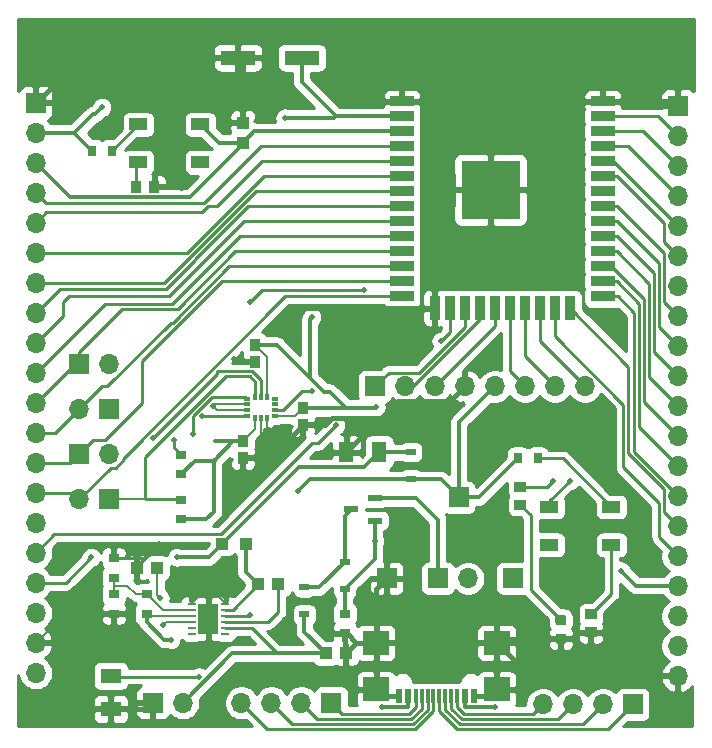
<source format=gbr>
%TF.GenerationSoftware,KiCad,Pcbnew,(5.1.7)-1*%
%TF.CreationDate,2020-11-24T16:35:41-08:00*%
%TF.ProjectId,esp32_sensor,65737033-325f-4736-956e-736f722e6b69,v0.0.2*%
%TF.SameCoordinates,Original*%
%TF.FileFunction,Copper,L1,Top*%
%TF.FilePolarity,Positive*%
%FSLAX46Y46*%
G04 Gerber Fmt 4.6, Leading zero omitted, Abs format (unit mm)*
G04 Created by KiCad (PCBNEW (5.1.7)-1) date 2020-11-24 16:35:41*
%MOMM*%
%LPD*%
G01*
G04 APERTURE LIST*
%TA.AperFunction,ComponentPad*%
%ADD10O,1.700000X1.700000*%
%TD*%
%TA.AperFunction,ComponentPad*%
%ADD11R,1.700000X1.700000*%
%TD*%
%TA.AperFunction,SMDPad,CuDef*%
%ADD12R,5.000000X5.000000*%
%TD*%
%TA.AperFunction,SMDPad,CuDef*%
%ADD13R,2.000000X0.900000*%
%TD*%
%TA.AperFunction,SMDPad,CuDef*%
%ADD14R,0.900000X2.000000*%
%TD*%
%TA.AperFunction,SMDPad,CuDef*%
%ADD15R,1.000000X1.100000*%
%TD*%
%TA.AperFunction,SMDPad,CuDef*%
%ADD16R,0.757199X0.254800*%
%TD*%
%TA.AperFunction,SMDPad,CuDef*%
%ADD17R,1.803400X2.590800*%
%TD*%
%TA.AperFunction,SMDPad,CuDef*%
%ADD18R,0.830000X0.630000*%
%TD*%
%TA.AperFunction,SMDPad,CuDef*%
%ADD19R,1.100000X1.000000*%
%TD*%
%TA.AperFunction,SMDPad,CuDef*%
%ADD20R,0.930000X1.010000*%
%TD*%
%TA.AperFunction,SMDPad,CuDef*%
%ADD21R,1.799996X1.299998*%
%TD*%
%TA.AperFunction,SMDPad,CuDef*%
%ADD22R,1.299998X1.799996*%
%TD*%
%TA.AperFunction,SMDPad,CuDef*%
%ADD23R,2.997200X1.219200*%
%TD*%
%TA.AperFunction,SMDPad,CuDef*%
%ADD24R,1.003300X0.990600*%
%TD*%
%TA.AperFunction,SMDPad,CuDef*%
%ADD25R,1.309599X0.568000*%
%TD*%
%TA.AperFunction,SMDPad,CuDef*%
%ADD26R,0.810000X0.980000*%
%TD*%
%TA.AperFunction,SMDPad,CuDef*%
%ADD27R,0.790000X0.930000*%
%TD*%
%TA.AperFunction,SMDPad,CuDef*%
%ADD28R,0.980000X0.810000*%
%TD*%
%TA.AperFunction,SMDPad,CuDef*%
%ADD29R,0.930000X0.790000*%
%TD*%
%TA.AperFunction,SMDPad,CuDef*%
%ADD30R,1.549400X0.990600*%
%TD*%
%TA.AperFunction,SMDPad,CuDef*%
%ADD31R,0.600000X0.350000*%
%TD*%
%TA.AperFunction,SMDPad,CuDef*%
%ADD32R,0.350000X0.600000*%
%TD*%
%TA.AperFunction,SMDPad,CuDef*%
%ADD33R,0.600000X1.150000*%
%TD*%
%TA.AperFunction,SMDPad,CuDef*%
%ADD34R,0.300000X1.150000*%
%TD*%
%TA.AperFunction,SMDPad,CuDef*%
%ADD35R,2.180000X2.000000*%
%TD*%
%TA.AperFunction,ViaPad*%
%ADD36C,0.500000*%
%TD*%
%TA.AperFunction,Conductor*%
%ADD37C,0.400000*%
%TD*%
%TA.AperFunction,Conductor*%
%ADD38C,0.200000*%
%TD*%
%TA.AperFunction,Conductor*%
%ADD39C,0.220000*%
%TD*%
%TA.AperFunction,Conductor*%
%ADD40C,0.350000*%
%TD*%
%TA.AperFunction,Conductor*%
%ADD41C,0.254000*%
%TD*%
%TA.AperFunction,Conductor*%
%ADD42C,0.100000*%
%TD*%
G04 APERTURE END LIST*
D10*
%TO.P,J_PW_2,2*%
%TO.N,VDD*%
X97536000Y-127127000D03*
D11*
%TO.P,J_PW_2,1*%
%TO.N,GND*%
X94996000Y-127127000D03*
%TD*%
D12*
%TO.P,U_ESP_1,39*%
%TO.N,GND*%
X123587000Y-83700000D03*
D13*
%TO.P,U_ESP_1,1*%
X116087000Y-76200000D03*
%TO.P,U_ESP_1,2*%
%TO.N,+3V3*%
X116087000Y-77470000D03*
%TO.P,U_ESP_1,3*%
%TO.N,/ESP32 Chip/ESP32_EN*%
X116087000Y-78740000D03*
%TO.P,U_ESP_1,4*%
%TO.N,/ESP32 Chip/ESP32_Pin4*%
X116087000Y-80010000D03*
%TO.P,U_ESP_1,5*%
%TO.N,/ESP32 Chip/ESP32_Pin5*%
X116087000Y-81280000D03*
%TO.P,U_ESP_1,6*%
%TO.N,/ESP32 Chip/ESP32_Pin6*%
X116087000Y-82550000D03*
%TO.P,U_ESP_1,7*%
%TO.N,/ESP32 Chip/ESP32_Pin7*%
X116087000Y-83820000D03*
%TO.P,U_ESP_1,8*%
%TO.N,/ESP32 Chip/ESP32_Pin8*%
X116087000Y-85090000D03*
%TO.P,U_ESP_1,9*%
%TO.N,/ESP32 Chip/ESP32_Pin9*%
X116087000Y-86360000D03*
%TO.P,U_ESP_1,10*%
%TO.N,/ESP32 Chip/ESP32_Pin10*%
X116087000Y-87630000D03*
%TO.P,U_ESP_1,11*%
%TO.N,/ESP32 Chip/ESP32_Pin11*%
X116087000Y-88900000D03*
%TO.P,U_ESP_1,12*%
%TO.N,/ESP32 Chip/ESP32_Pin12*%
X116087000Y-90170000D03*
%TO.P,U_ESP_1,13*%
%TO.N,/ESP32 Chip/ESP32_Pin13*%
X116087000Y-91440000D03*
%TO.P,U_ESP_1,14*%
%TO.N,/ESP32 Chip/ESP32_Pin14*%
X116087000Y-92710000D03*
D14*
%TO.P,U_ESP_1,15*%
%TO.N,GND*%
X118872000Y-93710000D03*
%TO.P,U_ESP_1,16*%
%TO.N,/ESP32 Chip/ESP32_Pin16*%
X120142000Y-93710000D03*
%TO.P,U_ESP_1,17*%
%TO.N,/ESP32 Chip/ESP32_Pin17*%
X121412000Y-93710000D03*
%TO.P,U_ESP_1,18*%
%TO.N,/ESP32 Chip/ESP32_Pin18*%
X122682000Y-93710000D03*
%TO.P,U_ESP_1,19*%
%TO.N,/ESP32 Chip/ESP32_Pin19*%
X123952000Y-93710000D03*
%TO.P,U_ESP_1,20*%
%TO.N,/ESP32 Chip/ESP32_Pin20*%
X125222000Y-93710000D03*
%TO.P,U_ESP_1,21*%
%TO.N,/ESP32 Chip/ESP32_Pin21*%
X126492000Y-93710000D03*
%TO.P,U_ESP_1,22*%
%TO.N,/ESP32 Chip/ESP32_Pin22*%
X127762000Y-93710000D03*
%TO.P,U_ESP_1,23*%
%TO.N,/ESP32 Chip/ESP32_Pin23*%
X129032000Y-93710000D03*
%TO.P,U_ESP_1,24*%
%TO.N,/ESP32 Chip/ESP32_Pin24*%
X130302000Y-93710000D03*
D13*
%TO.P,U_ESP_1,25*%
%TO.N,/ESP32 Chip/ESP32_Pin25*%
X133087000Y-92710000D03*
%TO.P,U_ESP_1,26*%
%TO.N,/ESP32 Chip/ESP32_Pin26*%
X133087000Y-91440000D03*
%TO.P,U_ESP_1,27*%
%TO.N,/ESP32 Chip/ESP32_Pin27*%
X133087000Y-90170000D03*
%TO.P,U_ESP_1,28*%
%TO.N,/ESP32 Chip/ESP32_Pin28*%
X133087000Y-88900000D03*
%TO.P,U_ESP_1,29*%
%TO.N,/ESP32 Chip/ESP32_Pin29*%
X133087000Y-87630000D03*
%TO.P,U_ESP_1,30*%
%TO.N,/ESP32 Chip/ESP32_Pin30*%
X133087000Y-86360000D03*
%TO.P,U_ESP_1,31*%
%TO.N,/ESP32 Chip/ESP32_Pin31*%
X133087000Y-85090000D03*
%TO.P,U_ESP_1,32*%
%TO.N,Net-(U_ESP_1-Pad32)*%
X133087000Y-83820000D03*
%TO.P,U_ESP_1,33*%
%TO.N,/ESP32 Chip/ESP32_Pin33*%
X133087000Y-82550000D03*
%TO.P,U_ESP_1,34*%
%TO.N,/ESP32 Chip/ESP32_RX0*%
X133087000Y-81280000D03*
%TO.P,U_ESP_1,35*%
%TO.N,/ESP32 Chip/ESP32_TX0*%
X133087000Y-80010000D03*
%TO.P,U_ESP_1,36*%
%TO.N,/ESP32 Chip/ESP32_Pin36*%
X133087000Y-78740000D03*
%TO.P,U_ESP_1,37*%
%TO.N,/ESP32 Chip/ESP32_Pin37*%
X133087000Y-77470000D03*
%TO.P,U_ESP_1,38*%
%TO.N,GND*%
X133087000Y-76200000D03*
%TD*%
D15*
%TO.P,C_ESP_1,2*%
%TO.N,GND*%
X102616000Y-78017000D03*
%TO.P,C_ESP_1,1*%
%TO.N,/ESP32 Chip/ESP32_EN*%
X102616000Y-79717000D03*
%TD*%
D10*
%TO.P,J_7,2*%
%TO.N,/ESP32 Chip/ESP32_Pin14*%
X88773000Y-109855000D03*
D11*
%TO.P,J_7,1*%
%TO.N,/IMU/IMU_SDA*%
X91313000Y-109855000D03*
%TD*%
D10*
%TO.P,J_6,2*%
%TO.N,/IMU/IMU_SCL*%
X91313000Y-106045000D03*
D11*
%TO.P,J_6,1*%
%TO.N,/ESP32 Chip/ESP32_Pin13*%
X88773000Y-106045000D03*
%TD*%
D10*
%TO.P,J_5,2*%
%TO.N,/ESP32 Chip/ESP32_Pin12*%
X88773000Y-102235000D03*
D11*
%TO.P,J_5,1*%
%TO.N,/IMU/IMU_INT1*%
X91313000Y-102235000D03*
%TD*%
D10*
%TO.P,J_4,2*%
%TO.N,/IMU/IMU_INT2*%
X91313000Y-98425000D03*
D11*
%TO.P,J_4,1*%
%TO.N,/ESP32 Chip/ESP32_Pin11*%
X88773000Y-98425000D03*
%TD*%
D10*
%TO.P,J_3,8*%
%TO.N,/ESP32 Chip/ESP32_Pin22*%
X131572000Y-100330000D03*
%TO.P,J_3,7*%
%TO.N,/ESP32 Chip/ESP32_Pin21*%
X129032000Y-100330000D03*
%TO.P,J_3,6*%
%TO.N,/ESP32 Chip/ESP32_Pin20*%
X126492000Y-100330000D03*
%TO.P,J_3,5*%
%TO.N,+3V3*%
X123952000Y-100330000D03*
%TO.P,J_3,4*%
%TO.N,GND*%
X121412000Y-100330000D03*
%TO.P,J_3,3*%
%TO.N,/ESP32 Chip/ESP32_Pin19*%
X118872000Y-100330000D03*
%TO.P,J_3,2*%
%TO.N,/ESP32 Chip/ESP32_Pin18*%
X116332000Y-100330000D03*
D11*
%TO.P,J_3,1*%
%TO.N,/ESP32 Chip/ESP32_Pin17*%
X113792000Y-100330000D03*
%TD*%
D10*
%TO.P,J_2,20*%
%TO.N,GND*%
X139446000Y-124841000D03*
%TO.P,J_2,19*%
%TO.N,VS*%
X139446000Y-122301000D03*
%TO.P,J_2,18*%
%TO.N,Net-(J_2-Pad18)*%
X139446000Y-119761000D03*
%TO.P,J_2,17*%
%TO.N,+3V3*%
X139446000Y-117221000D03*
%TO.P,J_2,16*%
%TO.N,/ESP32 Chip/ESP32_Pin23*%
X139446000Y-114681000D03*
%TO.P,J_2,15*%
%TO.N,/ESP32 Chip/ESP32_Pin24*%
X139446000Y-112141000D03*
%TO.P,J_2,14*%
%TO.N,/ESP32 Chip/ESP32_Pin25*%
X139446000Y-109601000D03*
%TO.P,J_2,13*%
%TO.N,/ESP32 Chip/ESP32_Pin26*%
X139446000Y-107061000D03*
%TO.P,J_2,12*%
%TO.N,/ESP32 Chip/ESP32_Pin27*%
X139446000Y-104521000D03*
%TO.P,J_2,11*%
%TO.N,/ESP32 Chip/ESP32_Pin28*%
X139446000Y-101981000D03*
%TO.P,J_2,10*%
%TO.N,/ESP32 Chip/ESP32_Pin29*%
X139446000Y-99441000D03*
%TO.P,J_2,9*%
%TO.N,/ESP32 Chip/ESP32_Pin30*%
X139446000Y-96901000D03*
%TO.P,J_2,8*%
%TO.N,/ESP32 Chip/ESP32_Pin31*%
X139446000Y-94361000D03*
%TO.P,J_2,7*%
%TO.N,Net-(J_2-Pad7)*%
X139446000Y-91821000D03*
%TO.P,J_2,6*%
%TO.N,/ESP32 Chip/ESP32_Pin33*%
X139446000Y-89281000D03*
%TO.P,J_2,5*%
%TO.N,/ESP32 Chip/ESP32_RX0*%
X139446000Y-86741000D03*
%TO.P,J_2,4*%
%TO.N,/ESP32 Chip/ESP32_TX0*%
X139446000Y-84201000D03*
%TO.P,J_2,3*%
%TO.N,/ESP32 Chip/ESP32_Pin36*%
X139446000Y-81661000D03*
%TO.P,J_2,2*%
%TO.N,/ESP32 Chip/ESP32_Pin37*%
X139446000Y-79121000D03*
D11*
%TO.P,J_2,1*%
%TO.N,GND*%
X139446000Y-76581000D03*
%TD*%
D10*
%TO.P,J_1,20*%
%TO.N,VDD*%
X85090000Y-124587000D03*
%TO.P,J_1,19*%
%TO.N,GND*%
X85090000Y-122047000D03*
%TO.P,J_1,18*%
%TO.N,Net-(J_1-Pad18)*%
X85090000Y-119507000D03*
%TO.P,J_1,17*%
%TO.N,/IMU/IMU_SDO_SAO*%
X85090000Y-116967000D03*
%TO.P,J_1,16*%
%TO.N,/ESP32 Chip/ESP32_Pin16*%
X85090000Y-114427000D03*
%TO.P,J_1,15*%
%TO.N,Net-(J_1-Pad15)*%
X85090000Y-111887000D03*
%TO.P,J_1,14*%
%TO.N,/ESP32 Chip/ESP32_Pin14*%
X85090000Y-109347000D03*
%TO.P,J_1,13*%
%TO.N,/ESP32 Chip/ESP32_Pin13*%
X85090000Y-106807000D03*
%TO.P,J_1,12*%
%TO.N,/ESP32 Chip/ESP32_Pin12*%
X85090000Y-104267000D03*
%TO.P,J_1,11*%
%TO.N,/ESP32 Chip/ESP32_Pin11*%
X85090000Y-101727000D03*
%TO.P,J_1,10*%
%TO.N,/ESP32 Chip/ESP32_Pin10*%
X85090000Y-99187000D03*
%TO.P,J_1,9*%
%TO.N,/ESP32 Chip/ESP32_Pin9*%
X85090000Y-96647000D03*
%TO.P,J_1,8*%
%TO.N,/ESP32 Chip/ESP32_Pin8*%
X85090000Y-94107000D03*
%TO.P,J_1,7*%
%TO.N,/ESP32 Chip/ESP32_Pin7*%
X85090000Y-91567000D03*
%TO.P,J_1,6*%
%TO.N,/ESP32 Chip/ESP32_Pin6*%
X85090000Y-89027000D03*
%TO.P,J_1,5*%
%TO.N,/ESP32 Chip/ESP32_Pin5*%
X85090000Y-86487000D03*
%TO.P,J_1,4*%
%TO.N,/ESP32 Chip/ESP32_Pin4*%
X85090000Y-83947000D03*
%TO.P,J_1,3*%
%TO.N,/ESP32 Chip/ESP32_EN*%
X85090000Y-81407000D03*
%TO.P,J_1,2*%
%TO.N,+3V3*%
X85090000Y-78867000D03*
D11*
%TO.P,J_1,1*%
%TO.N,GND*%
X85090000Y-76327000D03*
%TD*%
%TO.P,LED_ESP_1,1*%
%TO.N,GND*%
%TA.AperFunction,SMDPad,CuDef*%
G36*
G01*
X129796250Y-122129000D02*
X129283750Y-122129000D01*
G75*
G02*
X129065000Y-121910250I0J218750D01*
G01*
X129065000Y-121472750D01*
G75*
G02*
X129283750Y-121254000I218750J0D01*
G01*
X129796250Y-121254000D01*
G75*
G02*
X130015000Y-121472750I0J-218750D01*
G01*
X130015000Y-121910250D01*
G75*
G02*
X129796250Y-122129000I-218750J0D01*
G01*
G37*
%TD.AperFunction*%
%TO.P,LED_ESP_1,2*%
%TO.N,Net-(LED_ESP_1-Pad2)*%
%TA.AperFunction,SMDPad,CuDef*%
G36*
G01*
X129796250Y-120554000D02*
X129283750Y-120554000D01*
G75*
G02*
X129065000Y-120335250I0J218750D01*
G01*
X129065000Y-119897750D01*
G75*
G02*
X129283750Y-119679000I218750J0D01*
G01*
X129796250Y-119679000D01*
G75*
G02*
X130015000Y-119897750I0J-218750D01*
G01*
X130015000Y-120335250D01*
G75*
G02*
X129796250Y-120554000I-218750J0D01*
G01*
G37*
%TD.AperFunction*%
%TD*%
%TO.P,J_PW_3,1*%
%TO.N,+3V3*%
X120904000Y-109728000D03*
%TD*%
D10*
%TO.P,J_PW_1,2*%
%TO.N,VS*%
X121666000Y-116586000D03*
D11*
%TO.P,J_PW_1,1*%
%TO.N,+BATT*%
X119126000Y-116586000D03*
%TD*%
%TO.P,J_CN_4,1*%
%TO.N,GND*%
X114808000Y-116586000D03*
%TD*%
%TO.P,J_CN_3,1*%
%TO.N,VS*%
X125476000Y-116586000D03*
%TD*%
D10*
%TO.P,J_CN_2,4*%
%TO.N,Net-(J_CN_2-Pad4)*%
X128016000Y-127254000D03*
%TO.P,J_CN_2,3*%
%TO.N,Net-(J_CN_2-Pad3)*%
X130556000Y-127254000D03*
%TO.P,J_CN_2,2*%
%TO.N,Net-(J_CN_2-Pad2)*%
X133096000Y-127254000D03*
D11*
%TO.P,J_CN_2,1*%
%TO.N,Net-(J_CN_2-Pad1)*%
X135636000Y-127254000D03*
%TD*%
D10*
%TO.P,J_CN_1,4*%
%TO.N,Net-(J_CN_1-Pad4)*%
X102489000Y-127127000D03*
%TO.P,J_CN_1,3*%
%TO.N,Net-(J_CN_1-Pad3)*%
X105029000Y-127127000D03*
%TO.P,J_CN_1,2*%
%TO.N,Net-(J_CN_1-Pad2)*%
X107569000Y-127127000D03*
D11*
%TO.P,J_CN_1,1*%
%TO.N,Net-(J_CN_1-Pad1)*%
X110109000Y-127127000D03*
%TD*%
D16*
%TO.P,U_PW_1,1*%
%TO.N,Net-(U_PW_1-Pad1)*%
X101115000Y-121265000D03*
%TO.P,U_PW_1,2*%
%TO.N,VDD*%
X101115000Y-120765001D03*
%TO.P,U_PW_1,3*%
%TO.N,Net-(C_PW_4-Pad2)*%
X101115000Y-120265000D03*
%TO.P,U_PW_1,4*%
%TO.N,Net-(C_PW_2-Pad1)*%
X101115000Y-119765000D03*
%TO.P,U_PW_1,5*%
%TO.N,Net-(C_PW_4-Pad1)*%
X101115000Y-119264999D03*
%TO.P,U_PW_1,6*%
%TO.N,GND*%
X101115000Y-118765000D03*
%TO.P,U_PW_1,7*%
X98275000Y-118765000D03*
%TO.P,U_PW_1,8*%
%TO.N,Net-(R_PW_2-Pad2)*%
X98275000Y-119264999D03*
%TO.P,U_PW_1,9*%
%TO.N,Net-(C_PW_5-Pad1)*%
X98275000Y-119765000D03*
%TO.P,U_PW_1,10*%
%TO.N,Net-(C_PW_3-Pad2)*%
X98275000Y-120265000D03*
%TO.P,U_PW_1,11*%
%TO.N,Net-(U_PW_1-Pad11)*%
X98275000Y-120765001D03*
%TO.P,U_PW_1,12*%
%TO.N,Net-(U_PW_1-Pad12)*%
X98275000Y-121265000D03*
D17*
%TO.P,U_PW_1,13*%
%TO.N,GND*%
X99695000Y-120015000D03*
%TD*%
D18*
%TO.P,D_PW_3,A*%
%TO.N,Net-(C_PW_5-Pad1)*%
X116840000Y-105904000D03*
%TO.P,D_PW_3,C*%
%TO.N,+3V3*%
X116840000Y-108204000D03*
%TD*%
D19*
%TO.P,C_PW_1,2*%
%TO.N,VDD*%
X109640000Y-122936000D03*
%TO.P,C_PW_1,1*%
%TO.N,GND*%
X111340000Y-122936000D03*
%TD*%
D18*
%TO.P,D_PW_1,A*%
%TO.N,VS*%
X111252000Y-117482000D03*
%TO.P,D_PW_1,C*%
%TO.N,Net-(D_PW_1-PadC)*%
X111252000Y-115182000D03*
%TD*%
D20*
%TO.P,C_IMU_1,2*%
%TO.N,GND*%
X103632000Y-98245000D03*
%TO.P,C_IMU_1,1*%
%TO.N,+3V3*%
X103632000Y-96827000D03*
%TD*%
%TO.P,C_IMU_2,1*%
%TO.N,+3V3*%
X102616000Y-104955000D03*
%TO.P,C_IMU_2,2*%
%TO.N,GND*%
X102616000Y-106373000D03*
%TD*%
%TO.P,C_IMU_3,1*%
%TO.N,+3V3*%
X107696000Y-102161000D03*
%TO.P,C_IMU_3,2*%
%TO.N,GND*%
X107696000Y-103579000D03*
%TD*%
D21*
%TO.P,C_PW_2,1*%
%TO.N,Net-(C_PW_2-Pad1)*%
X91440000Y-124838002D03*
%TO.P,C_PW_2,2*%
%TO.N,GND*%
X91440000Y-127637998D03*
%TD*%
D19*
%TO.P,C_PW_3,1*%
%TO.N,GND*%
X93638000Y-115697000D03*
%TO.P,C_PW_3,2*%
%TO.N,Net-(C_PW_3-Pad2)*%
X95338000Y-115697000D03*
%TD*%
%TO.P,C_PW_4,1*%
%TO.N,Net-(C_PW_4-Pad1)*%
X103925000Y-117094000D03*
%TO.P,C_PW_4,2*%
%TO.N,Net-(C_PW_4-Pad2)*%
X105625000Y-117094000D03*
%TD*%
D22*
%TO.P,C_PW_5,2*%
%TO.N,GND*%
X111376002Y-105918000D03*
%TO.P,C_PW_5,1*%
%TO.N,Net-(C_PW_5-Pad1)*%
X114175998Y-105918000D03*
%TD*%
D23*
%TO.P,CP_ESP_1,1*%
%TO.N,+3V3*%
X107607100Y-72517000D03*
%TO.P,CP_ESP_1,2*%
%TO.N,GND*%
X102196900Y-72517000D03*
%TD*%
D18*
%TO.P,D_PW_2,C*%
%TO.N,VDD*%
X107823000Y-119641000D03*
%TO.P,D_PW_2,A*%
%TO.N,Net-(D_PW_1-PadC)*%
X107823000Y-117341000D03*
%TD*%
D24*
%TO.P,L_PW_1,1*%
%TO.N,Net-(C_PW_5-Pad1)*%
X100876100Y-113665000D03*
%TO.P,L_PW_1,2*%
%TO.N,Net-(C_PW_4-Pad1)*%
X102870000Y-113665000D03*
%TD*%
D25*
%TO.P,Q_PW_1,1*%
%TO.N,VS*%
X113779300Y-111696500D03*
%TO.P,Q_PW_1,2*%
%TO.N,+BATT*%
X113779300Y-109791500D03*
%TO.P,Q_PW_1,3*%
%TO.N,Net-(D_PW_1-PadC)*%
X111772700Y-110744000D03*
%TD*%
D26*
%TO.P,R_ESP_1,1*%
%TO.N,Net-(R_ESP_1-Pad1)*%
X93590000Y-83439000D03*
%TO.P,R_ESP_1,2*%
%TO.N,GND*%
X95132000Y-83439000D03*
%TD*%
D27*
%TO.P,R_ESP_2,2*%
%TO.N,Net-(R_ESP_2-Pad2)*%
X91498000Y-80391000D03*
%TO.P,R_ESP_2,1*%
%TO.N,+3V3*%
X89858000Y-80391000D03*
%TD*%
D28*
%TO.P,R_ESP_3,1*%
%TO.N,/ESP32 Chip/ESP32_Pin24*%
X126111000Y-108830000D03*
%TO.P,R_ESP_3,2*%
%TO.N,Net-(LED_ESP_1-Pad2)*%
X126111000Y-110372000D03*
%TD*%
D27*
%TO.P,R_ESP_4,1*%
%TO.N,Net-(R_ESP_4-Pad1)*%
X127566000Y-106426000D03*
%TO.P,R_ESP_4,2*%
%TO.N,+3V3*%
X125926000Y-106426000D03*
%TD*%
D28*
%TO.P,R_ESP_5,2*%
%TO.N,GND*%
X132080000Y-121167000D03*
%TO.P,R_ESP_5,1*%
%TO.N,Net-(R_ESP_5-Pad1)*%
X132080000Y-119625000D03*
%TD*%
D29*
%TO.P,R_IMU_1,1*%
%TO.N,/IMU/IMU_SCL*%
X97409000Y-106114000D03*
%TO.P,R_IMU_1,2*%
%TO.N,+3V3*%
X97409000Y-107754000D03*
%TD*%
%TO.P,R_IMU_2,2*%
%TO.N,/IMU/IMU_SDA*%
X97409000Y-109924000D03*
%TO.P,R_IMU_2,1*%
%TO.N,+3V3*%
X97409000Y-111564000D03*
%TD*%
%TO.P,R_PW_1,2*%
%TO.N,GND*%
X111252000Y-121216000D03*
%TO.P,R_PW_1,1*%
%TO.N,VS*%
X111252000Y-119576000D03*
%TD*%
%TO.P,R_PW_2,1*%
%TO.N,GND*%
X91694000Y-119565000D03*
%TO.P,R_PW_2,2*%
%TO.N,Net-(R_PW_2-Pad2)*%
X91694000Y-117925000D03*
%TD*%
%TO.P,R_PW_3,2*%
%TO.N,Net-(R_PW_2-Pad2)*%
X91694000Y-116517000D03*
%TO.P,R_PW_3,1*%
%TO.N,GND*%
X91694000Y-114877000D03*
%TD*%
%TO.P,R_PW_4,1*%
%TO.N,Net-(C_PW_5-Pad1)*%
X94488000Y-119565000D03*
%TO.P,R_PW_4,2*%
%TO.N,Net-(R_PW_2-Pad2)*%
X94488000Y-117925000D03*
%TD*%
D30*
%TO.P,SW_ESP_1,1*%
%TO.N,Net-(SW_ESP_1-Pad1)*%
X99018001Y-81355999D03*
%TO.P,SW_ESP_1,3*%
%TO.N,/ESP32 Chip/ESP32_EN*%
X99018001Y-78156001D03*
%TO.P,SW_ESP_1,4*%
%TO.N,Net-(R_ESP_2-Pad2)*%
X93767999Y-78156001D03*
%TO.P,SW_ESP_1,2*%
%TO.N,Net-(R_ESP_1-Pad1)*%
X93767999Y-81355999D03*
%TD*%
%TO.P,SW_ESP_2,2*%
%TO.N,Net-(SW_ESP_2-Pad2)*%
X128565999Y-113740999D03*
%TO.P,SW_ESP_2,4*%
%TO.N,/ESP32 Chip/ESP32_Pin25*%
X128565999Y-110541001D03*
%TO.P,SW_ESP_2,3*%
%TO.N,Net-(R_ESP_4-Pad1)*%
X133816001Y-110541001D03*
%TO.P,SW_ESP_2,1*%
%TO.N,Net-(R_ESP_5-Pad1)*%
X133816001Y-113740999D03*
%TD*%
D31*
%TO.P,U_IMU_1,2*%
%TO.N,GND*%
X102980000Y-101858000D03*
%TO.P,U_IMU_1,3*%
X102980000Y-102358000D03*
%TO.P,U_IMU_1,1*%
%TO.N,/IMU/IMU_SDO_SAO*%
X102980000Y-101358000D03*
%TO.P,U_IMU_1,4*%
%TO.N,/IMU/IMU_INT1*%
X102980000Y-102858000D03*
%TO.P,U_IMU_1,10*%
%TO.N,Net-(U_IMU_1-Pad10)*%
X105300000Y-101858000D03*
%TO.P,U_IMU_1,9*%
%TO.N,/IMU/IMU_INT2*%
X105300000Y-102358000D03*
%TO.P,U_IMU_1,11*%
%TO.N,Net-(U_IMU_1-Pad11)*%
X105300000Y-101358000D03*
%TO.P,U_IMU_1,8*%
%TO.N,+3V3*%
X105300000Y-102858000D03*
D32*
%TO.P,U_IMU_1,14*%
%TO.N,/IMU/IMU_SDA*%
X103640000Y-101198000D03*
%TO.P,U_IMU_1,13*%
%TO.N,/IMU/IMU_SCL*%
X104140000Y-101198000D03*
%TO.P,U_IMU_1,12*%
%TO.N,+3V3*%
X104640000Y-101198000D03*
%TO.P,U_IMU_1,5*%
X103640000Y-103018000D03*
%TO.P,U_IMU_1,6*%
%TO.N,GND*%
X104140000Y-103018000D03*
%TO.P,U_IMU_1,7*%
X104640000Y-103018000D03*
%TD*%
D33*
%TO.P,U_CN_1,A1/B12*%
%TO.N,GND*%
X122199000Y-126551000D03*
%TO.P,U_CN_1,A4/B9*%
%TO.N,VS*%
X121399000Y-126551000D03*
%TO.P,U_CN_1,B4/A9*%
X116599000Y-126551000D03*
%TO.P,U_CN_1,B1/A12*%
%TO.N,GND*%
X115799000Y-126551000D03*
D34*
%TO.P,U_CN_1,B8*%
%TO.N,Net-(J_CN_2-Pad4)*%
X120749000Y-126551000D03*
%TO.P,U_CN_1,B5*%
%TO.N,Net-(J_CN_1-Pad1)*%
X117249000Y-126551000D03*
%TO.P,U_CN_1,A5*%
%TO.N,Net-(J_CN_2-Pad3)*%
X120249000Y-126551000D03*
%TO.P,U_CN_1,A8*%
%TO.N,Net-(J_CN_1-Pad2)*%
X117749000Y-126551000D03*
%TO.P,U_CN_1,B7*%
%TO.N,Net-(J_CN_2-Pad2)*%
X119749000Y-126551000D03*
%TO.P,U_CN_1,B6*%
%TO.N,Net-(J_CN_1-Pad3)*%
X118249000Y-126551000D03*
%TO.P,U_CN_1,A6*%
%TO.N,Net-(J_CN_2-Pad1)*%
X119249000Y-126551000D03*
%TO.P,U_CN_1,A7*%
%TO.N,Net-(J_CN_1-Pad4)*%
X118749000Y-126551000D03*
D35*
%TO.P,U_CN_1,S1*%
%TO.N,GND*%
X124109000Y-125976000D03*
%TO.P,U_CN_1,S2*%
X113889000Y-125976000D03*
%TO.P,U_CN_1,S3*%
X124109000Y-122046000D03*
%TO.P,U_CN_1,S4*%
X113889000Y-122046000D03*
%TD*%
D36*
%TO.N,GND*%
X110617000Y-75946000D03*
X97409000Y-83566000D03*
X106680000Y-93726000D03*
X123587000Y-83700000D03*
X105283000Y-106172000D03*
X100076000Y-101981000D03*
X99695000Y-117221000D03*
X99695000Y-122428000D03*
X101854000Y-98044000D03*
X95504000Y-113665000D03*
%TO.N,+3V3*%
X113919000Y-102108000D03*
X100139500Y-106616500D03*
X107315000Y-109220000D03*
X108458000Y-94488000D03*
X106172000Y-77597000D03*
X90678000Y-76708000D03*
X134620000Y-115951000D03*
%TO.N,Net-(C_PW_2-Pad1)*%
X103251000Y-119705000D03*
X98872058Y-124907058D03*
%TO.N,Net-(C_PW_3-Pad2)*%
X95885000Y-120523000D03*
X95604409Y-118263591D03*
%TO.N,Net-(C_PW_5-Pad1)*%
X96520000Y-121793000D03*
X97028000Y-114808000D03*
%TO.N,VS*%
X114427000Y-127508000D03*
X123952000Y-127508000D03*
X113779300Y-113423700D03*
%TO.N,/IMU/IMU_SDO_SAO*%
X89789000Y-114808000D03*
X98418252Y-104333904D03*
%TO.N,/ESP32 Chip/ESP32_Pin16*%
X110490000Y-103632000D03*
X119380000Y-96520000D03*
%TO.N,/ESP32 Chip/ESP32_Pin24*%
X128905000Y-108331000D03*
%TO.N,/ESP32 Chip/ESP32_Pin25*%
X130302000Y-108331000D03*
%TO.N,/IMU/IMU_INT2*%
X103251000Y-93218000D03*
X108458000Y-100711000D03*
X112903000Y-92150000D03*
%TO.N,/IMU/IMU_INT1*%
X99187000Y-102870000D03*
%TO.N,/IMU/IMU_SCL*%
X96774000Y-104902000D03*
X95035479Y-104687479D03*
%TD*%
D37*
%TO.N,GND*%
X139065000Y-76200000D02*
X139446000Y-76581000D01*
X133087000Y-76200000D02*
X139065000Y-76200000D01*
X110871000Y-76200000D02*
X110617000Y-75946000D01*
X116087000Y-76200000D02*
X110871000Y-76200000D01*
X88900000Y-72517000D02*
X85090000Y-76327000D01*
X102196900Y-72517000D02*
X88900000Y-72517000D01*
X102616000Y-72936100D02*
X102196900Y-72517000D01*
X102616000Y-78017000D02*
X102616000Y-72936100D01*
X97282000Y-83439000D02*
X97409000Y-83566000D01*
X95132000Y-83439000D02*
X97282000Y-83439000D01*
X94485002Y-127637998D02*
X94996000Y-127127000D01*
X91440000Y-127637998D02*
X94485002Y-127637998D01*
X113889000Y-125976000D02*
X113889000Y-122046000D01*
X124109000Y-125976000D02*
X124109000Y-122046000D01*
X114464000Y-126551000D02*
X113889000Y-125976000D01*
X115799000Y-126551000D02*
X114464000Y-126551000D01*
X123534000Y-126551000D02*
X124109000Y-125976000D01*
X122199000Y-126551000D02*
X123534000Y-126551000D01*
X118872000Y-93710000D02*
X118729999Y-93852001D01*
X106696000Y-93710000D02*
X106680000Y-93726000D01*
X118872000Y-93710000D02*
X106696000Y-93710000D01*
X132080000Y-124079000D02*
X131318000Y-124841000D01*
X132080000Y-121167000D02*
X132080000Y-124079000D01*
X139446000Y-124841000D02*
X131318000Y-124841000D01*
X124463500Y-121691500D02*
X124109000Y-122046000D01*
X129540000Y-121691500D02*
X124463500Y-121691500D01*
X126904000Y-124841000D02*
X124109000Y-122046000D01*
X131318000Y-124841000D02*
X126904000Y-124841000D01*
X113889000Y-117505000D02*
X114808000Y-116586000D01*
X113889000Y-122046000D02*
X113889000Y-117505000D01*
X112230000Y-122046000D02*
X111340000Y-122936000D01*
X113889000Y-122046000D02*
X112230000Y-122046000D01*
X111400000Y-121216000D02*
X112230000Y-122046000D01*
X111252000Y-121216000D02*
X111400000Y-121216000D01*
X120161999Y-101580001D02*
X115714001Y-101580001D01*
X121412000Y-100330000D02*
X120161999Y-101580001D01*
X114157999Y-102981999D02*
X114235001Y-103059001D01*
X110177999Y-102981999D02*
X114157999Y-102981999D01*
X109580998Y-103579000D02*
X110177999Y-102981999D01*
X107696000Y-103579000D02*
X109580998Y-103579000D01*
X114235001Y-103059001D02*
X111376002Y-105918000D01*
X115714001Y-101580001D02*
X114235001Y-103059001D01*
X105082000Y-106373000D02*
X105283000Y-106172000D01*
X102616000Y-106373000D02*
X105082000Y-106373000D01*
X105283000Y-105992000D02*
X107696000Y-103579000D01*
X105283000Y-106172000D02*
X105283000Y-105992000D01*
D38*
X100199000Y-101858000D02*
X100076000Y-101981000D01*
X102980000Y-101858000D02*
X100199000Y-101858000D01*
X100453000Y-102358000D02*
X100076000Y-101981000D01*
X102980000Y-102358000D02*
X100453000Y-102358000D01*
X104140000Y-105029000D02*
X105283000Y-106172000D01*
X104140000Y-103018000D02*
X104140000Y-105029000D01*
X104640000Y-103018000D02*
X104640000Y-104640000D01*
X105283000Y-105283000D02*
X105283000Y-106172000D01*
X104640000Y-104640000D02*
X105283000Y-105283000D01*
X91694000Y-114877000D02*
X91694000Y-114808000D01*
X87572000Y-119565000D02*
X85090000Y-122047000D01*
X91694000Y-119565000D02*
X87572000Y-119565000D01*
X98275000Y-118641000D02*
X99695000Y-117221000D01*
X98275000Y-118765000D02*
X98275000Y-118641000D01*
X101115000Y-118641000D02*
X99695000Y-117221000D01*
X101115000Y-118765000D02*
X101115000Y-118641000D01*
D39*
X99695000Y-122428000D02*
X99695000Y-120015000D01*
D37*
X102055000Y-98245000D02*
X101854000Y-98044000D01*
X103632000Y-98245000D02*
X102055000Y-98245000D01*
D39*
X93638000Y-115531000D02*
X95504000Y-113665000D01*
X93638000Y-115697000D02*
X93638000Y-115531000D01*
X94292000Y-114877000D02*
X95504000Y-113665000D01*
X91694000Y-114877000D02*
X94292000Y-114877000D01*
D37*
X113889000Y-122046000D02*
X124109000Y-122046000D01*
D40*
%TO.N,+3V3*%
X107607100Y-74587100D02*
X107607100Y-72517000D01*
X110490000Y-77470000D02*
X107607100Y-74587100D01*
X116087000Y-77470000D02*
X110490000Y-77470000D01*
X88334000Y-78867000D02*
X89858000Y-80391000D01*
X85090000Y-78867000D02*
X88334000Y-78867000D01*
X100277000Y-104955000D02*
X102616000Y-104955000D01*
X120904000Y-103378000D02*
X123952000Y-100330000D01*
X120904000Y-109728000D02*
X120904000Y-103378000D01*
X119380000Y-108204000D02*
X120904000Y-109728000D01*
X116840000Y-108204000D02*
X119380000Y-108204000D01*
D38*
X103640000Y-103931000D02*
X102616000Y-104955000D01*
X103640000Y-103018000D02*
X103640000Y-103931000D01*
X106999000Y-102858000D02*
X107696000Y-102161000D01*
X105300000Y-102858000D02*
X106999000Y-102858000D01*
X104640000Y-97835000D02*
X103632000Y-96827000D01*
X104640000Y-101198000D02*
X104640000Y-97835000D01*
D40*
X113866000Y-102161000D02*
X113919000Y-102108000D01*
X103632000Y-96827000D02*
X105499002Y-96827000D01*
X109474000Y-100801998D02*
X109966998Y-100801998D01*
X111326000Y-102161000D02*
X113866000Y-102161000D01*
X109966998Y-100801998D02*
X111326000Y-102161000D01*
X107696000Y-102161000D02*
X111326000Y-102161000D01*
X101801000Y-104955000D02*
X102616000Y-104955000D01*
X100139500Y-106616500D02*
X101801000Y-104955000D01*
X108331000Y-108204000D02*
X116840000Y-108204000D01*
X107315000Y-109220000D02*
X108331000Y-108204000D01*
X108285501Y-94660499D02*
X108458000Y-94488000D01*
X108285501Y-99613499D02*
X108285501Y-94660499D01*
X105499002Y-96827000D02*
X108285501Y-99613499D01*
X108285501Y-99613499D02*
X109474000Y-100801998D01*
X110363000Y-77597000D02*
X110490000Y-77470000D01*
X106172000Y-77597000D02*
X110363000Y-77597000D01*
X89915300Y-77285700D02*
X90100300Y-77285700D01*
X88334000Y-78867000D02*
X89915300Y-77285700D01*
X90100300Y-77285700D02*
X90678000Y-76708000D01*
X98546500Y-106616500D02*
X97409000Y-107754000D01*
X100139500Y-106616500D02*
X98546500Y-106616500D01*
X97409000Y-111564000D02*
X99510000Y-111564000D01*
X100139500Y-110934500D02*
X100139500Y-106616500D01*
X99510000Y-111564000D02*
X100139500Y-110934500D01*
X122624000Y-109728000D02*
X125926000Y-106426000D01*
X120904000Y-109728000D02*
X122624000Y-109728000D01*
X135890000Y-117221000D02*
X134620000Y-115951000D01*
X139446000Y-117221000D02*
X135890000Y-117221000D01*
%TO.N,VDD*%
X107823000Y-121119000D02*
X109640000Y-122936000D01*
X107823000Y-119641000D02*
X107823000Y-121119000D01*
X97536000Y-127127000D02*
X101727000Y-122936000D01*
D39*
X103428599Y-120827599D02*
X105537000Y-122936000D01*
X101269599Y-120827599D02*
X103428599Y-120827599D01*
X101207001Y-120765001D02*
X101269599Y-120827599D01*
X101115000Y-120765001D02*
X101207001Y-120765001D01*
D40*
X105537000Y-122936000D02*
X109640000Y-122936000D01*
X101727000Y-122936000D02*
X105537000Y-122936000D01*
D39*
%TO.N,Net-(C_PW_2-Pad1)*%
X103191000Y-119765000D02*
X103251000Y-119705000D01*
X101115000Y-119765000D02*
X103191000Y-119765000D01*
X91509056Y-124907058D02*
X91440000Y-124838002D01*
X98872058Y-124907058D02*
X91509056Y-124907058D01*
D38*
%TO.N,Net-(C_PW_3-Pad2)*%
X96143000Y-120265000D02*
X95885000Y-120523000D01*
X98275000Y-120265000D02*
X96143000Y-120265000D01*
X95338000Y-117997182D02*
X95338000Y-115697000D01*
X95604409Y-118263591D02*
X95338000Y-117997182D01*
D40*
%TO.N,Net-(C_PW_5-Pad1)*%
X114189998Y-105904000D02*
X114175998Y-105918000D01*
X116840000Y-105904000D02*
X114189998Y-105904000D01*
X107348101Y-107192999D02*
X100876100Y-113665000D01*
X112900999Y-107192999D02*
X107348101Y-107192999D01*
X114175998Y-105918000D02*
X112900999Y-107192999D01*
D38*
X94688000Y-119765000D02*
X94488000Y-119565000D01*
X98275000Y-119765000D02*
X94688000Y-119765000D01*
D40*
X95971000Y-121793000D02*
X96520000Y-121793000D01*
X94488000Y-120310000D02*
X95971000Y-121793000D01*
X94488000Y-119565000D02*
X94488000Y-120310000D01*
X99733100Y-114808000D02*
X100876100Y-113665000D01*
X97028000Y-114808000D02*
X99733100Y-114808000D01*
%TO.N,Net-(D_PW_1-PadC)*%
X109093000Y-117341000D02*
X111252000Y-115182000D01*
X107823000Y-117341000D02*
X109093000Y-117341000D01*
X111252000Y-111264700D02*
X111772700Y-110744000D01*
X111252000Y-115182000D02*
X111252000Y-111264700D01*
%TO.N,VS*%
X116567000Y-127508000D02*
X114427000Y-127508000D01*
X116599000Y-127476000D02*
X116567000Y-127508000D01*
X116599000Y-126551000D02*
X116599000Y-127476000D01*
X121431000Y-127508000D02*
X123952000Y-127508000D01*
X121399000Y-127476000D02*
X121431000Y-127508000D01*
X121399000Y-126551000D02*
X121399000Y-127476000D01*
X111252000Y-117482000D02*
X113779300Y-114954700D01*
X111252000Y-119576000D02*
X111252000Y-117482000D01*
X113779300Y-113423700D02*
X113779300Y-111696500D01*
X113779300Y-114954700D02*
X113779300Y-113423700D01*
%TO.N,+BATT*%
X113779300Y-109791500D02*
X117284500Y-109791500D01*
X119126000Y-111633000D02*
X119126000Y-116586000D01*
X117284500Y-109791500D02*
X119126000Y-111633000D01*
D39*
%TO.N,Net-(C_PW_4-Pad1)*%
X101754001Y-119264999D02*
X103925000Y-117094000D01*
X101115000Y-119264999D02*
X101754001Y-119264999D01*
D40*
X102870000Y-116039000D02*
X103925000Y-117094000D01*
X102870000Y-113665000D02*
X102870000Y-116039000D01*
D39*
%TO.N,Net-(LED_ESP_1-Pad2)*%
X127000000Y-111261000D02*
X126111000Y-110372000D01*
X127000000Y-117576500D02*
X127000000Y-111261000D01*
X129540000Y-120116500D02*
X127000000Y-117576500D01*
%TO.N,Net-(R_ESP_1-Pad1)*%
X93590000Y-81533998D02*
X93767999Y-81355999D01*
X93590000Y-83439000D02*
X93590000Y-81533998D01*
%TO.N,Net-(R_ESP_2-Pad2)*%
X91533000Y-80391000D02*
X93767999Y-78156001D01*
X91498000Y-80391000D02*
X91533000Y-80391000D01*
%TO.N,Net-(R_ESP_4-Pad1)*%
X129701000Y-106426000D02*
X133816001Y-110541001D01*
X127566000Y-106426000D02*
X129701000Y-106426000D01*
%TO.N,Net-(R_ESP_5-Pad1)*%
X133816001Y-117888999D02*
X132080000Y-119625000D01*
X133816001Y-113740999D02*
X133816001Y-117888999D01*
D38*
%TO.N,Net-(R_PW_2-Pad2)*%
X91694000Y-117094000D02*
X91694000Y-116517000D01*
X95827999Y-119264999D02*
X94488000Y-117925000D01*
X98275000Y-119264999D02*
X95827999Y-119264999D01*
X94488000Y-117925000D02*
X93541000Y-117925000D01*
X92837000Y-117221000D02*
X91694000Y-117221000D01*
X93541000Y-117925000D02*
X92837000Y-117221000D01*
X91694000Y-117221000D02*
X91694000Y-117094000D01*
X91694000Y-117925000D02*
X91694000Y-117221000D01*
D39*
%TO.N,Net-(C_PW_4-Pad2)*%
X101115000Y-120265000D02*
X104779000Y-120265000D01*
X105625000Y-119419000D02*
X105625000Y-117094000D01*
X104779000Y-120265000D02*
X105625000Y-119419000D01*
%TO.N,Net-(J_CN_1-Pad4)*%
X104690031Y-129328031D02*
X102489000Y-127127000D01*
X117214825Y-129328031D02*
X104690031Y-129328031D01*
X118749000Y-127793856D02*
X117214825Y-129328031D01*
X118749000Y-126551000D02*
X118749000Y-127793856D01*
%TO.N,Net-(J_CN_1-Pad3)*%
X106810021Y-128908021D02*
X105029000Y-127127000D01*
X117040852Y-128908021D02*
X106810021Y-128908021D01*
X118249000Y-127699873D02*
X117040852Y-128908021D01*
X118249000Y-126551000D02*
X118249000Y-127699873D01*
%TO.N,Net-(J_CN_1-Pad2)*%
X108930011Y-128488011D02*
X107569000Y-127127000D01*
X117749000Y-127605890D02*
X116866879Y-128488011D01*
X116866879Y-128488011D02*
X108930011Y-128488011D01*
X117749000Y-126551000D02*
X117749000Y-127605890D01*
%TO.N,Net-(J_CN_1-Pad1)*%
X111050001Y-128068001D02*
X110109000Y-127127000D01*
X116692906Y-128068001D02*
X111050001Y-128068001D01*
X117249000Y-127511907D02*
X116692906Y-128068001D01*
X117249000Y-126551000D02*
X117249000Y-127511907D01*
%TO.N,Net-(J_CN_2-Pad4)*%
X127201999Y-128068001D02*
X128016000Y-127254000D01*
X121305094Y-128068001D02*
X127201999Y-128068001D01*
X120749000Y-127511907D02*
X121305094Y-128068001D01*
X120749000Y-126551000D02*
X120749000Y-127511907D01*
%TO.N,Net-(J_CN_2-Pad3)*%
X129321989Y-128488011D02*
X130556000Y-127254000D01*
X121131121Y-128488011D02*
X129321989Y-128488011D01*
X120249000Y-127605890D02*
X121131121Y-128488011D01*
X120249000Y-126551000D02*
X120249000Y-127605890D01*
%TO.N,Net-(J_CN_2-Pad2)*%
X131441979Y-128908021D02*
X133096000Y-127254000D01*
X120957148Y-128908021D02*
X131441979Y-128908021D01*
X119749000Y-127699873D02*
X120957148Y-128908021D01*
X119749000Y-126551000D02*
X119749000Y-127699873D01*
%TO.N,Net-(J_CN_2-Pad1)*%
X133561969Y-129328031D02*
X135636000Y-127254000D01*
X120783175Y-129328031D02*
X133561969Y-129328031D01*
X119249000Y-127793856D02*
X120783175Y-129328031D01*
X119249000Y-126551000D02*
X119249000Y-127793856D01*
%TO.N,/IMU/IMU_SDO_SAO*%
X85090000Y-116967000D02*
X87630000Y-116967000D01*
X87630000Y-116967000D02*
X89789000Y-114808000D01*
X98418252Y-102809946D02*
X100009198Y-101219000D01*
X98418252Y-104333904D02*
X98418252Y-102809946D01*
X102841000Y-101219000D02*
X102980000Y-101358000D01*
X100009198Y-101219000D02*
X102841000Y-101219000D01*
%TO.N,/ESP32 Chip/ESP32_Pin16*%
X86657301Y-112859699D02*
X100754301Y-112859699D01*
X85090000Y-114427000D02*
X86657301Y-112859699D01*
X108471001Y-105142999D02*
X108979001Y-105142999D01*
X100754301Y-112859699D02*
X108471001Y-105142999D01*
X108979001Y-105142999D02*
X110490000Y-103632000D01*
X120142000Y-95758000D02*
X120142000Y-93710000D01*
X119380000Y-96520000D02*
X120142000Y-95758000D01*
%TO.N,/ESP32 Chip/ESP32_Pin14*%
X88265000Y-109347000D02*
X88773000Y-109855000D01*
X85090000Y-109347000D02*
X88265000Y-109347000D01*
X91422999Y-107205001D02*
X88773000Y-109855000D01*
X91869801Y-107205001D02*
X91422999Y-107205001D01*
X92473001Y-106457997D02*
X92473001Y-106601801D01*
X92473001Y-106601801D02*
X91869801Y-107205001D01*
X106220998Y-92710000D02*
X92473001Y-106457997D01*
X116087000Y-92710000D02*
X106220998Y-92710000D01*
%TO.N,/ESP32 Chip/ESP32_Pin13*%
X88011000Y-106807000D02*
X88773000Y-106045000D01*
X85090000Y-106807000D02*
X88011000Y-106807000D01*
X90921003Y-104884999D02*
X94107000Y-101699002D01*
X89933001Y-104884999D02*
X90921003Y-104884999D01*
X88773000Y-106045000D02*
X89933001Y-104884999D01*
X94107000Y-101699002D02*
X94107000Y-98171000D01*
X100838000Y-91440000D02*
X116087000Y-91440000D01*
X94107000Y-98171000D02*
X100838000Y-91440000D01*
%TO.N,/ESP32 Chip/ESP32_Pin12*%
X86741000Y-104267000D02*
X88773000Y-102235000D01*
X85090000Y-104267000D02*
X86741000Y-104267000D01*
X88773000Y-102235000D02*
X90678000Y-100330000D01*
X91124802Y-100330000D02*
X96520000Y-94934802D01*
X90678000Y-100330000D02*
X91124802Y-100330000D01*
X96520000Y-94934802D02*
X96708198Y-94934802D01*
X101473000Y-90170000D02*
X116087000Y-90170000D01*
X96708198Y-94934802D02*
X101473000Y-90170000D01*
%TO.N,/ESP32 Chip/ESP32_Pin11*%
X88392000Y-98425000D02*
X88773000Y-98425000D01*
X85090000Y-101727000D02*
X88392000Y-98425000D01*
X88773000Y-98425000D02*
X88773000Y-97409000D01*
X92416990Y-93765010D02*
X97115990Y-93765010D01*
X88773000Y-97409000D02*
X92416990Y-93765010D01*
X101981000Y-88900000D02*
X116087000Y-88900000D01*
X97115990Y-93765010D02*
X101981000Y-88900000D01*
%TO.N,/ESP32 Chip/ESP32_Pin10*%
X85090000Y-99187000D02*
X90932000Y-93345000D01*
X90932000Y-93345000D02*
X96647000Y-93345000D01*
X102362000Y-87630000D02*
X116087000Y-87630000D01*
X96647000Y-93345000D02*
X102362000Y-87630000D01*
%TO.N,/ESP32 Chip/ESP32_Pin9*%
X116087000Y-86360000D02*
X102743000Y-86360000D01*
X102743000Y-86360000D02*
X96393000Y-92710000D01*
X85090000Y-96647000D02*
X87376000Y-94361000D01*
X87376000Y-94361000D02*
X87376000Y-93218000D01*
X87884000Y-92710000D02*
X96393000Y-92710000D01*
X87376000Y-93218000D02*
X87884000Y-92710000D01*
%TO.N,/ESP32 Chip/ESP32_Pin8*%
X85090000Y-94107000D02*
X87122000Y-92075000D01*
X87122000Y-92075000D02*
X96139000Y-92075000D01*
X98552000Y-89662000D02*
X98552000Y-89579964D01*
X96139000Y-92075000D02*
X98552000Y-89662000D01*
X103041964Y-85090000D02*
X116087000Y-85090000D01*
X98552000Y-89579964D02*
X103041964Y-85090000D01*
%TO.N,/ESP32 Chip/ESP32_Pin7*%
X95970982Y-91567000D02*
X85090000Y-91567000D01*
X103717982Y-83820000D02*
X95970982Y-91567000D01*
X116087000Y-83820000D02*
X103717982Y-83820000D01*
%TO.N,/ESP32 Chip/ESP32_Pin6*%
X85090000Y-89027000D02*
X97917000Y-89027000D01*
X104394000Y-82550000D02*
X116087000Y-82550000D01*
X97917000Y-89027000D02*
X104394000Y-82550000D01*
%TO.N,/ESP32 Chip/ESP32_Pin5*%
X116087000Y-81280000D02*
X104267000Y-81280000D01*
X99653983Y-85090000D02*
X99145983Y-85598000D01*
X100457000Y-85090000D02*
X99653983Y-85090000D01*
X104267000Y-81280000D02*
X100457000Y-85090000D01*
X85979000Y-85598000D02*
X85090000Y-86487000D01*
X99145983Y-85598000D02*
X85979000Y-85598000D01*
%TO.N,/ESP32 Chip/ESP32_Pin4*%
X85939999Y-84796999D02*
X99353001Y-84796999D01*
X85090000Y-83947000D02*
X85939999Y-84796999D01*
X104140000Y-80010000D02*
X116087000Y-80010000D01*
X99353001Y-84796999D02*
X104140000Y-80010000D01*
D40*
%TO.N,/ESP32 Chip/ESP32_EN*%
X100579000Y-79717000D02*
X99018001Y-78156001D01*
X102616000Y-79717000D02*
X100579000Y-79717000D01*
X103593000Y-78740000D02*
X116087000Y-78740000D01*
X102616000Y-79717000D02*
X103593000Y-78740000D01*
X87987001Y-84304001D02*
X98147001Y-84304001D01*
X85090000Y-81407000D02*
X87987001Y-84304001D01*
X102616000Y-79835002D02*
X102616000Y-79717000D01*
X98147001Y-84304001D02*
X102616000Y-79835002D01*
D39*
%TO.N,/ESP32 Chip/ESP32_Pin23*%
X137865989Y-113100989D02*
X139446000Y-114681000D01*
X137865989Y-110227987D02*
X137865989Y-113100989D01*
X134834990Y-107196988D02*
X137865989Y-110227987D01*
X134834990Y-101876188D02*
X134834990Y-107196988D01*
X129032000Y-96073198D02*
X134834990Y-101876188D01*
X129032000Y-93710000D02*
X129032000Y-96073198D01*
%TO.N,/ESP32 Chip/ESP32_Pin24*%
X138285999Y-109034981D02*
X135255000Y-106003982D01*
X138285999Y-110980999D02*
X138285999Y-109034981D01*
X139446000Y-112141000D02*
X138285999Y-110980999D01*
X135255000Y-98663000D02*
X130302000Y-93710000D01*
X135255000Y-106003982D02*
X135255000Y-98663000D01*
X128406000Y-108830000D02*
X128905000Y-108331000D01*
X126111000Y-108830000D02*
X128406000Y-108830000D01*
%TO.N,/ESP32 Chip/ESP32_Pin25*%
X133087000Y-92710000D02*
X134366000Y-92710000D01*
X135765939Y-105920939D02*
X139446000Y-109601000D01*
X135765939Y-94109939D02*
X135765939Y-105920939D01*
X134366000Y-92710000D02*
X135765939Y-94109939D01*
X128565999Y-110067001D02*
X130302000Y-108331000D01*
X128565999Y-110541001D02*
X128565999Y-110067001D01*
%TO.N,/ESP32 Chip/ESP32_Pin26*%
X136185949Y-93318949D02*
X136185949Y-103800949D01*
X134307000Y-91440000D02*
X136185949Y-93318949D01*
X136185949Y-103800949D02*
X139446000Y-107061000D01*
X133087000Y-91440000D02*
X134307000Y-91440000D01*
%TO.N,/ESP32 Chip/ESP32_Pin27*%
X136605959Y-101680959D02*
X139446000Y-104521000D01*
X136605959Y-92950957D02*
X136605959Y-101680959D01*
X133825002Y-90170000D02*
X136605959Y-92950957D01*
X133087000Y-90170000D02*
X133825002Y-90170000D01*
%TO.N,/ESP32 Chip/ESP32_Pin28*%
X137025969Y-99560969D02*
X139446000Y-101981000D01*
X137025969Y-91618969D02*
X137025969Y-99560969D01*
X134307000Y-88900000D02*
X137025969Y-91618969D01*
X133087000Y-88900000D02*
X134307000Y-88900000D01*
%TO.N,/ESP32 Chip/ESP32_Pin29*%
X137445979Y-97440979D02*
X139446000Y-99441000D01*
X134307000Y-87630000D02*
X137445979Y-90768979D01*
X137445979Y-90768979D02*
X137445979Y-97440979D01*
X133087000Y-87630000D02*
X134307000Y-87630000D01*
%TO.N,/ESP32 Chip/ESP32_Pin30*%
X137865989Y-95320989D02*
X139446000Y-96901000D01*
X137865989Y-89918989D02*
X137865989Y-95320989D01*
X134307000Y-86360000D02*
X137865989Y-89918989D01*
X133087000Y-86360000D02*
X134307000Y-86360000D01*
%TO.N,/ESP32 Chip/ESP32_Pin31*%
X138285999Y-93200999D02*
X139446000Y-94361000D01*
X138285999Y-89068999D02*
X138285999Y-93200999D01*
X134307000Y-85090000D02*
X138285999Y-89068999D01*
X133087000Y-85090000D02*
X134307000Y-85090000D01*
%TO.N,/ESP32 Chip/ESP32_Pin33*%
X138285999Y-88120999D02*
X139446000Y-89281000D01*
X138285999Y-86528999D02*
X138285999Y-88120999D01*
X134307000Y-82550000D02*
X138285999Y-86528999D01*
X133087000Y-82550000D02*
X134307000Y-82550000D01*
%TO.N,/ESP32 Chip/ESP32_RX0*%
X133985000Y-81280000D02*
X139446000Y-86741000D01*
X133087000Y-81280000D02*
X133985000Y-81280000D01*
%TO.N,/ESP32 Chip/ESP32_TX0*%
X135255000Y-80010000D02*
X139446000Y-84201000D01*
X133087000Y-80010000D02*
X135255000Y-80010000D01*
%TO.N,/ESP32 Chip/ESP32_Pin36*%
X136525000Y-78740000D02*
X139446000Y-81661000D01*
X133087000Y-78740000D02*
X136525000Y-78740000D01*
%TO.N,/ESP32 Chip/ESP32_Pin37*%
X137795000Y-77470000D02*
X139446000Y-79121000D01*
X133087000Y-77470000D02*
X137795000Y-77470000D01*
%TO.N,/ESP32 Chip/ESP32_Pin22*%
X127762000Y-96520000D02*
X131572000Y-100330000D01*
X127762000Y-93710000D02*
X127762000Y-96520000D01*
%TO.N,/ESP32 Chip/ESP32_Pin21*%
X126492000Y-97790000D02*
X129032000Y-100330000D01*
X126492000Y-93710000D02*
X126492000Y-97790000D01*
%TO.N,/ESP32 Chip/ESP32_Pin20*%
X125222000Y-99060000D02*
X126492000Y-100330000D01*
X125222000Y-93710000D02*
X125222000Y-99060000D01*
%TO.N,/ESP32 Chip/ESP32_Pin19*%
X123952000Y-95250000D02*
X123952000Y-93710000D01*
X118872000Y-100330000D02*
X123952000Y-95250000D01*
%TO.N,/ESP32 Chip/ESP32_Pin18*%
X122682000Y-94640784D02*
X116992784Y-100330000D01*
X116992784Y-100330000D02*
X116332000Y-100330000D01*
X122682000Y-93710000D02*
X122682000Y-94640784D01*
%TO.N,/ESP32 Chip/ESP32_Pin17*%
X114952001Y-99169999D02*
X113792000Y-100330000D01*
X117558803Y-99169999D02*
X114952001Y-99169999D01*
X121412000Y-95316802D02*
X117558803Y-99169999D01*
X121412000Y-93710000D02*
X121412000Y-95316802D01*
%TO.N,/IMU/IMU_INT2*%
X103251000Y-93218000D02*
X104267000Y-92202000D01*
X105970998Y-102358000D02*
X105300000Y-102358000D01*
X107617998Y-100711000D02*
X105970998Y-102358000D01*
X108458000Y-100711000D02*
X107617998Y-100711000D01*
X112851000Y-92202000D02*
X112903000Y-92150000D01*
X104267000Y-92202000D02*
X112851000Y-92202000D01*
%TO.N,/IMU/IMU_INT1*%
X99199000Y-102858000D02*
X99187000Y-102870000D01*
X102980000Y-102858000D02*
X99199000Y-102858000D01*
%TO.N,/IMU/IMU_SCL*%
X104140000Y-99822000D02*
X104140000Y-101198000D01*
X103378000Y-99060000D02*
X104140000Y-99822000D01*
X100464980Y-99060000D02*
X103378000Y-99060000D01*
X96774000Y-105479000D02*
X97409000Y-106114000D01*
X96774000Y-104902000D02*
X96774000Y-105479000D01*
X100464980Y-99257978D02*
X95035479Y-104687479D01*
X100464980Y-99060000D02*
X100464980Y-99257978D01*
D38*
%TO.N,/IMU/IMU_SDA*%
X91313000Y-109855000D02*
X94292000Y-109855000D01*
D39*
X97340000Y-109855000D02*
X97409000Y-109924000D01*
X94292000Y-109855000D02*
X97340000Y-109855000D01*
X103640000Y-99915982D02*
X103640000Y-101198000D01*
X103204028Y-99480010D02*
X103640000Y-99915982D01*
X101154206Y-99480010D02*
X103204028Y-99480010D01*
X94292000Y-106342216D02*
X101154206Y-99480010D01*
X94292000Y-109855000D02*
X94292000Y-106342216D01*
%TD*%
D41*
%TO.N,GND*%
X134089990Y-102184777D02*
X134089991Y-107160388D01*
X134086386Y-107196988D01*
X134100771Y-107343033D01*
X134143371Y-107483466D01*
X134212549Y-107612890D01*
X134282321Y-107697908D01*
X134282327Y-107697914D01*
X134305648Y-107726331D01*
X134334065Y-107749652D01*
X137120989Y-110536577D01*
X137120990Y-113064389D01*
X137117385Y-113100989D01*
X137131770Y-113247034D01*
X137174370Y-113387467D01*
X137243548Y-113516891D01*
X137313320Y-113601909D01*
X137313326Y-113601915D01*
X137336647Y-113630332D01*
X137365064Y-113653653D01*
X138008310Y-114296899D01*
X137961000Y-114534740D01*
X137961000Y-114827260D01*
X138018068Y-115114158D01*
X138130010Y-115384411D01*
X138292525Y-115627632D01*
X138499368Y-115834475D01*
X138673760Y-115951000D01*
X138499368Y-116067525D01*
X138292525Y-116274368D01*
X138201230Y-116411000D01*
X136225513Y-116411000D01*
X135445268Y-115630755D01*
X135404277Y-115531795D01*
X135307424Y-115386845D01*
X135184155Y-115263576D01*
X135039205Y-115166723D01*
X134878145Y-115100010D01*
X134707165Y-115066000D01*
X134561001Y-115066000D01*
X134561001Y-114874371D01*
X134590701Y-114874371D01*
X134715183Y-114862111D01*
X134834881Y-114825801D01*
X134945195Y-114766836D01*
X135041886Y-114687484D01*
X135121238Y-114590793D01*
X135180203Y-114480479D01*
X135216513Y-114360781D01*
X135228773Y-114236299D01*
X135228773Y-113245699D01*
X135216513Y-113121217D01*
X135180203Y-113001519D01*
X135121238Y-112891205D01*
X135041886Y-112794514D01*
X134945195Y-112715162D01*
X134834881Y-112656197D01*
X134715183Y-112619887D01*
X134590701Y-112607627D01*
X133041301Y-112607627D01*
X132916819Y-112619887D01*
X132797121Y-112656197D01*
X132686807Y-112715162D01*
X132590116Y-112794514D01*
X132510764Y-112891205D01*
X132451799Y-113001519D01*
X132415489Y-113121217D01*
X132403229Y-113245699D01*
X132403229Y-114236299D01*
X132415489Y-114360781D01*
X132451799Y-114480479D01*
X132510764Y-114590793D01*
X132590116Y-114687484D01*
X132686807Y-114766836D01*
X132797121Y-114825801D01*
X132916819Y-114862111D01*
X133041301Y-114874371D01*
X133071001Y-114874371D01*
X133071002Y-117580409D01*
X132069483Y-118581928D01*
X131590000Y-118581928D01*
X131465518Y-118594188D01*
X131345820Y-118630498D01*
X131235506Y-118689463D01*
X131138815Y-118768815D01*
X131059463Y-118865506D01*
X131000498Y-118975820D01*
X130964188Y-119095518D01*
X130951928Y-119220000D01*
X130951928Y-120030000D01*
X130964188Y-120154482D01*
X131000498Y-120274180D01*
X131059463Y-120384494D01*
X131068906Y-120396000D01*
X131059463Y-120407506D01*
X131000498Y-120517820D01*
X130964188Y-120637518D01*
X130951928Y-120762000D01*
X130955000Y-120881250D01*
X131113750Y-121040000D01*
X131953000Y-121040000D01*
X131953000Y-121020000D01*
X132207000Y-121020000D01*
X132207000Y-121040000D01*
X133046250Y-121040000D01*
X133205000Y-120881250D01*
X133208072Y-120762000D01*
X133195812Y-120637518D01*
X133159502Y-120517820D01*
X133100537Y-120407506D01*
X133091094Y-120396000D01*
X133100537Y-120384494D01*
X133159502Y-120274180D01*
X133195812Y-120154482D01*
X133208072Y-120030000D01*
X133208072Y-119550517D01*
X134316921Y-118441668D01*
X134345344Y-118418342D01*
X134413479Y-118335319D01*
X134438442Y-118304902D01*
X134490433Y-118207633D01*
X134507621Y-118175477D01*
X134550221Y-118035044D01*
X134561001Y-117925591D01*
X134561001Y-117925582D01*
X134564604Y-117889000D01*
X134561001Y-117852417D01*
X134561001Y-117037513D01*
X135289105Y-117765618D01*
X135314472Y-117796528D01*
X135372788Y-117844386D01*
X135437810Y-117897749D01*
X135467526Y-117913632D01*
X135578527Y-117972963D01*
X135731212Y-118019280D01*
X135850209Y-118031000D01*
X135850211Y-118031000D01*
X135889999Y-118034919D01*
X135929787Y-118031000D01*
X138201230Y-118031000D01*
X138292525Y-118167632D01*
X138499368Y-118374475D01*
X138673760Y-118491000D01*
X138499368Y-118607525D01*
X138292525Y-118814368D01*
X138130010Y-119057589D01*
X138018068Y-119327842D01*
X137961000Y-119614740D01*
X137961000Y-119907260D01*
X138018068Y-120194158D01*
X138130010Y-120464411D01*
X138292525Y-120707632D01*
X138499368Y-120914475D01*
X138673760Y-121031000D01*
X138499368Y-121147525D01*
X138292525Y-121354368D01*
X138130010Y-121597589D01*
X138018068Y-121867842D01*
X137961000Y-122154740D01*
X137961000Y-122447260D01*
X138018068Y-122734158D01*
X138130010Y-123004411D01*
X138292525Y-123247632D01*
X138499368Y-123454475D01*
X138681534Y-123576195D01*
X138564645Y-123645822D01*
X138348412Y-123840731D01*
X138174359Y-124074080D01*
X138049175Y-124336901D01*
X138004524Y-124484110D01*
X138125845Y-124714000D01*
X139319000Y-124714000D01*
X139319000Y-124694000D01*
X139573000Y-124694000D01*
X139573000Y-124714000D01*
X139593000Y-124714000D01*
X139593000Y-124968000D01*
X139573000Y-124968000D01*
X139573000Y-126161814D01*
X139802891Y-126282481D01*
X140077252Y-126185157D01*
X140327355Y-126036178D01*
X140543588Y-125841269D01*
X140666116Y-125676998D01*
X140666075Y-125695594D01*
X140666000Y-125696354D01*
X140666000Y-125729271D01*
X140665927Y-125762124D01*
X140666000Y-125762883D01*
X140666001Y-129109000D01*
X134834589Y-129109000D01*
X135201517Y-128742072D01*
X136486000Y-128742072D01*
X136610482Y-128729812D01*
X136730180Y-128693502D01*
X136840494Y-128634537D01*
X136937185Y-128555185D01*
X137016537Y-128458494D01*
X137075502Y-128348180D01*
X137111812Y-128228482D01*
X137124072Y-128104000D01*
X137124072Y-126404000D01*
X137111812Y-126279518D01*
X137075502Y-126159820D01*
X137016537Y-126049506D01*
X136937185Y-125952815D01*
X136840494Y-125873463D01*
X136730180Y-125814498D01*
X136610482Y-125778188D01*
X136486000Y-125765928D01*
X134786000Y-125765928D01*
X134661518Y-125778188D01*
X134541820Y-125814498D01*
X134431506Y-125873463D01*
X134334815Y-125952815D01*
X134255463Y-126049506D01*
X134196498Y-126159820D01*
X134174487Y-126232380D01*
X134042632Y-126100525D01*
X133799411Y-125938010D01*
X133529158Y-125826068D01*
X133242260Y-125769000D01*
X132949740Y-125769000D01*
X132662842Y-125826068D01*
X132392589Y-125938010D01*
X132149368Y-126100525D01*
X131942525Y-126307368D01*
X131826000Y-126481760D01*
X131709475Y-126307368D01*
X131502632Y-126100525D01*
X131259411Y-125938010D01*
X130989158Y-125826068D01*
X130702260Y-125769000D01*
X130409740Y-125769000D01*
X130122842Y-125826068D01*
X129852589Y-125938010D01*
X129609368Y-126100525D01*
X129402525Y-126307368D01*
X129286000Y-126481760D01*
X129169475Y-126307368D01*
X128962632Y-126100525D01*
X128719411Y-125938010D01*
X128449158Y-125826068D01*
X128162260Y-125769000D01*
X127869740Y-125769000D01*
X127582842Y-125826068D01*
X127312589Y-125938010D01*
X127069368Y-126100525D01*
X126862525Y-126307368D01*
X126700010Y-126550589D01*
X126588068Y-126820842D01*
X126531000Y-127107740D01*
X126531000Y-127323001D01*
X125733542Y-127323001D01*
X125788502Y-127220180D01*
X125824812Y-127100482D01*
X125837072Y-126976000D01*
X125834000Y-126261750D01*
X125675250Y-126103000D01*
X124236000Y-126103000D01*
X124236000Y-126123000D01*
X123982000Y-126123000D01*
X123982000Y-126103000D01*
X123962000Y-126103000D01*
X123962000Y-125849000D01*
X123982000Y-125849000D01*
X123982000Y-124499750D01*
X124236000Y-124499750D01*
X124236000Y-125849000D01*
X125675250Y-125849000D01*
X125834000Y-125690250D01*
X125836117Y-125197890D01*
X138004524Y-125197890D01*
X138049175Y-125345099D01*
X138174359Y-125607920D01*
X138348412Y-125841269D01*
X138564645Y-126036178D01*
X138814748Y-126185157D01*
X139089109Y-126282481D01*
X139319000Y-126161814D01*
X139319000Y-124968000D01*
X138125845Y-124968000D01*
X138004524Y-125197890D01*
X125836117Y-125197890D01*
X125837072Y-124976000D01*
X125824812Y-124851518D01*
X125788502Y-124731820D01*
X125729537Y-124621506D01*
X125650185Y-124524815D01*
X125553494Y-124445463D01*
X125443180Y-124386498D01*
X125323482Y-124350188D01*
X125199000Y-124337928D01*
X124394750Y-124341000D01*
X124236000Y-124499750D01*
X123982000Y-124499750D01*
X123823250Y-124341000D01*
X123019000Y-124337928D01*
X122894518Y-124350188D01*
X122774820Y-124386498D01*
X122664506Y-124445463D01*
X122567815Y-124524815D01*
X122488463Y-124621506D01*
X122448897Y-124695529D01*
X122343731Y-124625259D01*
X122169022Y-124552892D01*
X121983552Y-124516000D01*
X121794448Y-124516000D01*
X121608978Y-124552892D01*
X121434269Y-124625259D01*
X121277036Y-124730319D01*
X121143319Y-124864036D01*
X121038259Y-125021269D01*
X120965892Y-125195978D01*
X120936914Y-125341662D01*
X120899000Y-125337928D01*
X120599000Y-125337928D01*
X120499000Y-125347777D01*
X120399000Y-125337928D01*
X120099000Y-125337928D01*
X119999000Y-125347777D01*
X119899000Y-125337928D01*
X119599000Y-125337928D01*
X119499000Y-125347777D01*
X119399000Y-125337928D01*
X119099000Y-125337928D01*
X118999000Y-125347777D01*
X118899000Y-125337928D01*
X118599000Y-125337928D01*
X118499000Y-125347777D01*
X118399000Y-125337928D01*
X118099000Y-125337928D01*
X117999000Y-125347777D01*
X117899000Y-125337928D01*
X117599000Y-125337928D01*
X117499000Y-125347777D01*
X117399000Y-125337928D01*
X117099000Y-125337928D01*
X117061086Y-125341662D01*
X117032108Y-125195978D01*
X116959741Y-125021269D01*
X116854681Y-124864036D01*
X116720964Y-124730319D01*
X116563731Y-124625259D01*
X116389022Y-124552892D01*
X116203552Y-124516000D01*
X116014448Y-124516000D01*
X115828978Y-124552892D01*
X115654269Y-124625259D01*
X115549103Y-124695529D01*
X115509537Y-124621506D01*
X115430185Y-124524815D01*
X115333494Y-124445463D01*
X115223180Y-124386498D01*
X115103482Y-124350188D01*
X114979000Y-124337928D01*
X114174750Y-124341000D01*
X114016000Y-124499750D01*
X114016000Y-125849000D01*
X114036000Y-125849000D01*
X114036000Y-126103000D01*
X114016000Y-126103000D01*
X114016000Y-126123000D01*
X113762000Y-126123000D01*
X113762000Y-126103000D01*
X112322750Y-126103000D01*
X112164000Y-126261750D01*
X112160928Y-126976000D01*
X112173188Y-127100482D01*
X112209498Y-127220180D01*
X112264458Y-127323001D01*
X111597072Y-127323001D01*
X111597072Y-126277000D01*
X111584812Y-126152518D01*
X111548502Y-126032820D01*
X111489537Y-125922506D01*
X111410185Y-125825815D01*
X111313494Y-125746463D01*
X111203180Y-125687498D01*
X111083482Y-125651188D01*
X110959000Y-125638928D01*
X109259000Y-125638928D01*
X109134518Y-125651188D01*
X109014820Y-125687498D01*
X108904506Y-125746463D01*
X108807815Y-125825815D01*
X108728463Y-125922506D01*
X108669498Y-126032820D01*
X108647487Y-126105380D01*
X108515632Y-125973525D01*
X108272411Y-125811010D01*
X108002158Y-125699068D01*
X107715260Y-125642000D01*
X107422740Y-125642000D01*
X107135842Y-125699068D01*
X106865589Y-125811010D01*
X106622368Y-125973525D01*
X106415525Y-126180368D01*
X106299000Y-126354760D01*
X106182475Y-126180368D01*
X105975632Y-125973525D01*
X105732411Y-125811010D01*
X105462158Y-125699068D01*
X105175260Y-125642000D01*
X104882740Y-125642000D01*
X104595842Y-125699068D01*
X104325589Y-125811010D01*
X104082368Y-125973525D01*
X103875525Y-126180368D01*
X103759000Y-126354760D01*
X103642475Y-126180368D01*
X103435632Y-125973525D01*
X103192411Y-125811010D01*
X102922158Y-125699068D01*
X102635260Y-125642000D01*
X102342740Y-125642000D01*
X102055842Y-125699068D01*
X101785589Y-125811010D01*
X101542368Y-125973525D01*
X101335525Y-126180368D01*
X101173010Y-126423589D01*
X101061068Y-126693842D01*
X101004000Y-126980740D01*
X101004000Y-127273260D01*
X101061068Y-127560158D01*
X101173010Y-127830411D01*
X101335525Y-128073632D01*
X101542368Y-128280475D01*
X101785589Y-128442990D01*
X102055842Y-128554932D01*
X102342740Y-128612000D01*
X102635260Y-128612000D01*
X102873101Y-128564690D01*
X103417410Y-129109000D01*
X83616000Y-129109000D01*
X83616000Y-128287997D01*
X89901930Y-128287997D01*
X89914190Y-128412479D01*
X89950500Y-128532177D01*
X90009465Y-128642491D01*
X90088817Y-128739182D01*
X90185508Y-128818534D01*
X90295822Y-128877499D01*
X90415520Y-128913809D01*
X90540002Y-128926069D01*
X91154250Y-128922997D01*
X91313000Y-128764247D01*
X91313000Y-127764998D01*
X91567000Y-127764998D01*
X91567000Y-128764247D01*
X91725750Y-128922997D01*
X92339998Y-128926069D01*
X92464480Y-128913809D01*
X92584178Y-128877499D01*
X92694492Y-128818534D01*
X92791183Y-128739182D01*
X92870535Y-128642491D01*
X92929500Y-128532177D01*
X92965810Y-128412479D01*
X92978070Y-128287997D01*
X92975448Y-127977000D01*
X93507928Y-127977000D01*
X93520188Y-128101482D01*
X93556498Y-128221180D01*
X93615463Y-128331494D01*
X93694815Y-128428185D01*
X93791506Y-128507537D01*
X93901820Y-128566502D01*
X94021518Y-128602812D01*
X94146000Y-128615072D01*
X94710250Y-128612000D01*
X94869000Y-128453250D01*
X94869000Y-127254000D01*
X93669750Y-127254000D01*
X93511000Y-127412750D01*
X93507928Y-127977000D01*
X92975448Y-127977000D01*
X92974998Y-127923748D01*
X92816248Y-127764998D01*
X91567000Y-127764998D01*
X91313000Y-127764998D01*
X90063752Y-127764998D01*
X89905002Y-127923748D01*
X89901930Y-128287997D01*
X83616000Y-128287997D01*
X83616000Y-126987999D01*
X89901930Y-126987999D01*
X89905002Y-127352248D01*
X90063752Y-127510998D01*
X91313000Y-127510998D01*
X91313000Y-126511749D01*
X91567000Y-126511749D01*
X91567000Y-127510998D01*
X92816248Y-127510998D01*
X92974998Y-127352248D01*
X92978070Y-126987999D01*
X92965810Y-126863517D01*
X92929500Y-126743819D01*
X92870535Y-126633505D01*
X92791183Y-126536814D01*
X92694492Y-126457462D01*
X92584178Y-126398497D01*
X92464480Y-126362187D01*
X92339998Y-126349927D01*
X91725750Y-126352999D01*
X91567000Y-126511749D01*
X91313000Y-126511749D01*
X91154250Y-126352999D01*
X90540002Y-126349927D01*
X90415520Y-126362187D01*
X90295822Y-126398497D01*
X90185508Y-126457462D01*
X90088817Y-126536814D01*
X90009465Y-126633505D01*
X89950500Y-126743819D01*
X89914190Y-126863517D01*
X89901930Y-126987999D01*
X83616000Y-126987999D01*
X83616000Y-124788560D01*
X83662068Y-125020158D01*
X83774010Y-125290411D01*
X83936525Y-125533632D01*
X84143368Y-125740475D01*
X84386589Y-125902990D01*
X84656842Y-126014932D01*
X84943740Y-126072000D01*
X85236260Y-126072000D01*
X85523158Y-126014932D01*
X85793411Y-125902990D01*
X86036632Y-125740475D01*
X86243475Y-125533632D01*
X86405990Y-125290411D01*
X86517932Y-125020158D01*
X86575000Y-124733260D01*
X86575000Y-124440740D01*
X86517932Y-124153842D01*
X86405990Y-123883589D01*
X86243475Y-123640368D01*
X86036632Y-123433525D01*
X85854466Y-123311805D01*
X85971355Y-123242178D01*
X86187588Y-123047269D01*
X86361641Y-122813920D01*
X86486825Y-122551099D01*
X86531476Y-122403890D01*
X86410155Y-122174000D01*
X85217000Y-122174000D01*
X85217000Y-122194000D01*
X84963000Y-122194000D01*
X84963000Y-122174000D01*
X84943000Y-122174000D01*
X84943000Y-121920000D01*
X84963000Y-121920000D01*
X84963000Y-121900000D01*
X85217000Y-121900000D01*
X85217000Y-121920000D01*
X86410155Y-121920000D01*
X86531476Y-121690110D01*
X86486825Y-121542901D01*
X86361641Y-121280080D01*
X86187588Y-121046731D01*
X85971355Y-120851822D01*
X85854466Y-120782195D01*
X86036632Y-120660475D01*
X86243475Y-120453632D01*
X86405990Y-120210411D01*
X86509713Y-119960000D01*
X90590928Y-119960000D01*
X90603188Y-120084482D01*
X90639498Y-120204180D01*
X90698463Y-120314494D01*
X90777815Y-120411185D01*
X90874506Y-120490537D01*
X90984820Y-120549502D01*
X91104518Y-120585812D01*
X91229000Y-120598072D01*
X91408250Y-120595000D01*
X91567000Y-120436250D01*
X91567000Y-119692000D01*
X91821000Y-119692000D01*
X91821000Y-120436250D01*
X91979750Y-120595000D01*
X92159000Y-120598072D01*
X92283482Y-120585812D01*
X92403180Y-120549502D01*
X92513494Y-120490537D01*
X92610185Y-120411185D01*
X92689537Y-120314494D01*
X92748502Y-120204180D01*
X92784812Y-120084482D01*
X92797072Y-119960000D01*
X92794000Y-119850750D01*
X92635250Y-119692000D01*
X91821000Y-119692000D01*
X91567000Y-119692000D01*
X90752750Y-119692000D01*
X90594000Y-119850750D01*
X90590928Y-119960000D01*
X86509713Y-119960000D01*
X86517932Y-119940158D01*
X86575000Y-119653260D01*
X86575000Y-119360740D01*
X86517932Y-119073842D01*
X86405990Y-118803589D01*
X86243475Y-118560368D01*
X86036632Y-118353525D01*
X85862240Y-118237000D01*
X86036632Y-118120475D01*
X86243475Y-117913632D01*
X86378201Y-117712000D01*
X87593410Y-117712000D01*
X87630000Y-117715604D01*
X87666590Y-117712000D01*
X87666592Y-117712000D01*
X87776045Y-117701220D01*
X87916478Y-117658620D01*
X88045902Y-117589441D01*
X88159343Y-117496343D01*
X88182669Y-117467920D01*
X89977807Y-115672782D01*
X90047145Y-115658990D01*
X90208205Y-115592277D01*
X90353155Y-115495424D01*
X90476424Y-115372155D01*
X90573277Y-115227205D01*
X90593565Y-115178226D01*
X90590928Y-115272000D01*
X90603188Y-115396482D01*
X90639498Y-115516180D01*
X90698463Y-115626494D01*
X90756326Y-115697000D01*
X90698463Y-115767506D01*
X90639498Y-115877820D01*
X90603188Y-115997518D01*
X90590928Y-116122000D01*
X90590928Y-116912000D01*
X90603188Y-117036482D01*
X90639498Y-117156180D01*
X90674146Y-117221000D01*
X90639498Y-117285820D01*
X90603188Y-117405518D01*
X90590928Y-117530000D01*
X90590928Y-118320000D01*
X90603188Y-118444482D01*
X90639498Y-118564180D01*
X90698463Y-118674494D01*
X90756326Y-118745000D01*
X90698463Y-118815506D01*
X90639498Y-118925820D01*
X90603188Y-119045518D01*
X90590928Y-119170000D01*
X90594000Y-119279250D01*
X90752750Y-119438000D01*
X91567000Y-119438000D01*
X91567000Y-119418000D01*
X91821000Y-119418000D01*
X91821000Y-119438000D01*
X92635250Y-119438000D01*
X92794000Y-119279250D01*
X92797072Y-119170000D01*
X92784812Y-119045518D01*
X92748502Y-118925820D01*
X92689537Y-118815506D01*
X92631674Y-118745000D01*
X92689537Y-118674494D01*
X92748502Y-118564180D01*
X92784812Y-118444482D01*
X92797072Y-118320000D01*
X92797072Y-118220519D01*
X92995746Y-118419193D01*
X93018762Y-118447238D01*
X93130680Y-118539087D01*
X93258367Y-118607337D01*
X93396915Y-118649365D01*
X93483594Y-118657902D01*
X93492463Y-118674494D01*
X93550326Y-118745000D01*
X93492463Y-118815506D01*
X93433498Y-118925820D01*
X93397188Y-119045518D01*
X93384928Y-119170000D01*
X93384928Y-119960000D01*
X93397188Y-120084482D01*
X93433498Y-120204180D01*
X93492463Y-120314494D01*
X93571815Y-120411185D01*
X93668506Y-120490537D01*
X93701700Y-120508280D01*
X93727726Y-120594072D01*
X93736038Y-120621473D01*
X93811251Y-120762189D01*
X93861150Y-120822990D01*
X93912473Y-120885528D01*
X93943383Y-120910895D01*
X95370105Y-122337618D01*
X95395472Y-122368528D01*
X95491408Y-122447260D01*
X95518811Y-122469749D01*
X95659526Y-122544963D01*
X95679754Y-122551099D01*
X95812212Y-122591280D01*
X95931209Y-122603000D01*
X95931212Y-122603000D01*
X95971000Y-122606919D01*
X96010788Y-122603000D01*
X96162896Y-122603000D01*
X96261855Y-122643990D01*
X96432835Y-122678000D01*
X96607165Y-122678000D01*
X96778145Y-122643990D01*
X96939205Y-122577277D01*
X97084155Y-122480424D01*
X97207424Y-122357155D01*
X97304277Y-122212205D01*
X97370990Y-122051145D01*
X97405000Y-121880165D01*
X97405000Y-121794582D01*
X97445216Y-121843585D01*
X97541907Y-121922937D01*
X97652221Y-121981902D01*
X97771919Y-122018212D01*
X97896401Y-122030472D01*
X98653599Y-122030472D01*
X98778081Y-122018212D01*
X98897779Y-121981902D01*
X98961894Y-121947631D01*
X99409250Y-121945400D01*
X99568000Y-121786650D01*
X99568000Y-120142000D01*
X99548000Y-120142000D01*
X99548000Y-119888000D01*
X99568000Y-119888000D01*
X99568000Y-118243350D01*
X99409250Y-118084600D01*
X98962783Y-118082373D01*
X98884275Y-118042684D01*
X98763780Y-118009113D01*
X98639051Y-117999694D01*
X98560750Y-118002600D01*
X98402000Y-118161350D01*
X98402000Y-118219269D01*
X98342115Y-118268415D01*
X98262763Y-118365106D01*
X98203798Y-118475420D01*
X98196485Y-118499527D01*
X98148000Y-118499527D01*
X98148000Y-118161350D01*
X97989250Y-118002600D01*
X97910949Y-117999694D01*
X97786220Y-118009113D01*
X97665725Y-118042684D01*
X97554095Y-118099118D01*
X97455620Y-118176245D01*
X97374084Y-118271102D01*
X97312620Y-118380043D01*
X97273590Y-118498882D01*
X97270044Y-118529999D01*
X96451976Y-118529999D01*
X96455399Y-118521736D01*
X96489409Y-118350756D01*
X96489409Y-118176426D01*
X96455399Y-118005446D01*
X96388686Y-117844386D01*
X96291833Y-117699436D01*
X96168564Y-117576167D01*
X96073000Y-117512313D01*
X96073000Y-116804454D01*
X96132180Y-116786502D01*
X96242494Y-116727537D01*
X96339185Y-116648185D01*
X96418537Y-116551494D01*
X96477502Y-116441180D01*
X96513812Y-116321482D01*
X96526072Y-116197000D01*
X96526072Y-115537003D01*
X96608795Y-115592277D01*
X96769855Y-115658990D01*
X96940835Y-115693000D01*
X97115165Y-115693000D01*
X97286145Y-115658990D01*
X97385104Y-115618000D01*
X99693312Y-115618000D01*
X99733100Y-115621919D01*
X99772888Y-115618000D01*
X99772891Y-115618000D01*
X99891888Y-115606280D01*
X100044573Y-115559963D01*
X100185289Y-115484749D01*
X100308628Y-115383528D01*
X100333999Y-115352613D01*
X100888241Y-114798372D01*
X101377750Y-114798372D01*
X101502232Y-114786112D01*
X101621930Y-114749802D01*
X101732244Y-114690837D01*
X101828935Y-114611485D01*
X101873050Y-114557731D01*
X101917165Y-114611485D01*
X102013856Y-114690837D01*
X102060000Y-114715502D01*
X102060001Y-115999202D01*
X102056081Y-116039000D01*
X102071721Y-116197787D01*
X102118038Y-116350473D01*
X102193251Y-116491189D01*
X102241007Y-116549379D01*
X102294473Y-116614528D01*
X102325383Y-116639895D01*
X102736928Y-117051440D01*
X102736928Y-117228483D01*
X101852946Y-118112465D01*
X101835905Y-118099118D01*
X101724275Y-118042684D01*
X101603780Y-118009113D01*
X101479051Y-117999694D01*
X101400750Y-118002600D01*
X101242000Y-118161350D01*
X101242000Y-118499527D01*
X101193515Y-118499527D01*
X101186202Y-118475420D01*
X101127237Y-118365106D01*
X101047885Y-118268415D01*
X100988000Y-118219269D01*
X100988000Y-118161350D01*
X100829250Y-118002600D01*
X100750949Y-117999694D01*
X100626220Y-118009113D01*
X100505725Y-118042684D01*
X100427217Y-118082373D01*
X99980750Y-118084600D01*
X99822000Y-118243350D01*
X99822000Y-119888000D01*
X99842000Y-119888000D01*
X99842000Y-120142000D01*
X99822000Y-120142000D01*
X99822000Y-121786650D01*
X99980750Y-121945400D01*
X100428106Y-121947631D01*
X100492221Y-121981902D01*
X100611919Y-122018212D01*
X100736401Y-122030472D01*
X101493599Y-122030472D01*
X101618081Y-122018212D01*
X101737779Y-121981902D01*
X101848093Y-121922937D01*
X101944784Y-121843585D01*
X102024136Y-121746894D01*
X102083101Y-121636580D01*
X102102509Y-121572599D01*
X103120010Y-121572599D01*
X103673411Y-122126000D01*
X101766787Y-122126000D01*
X101726999Y-122122081D01*
X101687211Y-122126000D01*
X101687209Y-122126000D01*
X101568212Y-122137720D01*
X101415527Y-122184037D01*
X101372566Y-122207000D01*
X101274810Y-122259251D01*
X101219210Y-122304881D01*
X101151472Y-122360472D01*
X101126105Y-122391382D01*
X99353273Y-124164215D01*
X99291263Y-124122781D01*
X99130203Y-124056068D01*
X98959223Y-124022058D01*
X98784893Y-124022058D01*
X98613913Y-124056068D01*
X98452853Y-124122781D01*
X98394071Y-124162058D01*
X92975515Y-124162058D01*
X92965810Y-124063521D01*
X92929500Y-123943823D01*
X92870535Y-123833509D01*
X92791183Y-123736818D01*
X92694492Y-123657466D01*
X92584178Y-123598501D01*
X92464480Y-123562191D01*
X92339998Y-123549931D01*
X90540002Y-123549931D01*
X90415520Y-123562191D01*
X90295822Y-123598501D01*
X90185508Y-123657466D01*
X90088817Y-123736818D01*
X90009465Y-123833509D01*
X89950500Y-123943823D01*
X89914190Y-124063521D01*
X89901930Y-124188003D01*
X89901930Y-125488001D01*
X89914190Y-125612483D01*
X89950500Y-125732181D01*
X90009465Y-125842495D01*
X90088817Y-125939186D01*
X90185508Y-126018538D01*
X90295822Y-126077503D01*
X90415520Y-126113813D01*
X90540002Y-126126073D01*
X92339998Y-126126073D01*
X92464480Y-126113813D01*
X92584178Y-126077503D01*
X92694492Y-126018538D01*
X92791183Y-125939186D01*
X92870535Y-125842495D01*
X92929500Y-125732181D01*
X92953805Y-125652058D01*
X94018650Y-125652058D01*
X93901820Y-125687498D01*
X93791506Y-125746463D01*
X93694815Y-125825815D01*
X93615463Y-125922506D01*
X93556498Y-126032820D01*
X93520188Y-126152518D01*
X93507928Y-126277000D01*
X93511000Y-126841250D01*
X93669750Y-127000000D01*
X94869000Y-127000000D01*
X94869000Y-126980000D01*
X95123000Y-126980000D01*
X95123000Y-127000000D01*
X95143000Y-127000000D01*
X95143000Y-127254000D01*
X95123000Y-127254000D01*
X95123000Y-128453250D01*
X95281750Y-128612000D01*
X95846000Y-128615072D01*
X95970482Y-128602812D01*
X96090180Y-128566502D01*
X96200494Y-128507537D01*
X96297185Y-128428185D01*
X96376537Y-128331494D01*
X96435502Y-128221180D01*
X96457513Y-128148620D01*
X96589368Y-128280475D01*
X96832589Y-128442990D01*
X97102842Y-128554932D01*
X97389740Y-128612000D01*
X97682260Y-128612000D01*
X97969158Y-128554932D01*
X98239411Y-128442990D01*
X98482632Y-128280475D01*
X98689475Y-128073632D01*
X98851990Y-127830411D01*
X98963932Y-127560158D01*
X99021000Y-127273260D01*
X99021000Y-126980740D01*
X98988941Y-126819571D01*
X100832512Y-124976000D01*
X112160928Y-124976000D01*
X112164000Y-125690250D01*
X112322750Y-125849000D01*
X113762000Y-125849000D01*
X113762000Y-124499750D01*
X113603250Y-124341000D01*
X112799000Y-124337928D01*
X112674518Y-124350188D01*
X112554820Y-124386498D01*
X112444506Y-124445463D01*
X112347815Y-124524815D01*
X112268463Y-124621506D01*
X112209498Y-124731820D01*
X112173188Y-124851518D01*
X112160928Y-124976000D01*
X100832512Y-124976000D01*
X102062513Y-123746000D01*
X108535680Y-123746000D01*
X108559463Y-123790494D01*
X108638815Y-123887185D01*
X108735506Y-123966537D01*
X108845820Y-124025502D01*
X108965518Y-124061812D01*
X109090000Y-124074072D01*
X110190000Y-124074072D01*
X110314482Y-124061812D01*
X110434180Y-124025502D01*
X110490000Y-123995665D01*
X110545820Y-124025502D01*
X110665518Y-124061812D01*
X110790000Y-124074072D01*
X111054250Y-124071000D01*
X111213000Y-123912250D01*
X111213000Y-123063000D01*
X111193000Y-123063000D01*
X111193000Y-122809000D01*
X111213000Y-122809000D01*
X111213000Y-121959750D01*
X111125000Y-121871750D01*
X111125000Y-121343000D01*
X110310750Y-121343000D01*
X110152000Y-121501750D01*
X110148928Y-121611000D01*
X110161188Y-121735482D01*
X110180131Y-121797928D01*
X109647441Y-121797928D01*
X108633000Y-120783488D01*
X108633000Y-120453295D01*
X108689185Y-120407185D01*
X108768537Y-120310494D01*
X108827502Y-120200180D01*
X108863812Y-120080482D01*
X108876072Y-119956000D01*
X108876072Y-119326000D01*
X108863812Y-119201518D01*
X108827502Y-119081820D01*
X108768537Y-118971506D01*
X108689185Y-118874815D01*
X108592494Y-118795463D01*
X108482180Y-118736498D01*
X108362482Y-118700188D01*
X108238000Y-118687928D01*
X107408000Y-118687928D01*
X107283518Y-118700188D01*
X107163820Y-118736498D01*
X107053506Y-118795463D01*
X106956815Y-118874815D01*
X106877463Y-118971506D01*
X106818498Y-119081820D01*
X106782188Y-119201518D01*
X106769928Y-119326000D01*
X106769928Y-119956000D01*
X106782188Y-120080482D01*
X106818498Y-120200180D01*
X106877463Y-120310494D01*
X106956815Y-120407185D01*
X107013001Y-120453295D01*
X107013001Y-121079202D01*
X107009081Y-121119000D01*
X107021344Y-121243501D01*
X107024721Y-121277788D01*
X107053845Y-121373795D01*
X107071038Y-121430473D01*
X107146251Y-121571189D01*
X107197973Y-121634212D01*
X107247473Y-121694528D01*
X107278383Y-121719895D01*
X107684488Y-122126000D01*
X105780589Y-122126000D01*
X104664589Y-121010000D01*
X104742410Y-121010000D01*
X104779000Y-121013604D01*
X104815590Y-121010000D01*
X104815592Y-121010000D01*
X104925045Y-120999220D01*
X105065478Y-120956620D01*
X105194902Y-120887441D01*
X105308343Y-120794343D01*
X105331669Y-120765920D01*
X106125921Y-119971668D01*
X106154343Y-119948343D01*
X106184597Y-119911478D01*
X106247441Y-119834903D01*
X106294483Y-119746893D01*
X106316620Y-119705478D01*
X106359220Y-119565045D01*
X106370000Y-119455592D01*
X106370000Y-119455590D01*
X106373604Y-119419000D01*
X106370000Y-119382410D01*
X106370000Y-118198421D01*
X106419180Y-118183502D01*
X106529494Y-118124537D01*
X106626185Y-118045185D01*
X106705537Y-117948494D01*
X106764502Y-117838180D01*
X106782143Y-117780025D01*
X106782188Y-117780482D01*
X106818498Y-117900180D01*
X106877463Y-118010494D01*
X106956815Y-118107185D01*
X107053506Y-118186537D01*
X107163820Y-118245502D01*
X107283518Y-118281812D01*
X107408000Y-118294072D01*
X108238000Y-118294072D01*
X108362482Y-118281812D01*
X108482180Y-118245502D01*
X108592494Y-118186537D01*
X108635796Y-118151000D01*
X109053212Y-118151000D01*
X109093000Y-118154919D01*
X109132788Y-118151000D01*
X109132791Y-118151000D01*
X109251788Y-118139280D01*
X109404473Y-118092963D01*
X109545189Y-118017749D01*
X109668528Y-117916528D01*
X109693899Y-117885613D01*
X110198928Y-117380584D01*
X110198928Y-117797000D01*
X110211188Y-117921482D01*
X110247498Y-118041180D01*
X110306463Y-118151494D01*
X110385815Y-118248185D01*
X110442001Y-118294295D01*
X110442000Y-118645388D01*
X110432506Y-118650463D01*
X110335815Y-118729815D01*
X110256463Y-118826506D01*
X110197498Y-118936820D01*
X110161188Y-119056518D01*
X110148928Y-119181000D01*
X110148928Y-119971000D01*
X110161188Y-120095482D01*
X110197498Y-120215180D01*
X110256463Y-120325494D01*
X110314326Y-120396000D01*
X110256463Y-120466506D01*
X110197498Y-120576820D01*
X110161188Y-120696518D01*
X110148928Y-120821000D01*
X110152000Y-120930250D01*
X110310750Y-121089000D01*
X111125000Y-121089000D01*
X111125000Y-121069000D01*
X111379000Y-121069000D01*
X111379000Y-121089000D01*
X111399000Y-121089000D01*
X111399000Y-121343000D01*
X111379000Y-121343000D01*
X111379000Y-122087250D01*
X111467000Y-122175250D01*
X111467000Y-122809000D01*
X111487000Y-122809000D01*
X111487000Y-123063000D01*
X111467000Y-123063000D01*
X111467000Y-123912250D01*
X111625750Y-124071000D01*
X111890000Y-124074072D01*
X112014482Y-124061812D01*
X112134180Y-124025502D01*
X112244494Y-123966537D01*
X112341185Y-123887185D01*
X112420537Y-123790494D01*
X112479502Y-123680180D01*
X112501673Y-123607094D01*
X112554820Y-123635502D01*
X112674518Y-123671812D01*
X112799000Y-123684072D01*
X113603250Y-123681000D01*
X113762000Y-123522250D01*
X113762000Y-122173000D01*
X114016000Y-122173000D01*
X114016000Y-123522250D01*
X114174750Y-123681000D01*
X114979000Y-123684072D01*
X115103482Y-123671812D01*
X115223180Y-123635502D01*
X115333494Y-123576537D01*
X115430185Y-123497185D01*
X115509537Y-123400494D01*
X115568502Y-123290180D01*
X115604812Y-123170482D01*
X115617072Y-123046000D01*
X122380928Y-123046000D01*
X122393188Y-123170482D01*
X122429498Y-123290180D01*
X122488463Y-123400494D01*
X122567815Y-123497185D01*
X122664506Y-123576537D01*
X122774820Y-123635502D01*
X122894518Y-123671812D01*
X123019000Y-123684072D01*
X123823250Y-123681000D01*
X123982000Y-123522250D01*
X123982000Y-122173000D01*
X124236000Y-122173000D01*
X124236000Y-123522250D01*
X124394750Y-123681000D01*
X125199000Y-123684072D01*
X125323482Y-123671812D01*
X125443180Y-123635502D01*
X125553494Y-123576537D01*
X125650185Y-123497185D01*
X125729537Y-123400494D01*
X125788502Y-123290180D01*
X125824812Y-123170482D01*
X125837072Y-123046000D01*
X125834000Y-122331750D01*
X125675250Y-122173000D01*
X124236000Y-122173000D01*
X123982000Y-122173000D01*
X122542750Y-122173000D01*
X122384000Y-122331750D01*
X122380928Y-123046000D01*
X115617072Y-123046000D01*
X115614000Y-122331750D01*
X115455250Y-122173000D01*
X114016000Y-122173000D01*
X113762000Y-122173000D01*
X113742000Y-122173000D01*
X113742000Y-122129000D01*
X128426928Y-122129000D01*
X128439188Y-122253482D01*
X128475498Y-122373180D01*
X128534463Y-122483494D01*
X128613815Y-122580185D01*
X128710506Y-122659537D01*
X128820820Y-122718502D01*
X128940518Y-122754812D01*
X129065000Y-122767072D01*
X129254250Y-122764000D01*
X129413000Y-122605250D01*
X129413000Y-121818500D01*
X129667000Y-121818500D01*
X129667000Y-122605250D01*
X129825750Y-122764000D01*
X130015000Y-122767072D01*
X130139482Y-122754812D01*
X130259180Y-122718502D01*
X130369494Y-122659537D01*
X130466185Y-122580185D01*
X130545537Y-122483494D01*
X130604502Y-122373180D01*
X130640812Y-122253482D01*
X130653072Y-122129000D01*
X130650000Y-121977250D01*
X130491250Y-121818500D01*
X129667000Y-121818500D01*
X129413000Y-121818500D01*
X128588750Y-121818500D01*
X128430000Y-121977250D01*
X128426928Y-122129000D01*
X113742000Y-122129000D01*
X113742000Y-121919000D01*
X113762000Y-121919000D01*
X113762000Y-120569750D01*
X114016000Y-120569750D01*
X114016000Y-121919000D01*
X115455250Y-121919000D01*
X115614000Y-121760250D01*
X115617072Y-121046000D01*
X122380928Y-121046000D01*
X122384000Y-121760250D01*
X122542750Y-121919000D01*
X123982000Y-121919000D01*
X123982000Y-120569750D01*
X124236000Y-120569750D01*
X124236000Y-121919000D01*
X125675250Y-121919000D01*
X125834000Y-121760250D01*
X125834809Y-121572000D01*
X130951928Y-121572000D01*
X130964188Y-121696482D01*
X131000498Y-121816180D01*
X131059463Y-121926494D01*
X131138815Y-122023185D01*
X131235506Y-122102537D01*
X131345820Y-122161502D01*
X131465518Y-122197812D01*
X131590000Y-122210072D01*
X131794250Y-122207000D01*
X131953000Y-122048250D01*
X131953000Y-121294000D01*
X132207000Y-121294000D01*
X132207000Y-122048250D01*
X132365750Y-122207000D01*
X132570000Y-122210072D01*
X132694482Y-122197812D01*
X132814180Y-122161502D01*
X132924494Y-122102537D01*
X133021185Y-122023185D01*
X133100537Y-121926494D01*
X133159502Y-121816180D01*
X133195812Y-121696482D01*
X133208072Y-121572000D01*
X133205000Y-121452750D01*
X133046250Y-121294000D01*
X132207000Y-121294000D01*
X131953000Y-121294000D01*
X131113750Y-121294000D01*
X130955000Y-121452750D01*
X130951928Y-121572000D01*
X125834809Y-121572000D01*
X125837072Y-121046000D01*
X125824812Y-120921518D01*
X125788502Y-120801820D01*
X125729537Y-120691506D01*
X125650185Y-120594815D01*
X125553494Y-120515463D01*
X125443180Y-120456498D01*
X125323482Y-120420188D01*
X125199000Y-120407928D01*
X124394750Y-120411000D01*
X124236000Y-120569750D01*
X123982000Y-120569750D01*
X123823250Y-120411000D01*
X123019000Y-120407928D01*
X122894518Y-120420188D01*
X122774820Y-120456498D01*
X122664506Y-120515463D01*
X122567815Y-120594815D01*
X122488463Y-120691506D01*
X122429498Y-120801820D01*
X122393188Y-120921518D01*
X122380928Y-121046000D01*
X115617072Y-121046000D01*
X115604812Y-120921518D01*
X115568502Y-120801820D01*
X115509537Y-120691506D01*
X115430185Y-120594815D01*
X115333494Y-120515463D01*
X115223180Y-120456498D01*
X115103482Y-120420188D01*
X114979000Y-120407928D01*
X114174750Y-120411000D01*
X114016000Y-120569750D01*
X113762000Y-120569750D01*
X113603250Y-120411000D01*
X112799000Y-120407928D01*
X112674518Y-120420188D01*
X112554820Y-120456498D01*
X112444506Y-120515463D01*
X112347815Y-120594815D01*
X112321637Y-120626713D01*
X112306502Y-120576820D01*
X112247537Y-120466506D01*
X112189674Y-120396000D01*
X112247537Y-120325494D01*
X112306502Y-120215180D01*
X112342812Y-120095482D01*
X112355072Y-119971000D01*
X112355072Y-119181000D01*
X112342812Y-119056518D01*
X112306502Y-118936820D01*
X112247537Y-118826506D01*
X112168185Y-118729815D01*
X112071494Y-118650463D01*
X112062000Y-118645388D01*
X112062000Y-118294295D01*
X112118185Y-118248185D01*
X112197537Y-118151494D01*
X112256502Y-118041180D01*
X112292812Y-117921482D01*
X112305072Y-117797000D01*
X112305072Y-117574440D01*
X112443512Y-117436000D01*
X113319928Y-117436000D01*
X113332188Y-117560482D01*
X113368498Y-117680180D01*
X113427463Y-117790494D01*
X113506815Y-117887185D01*
X113603506Y-117966537D01*
X113713820Y-118025502D01*
X113833518Y-118061812D01*
X113958000Y-118074072D01*
X114522250Y-118071000D01*
X114681000Y-117912250D01*
X114681000Y-116713000D01*
X114935000Y-116713000D01*
X114935000Y-117912250D01*
X115093750Y-118071000D01*
X115658000Y-118074072D01*
X115782482Y-118061812D01*
X115902180Y-118025502D01*
X116012494Y-117966537D01*
X116109185Y-117887185D01*
X116188537Y-117790494D01*
X116247502Y-117680180D01*
X116283812Y-117560482D01*
X116296072Y-117436000D01*
X116293000Y-116871750D01*
X116134250Y-116713000D01*
X114935000Y-116713000D01*
X114681000Y-116713000D01*
X113481750Y-116713000D01*
X113323000Y-116871750D01*
X113319928Y-117436000D01*
X112443512Y-117436000D01*
X113451131Y-116428381D01*
X113481750Y-116459000D01*
X114681000Y-116459000D01*
X114681000Y-115259750D01*
X114935000Y-115259750D01*
X114935000Y-116459000D01*
X116134250Y-116459000D01*
X116293000Y-116300250D01*
X116296072Y-115736000D01*
X116283812Y-115611518D01*
X116247502Y-115491820D01*
X116188537Y-115381506D01*
X116109185Y-115284815D01*
X116012494Y-115205463D01*
X115902180Y-115146498D01*
X115782482Y-115110188D01*
X115658000Y-115097928D01*
X115093750Y-115101000D01*
X114935000Y-115259750D01*
X114681000Y-115259750D01*
X114567609Y-115146359D01*
X114577580Y-115113488D01*
X114589300Y-114994491D01*
X114589300Y-114994488D01*
X114593219Y-114954700D01*
X114589300Y-114914912D01*
X114589300Y-113780804D01*
X114630290Y-113681845D01*
X114664300Y-113510865D01*
X114664300Y-113336535D01*
X114630290Y-113165555D01*
X114589300Y-113066596D01*
X114589300Y-112596993D01*
X114678279Y-112570002D01*
X114788593Y-112511037D01*
X114885284Y-112431685D01*
X114964636Y-112334994D01*
X115023601Y-112224680D01*
X115059911Y-112104982D01*
X115072171Y-111980500D01*
X115072171Y-111412500D01*
X115059911Y-111288018D01*
X115023601Y-111168320D01*
X114964636Y-111058006D01*
X114885284Y-110961315D01*
X114788593Y-110881963D01*
X114678279Y-110822998D01*
X114558581Y-110786688D01*
X114434099Y-110774428D01*
X113124501Y-110774428D01*
X113065571Y-110780232D01*
X113065571Y-110707768D01*
X113124501Y-110713572D01*
X114434099Y-110713572D01*
X114558581Y-110701312D01*
X114678279Y-110665002D01*
X114788593Y-110606037D01*
X114794121Y-110601500D01*
X116948988Y-110601500D01*
X118316000Y-111968513D01*
X118316001Y-115097928D01*
X118276000Y-115097928D01*
X118151518Y-115110188D01*
X118031820Y-115146498D01*
X117921506Y-115205463D01*
X117824815Y-115284815D01*
X117745463Y-115381506D01*
X117686498Y-115491820D01*
X117650188Y-115611518D01*
X117637928Y-115736000D01*
X117637928Y-117436000D01*
X117650188Y-117560482D01*
X117686498Y-117680180D01*
X117745463Y-117790494D01*
X117824815Y-117887185D01*
X117921506Y-117966537D01*
X118031820Y-118025502D01*
X118151518Y-118061812D01*
X118276000Y-118074072D01*
X119976000Y-118074072D01*
X120100482Y-118061812D01*
X120220180Y-118025502D01*
X120330494Y-117966537D01*
X120427185Y-117887185D01*
X120506537Y-117790494D01*
X120565502Y-117680180D01*
X120587513Y-117607620D01*
X120719368Y-117739475D01*
X120962589Y-117901990D01*
X121232842Y-118013932D01*
X121519740Y-118071000D01*
X121812260Y-118071000D01*
X122099158Y-118013932D01*
X122369411Y-117901990D01*
X122612632Y-117739475D01*
X122819475Y-117532632D01*
X122981990Y-117289411D01*
X123093932Y-117019158D01*
X123151000Y-116732260D01*
X123151000Y-116439740D01*
X123093932Y-116152842D01*
X122981990Y-115882589D01*
X122819475Y-115639368D01*
X122612632Y-115432525D01*
X122369411Y-115270010D01*
X122099158Y-115158068D01*
X121812260Y-115101000D01*
X121519740Y-115101000D01*
X121232842Y-115158068D01*
X120962589Y-115270010D01*
X120719368Y-115432525D01*
X120587513Y-115564380D01*
X120565502Y-115491820D01*
X120506537Y-115381506D01*
X120427185Y-115284815D01*
X120330494Y-115205463D01*
X120220180Y-115146498D01*
X120100482Y-115110188D01*
X119976000Y-115097928D01*
X119936000Y-115097928D01*
X119936000Y-111672787D01*
X119939919Y-111632999D01*
X119934322Y-111576173D01*
X119924280Y-111474212D01*
X119877963Y-111321527D01*
X119830442Y-111232621D01*
X119802749Y-111180810D01*
X119777766Y-111150369D01*
X119809820Y-111167502D01*
X119929518Y-111203812D01*
X120054000Y-111216072D01*
X121754000Y-111216072D01*
X121878482Y-111203812D01*
X121998180Y-111167502D01*
X122108494Y-111108537D01*
X122205185Y-111029185D01*
X122284537Y-110932494D01*
X122343502Y-110822180D01*
X122379812Y-110702482D01*
X122392072Y-110578000D01*
X122392072Y-110538000D01*
X122584212Y-110538000D01*
X122624000Y-110541919D01*
X122663788Y-110538000D01*
X122663791Y-110538000D01*
X122782788Y-110526280D01*
X122935473Y-110479963D01*
X123076189Y-110404749D01*
X123199528Y-110303528D01*
X123224900Y-110272612D01*
X124982928Y-108514585D01*
X124982928Y-109235000D01*
X124995188Y-109359482D01*
X125031498Y-109479180D01*
X125090463Y-109589494D01*
X125099906Y-109601000D01*
X125090463Y-109612506D01*
X125031498Y-109722820D01*
X124995188Y-109842518D01*
X124982928Y-109967000D01*
X124982928Y-110777000D01*
X124995188Y-110901482D01*
X125031498Y-111021180D01*
X125090463Y-111131494D01*
X125169815Y-111228185D01*
X125266506Y-111307537D01*
X125376820Y-111366502D01*
X125496518Y-111402812D01*
X125621000Y-111415072D01*
X126100483Y-111415072D01*
X126255001Y-111569590D01*
X126255000Y-115097928D01*
X124626000Y-115097928D01*
X124501518Y-115110188D01*
X124381820Y-115146498D01*
X124271506Y-115205463D01*
X124174815Y-115284815D01*
X124095463Y-115381506D01*
X124036498Y-115491820D01*
X124000188Y-115611518D01*
X123987928Y-115736000D01*
X123987928Y-117436000D01*
X124000188Y-117560482D01*
X124036498Y-117680180D01*
X124095463Y-117790494D01*
X124174815Y-117887185D01*
X124271506Y-117966537D01*
X124381820Y-118025502D01*
X124501518Y-118061812D01*
X124626000Y-118074072D01*
X126326000Y-118074072D01*
X126435715Y-118063266D01*
X126447331Y-118077420D01*
X126470657Y-118105843D01*
X126499080Y-118129169D01*
X128426928Y-120057017D01*
X128426928Y-120335250D01*
X128443392Y-120502408D01*
X128492150Y-120663142D01*
X128571329Y-120811275D01*
X128589100Y-120832930D01*
X128534463Y-120899506D01*
X128475498Y-121009820D01*
X128439188Y-121129518D01*
X128426928Y-121254000D01*
X128430000Y-121405750D01*
X128588750Y-121564500D01*
X129413000Y-121564500D01*
X129413000Y-121544500D01*
X129667000Y-121544500D01*
X129667000Y-121564500D01*
X130491250Y-121564500D01*
X130650000Y-121405750D01*
X130653072Y-121254000D01*
X130640812Y-121129518D01*
X130604502Y-121009820D01*
X130545537Y-120899506D01*
X130490900Y-120832930D01*
X130508671Y-120811275D01*
X130587850Y-120663142D01*
X130636608Y-120502408D01*
X130653072Y-120335250D01*
X130653072Y-119897750D01*
X130636608Y-119730592D01*
X130587850Y-119569858D01*
X130508671Y-119421725D01*
X130402115Y-119291885D01*
X130272275Y-119185329D01*
X130124142Y-119106150D01*
X129963408Y-119057392D01*
X129796250Y-119040928D01*
X129518017Y-119040928D01*
X127745000Y-117267911D01*
X127745000Y-114869811D01*
X127791299Y-114874371D01*
X129340699Y-114874371D01*
X129465181Y-114862111D01*
X129584879Y-114825801D01*
X129695193Y-114766836D01*
X129791884Y-114687484D01*
X129871236Y-114590793D01*
X129930201Y-114480479D01*
X129966511Y-114360781D01*
X129978771Y-114236299D01*
X129978771Y-113245699D01*
X129966511Y-113121217D01*
X129930201Y-113001519D01*
X129871236Y-112891205D01*
X129791884Y-112794514D01*
X129695193Y-112715162D01*
X129584879Y-112656197D01*
X129465181Y-112619887D01*
X129340699Y-112607627D01*
X127791299Y-112607627D01*
X127745000Y-112612187D01*
X127745000Y-111669813D01*
X127791299Y-111674373D01*
X129340699Y-111674373D01*
X129465181Y-111662113D01*
X129584879Y-111625803D01*
X129695193Y-111566838D01*
X129791884Y-111487486D01*
X129871236Y-111390795D01*
X129930201Y-111280481D01*
X129966511Y-111160783D01*
X129978771Y-111036301D01*
X129978771Y-110045701D01*
X129966511Y-109921219D01*
X129930201Y-109801521D01*
X129914480Y-109772109D01*
X130490807Y-109195782D01*
X130560145Y-109181990D01*
X130721205Y-109115277D01*
X130866155Y-109018424D01*
X130989424Y-108895155D01*
X131040350Y-108818939D01*
X132403229Y-110181818D01*
X132403229Y-111036301D01*
X132415489Y-111160783D01*
X132451799Y-111280481D01*
X132510764Y-111390795D01*
X132590116Y-111487486D01*
X132686807Y-111566838D01*
X132797121Y-111625803D01*
X132916819Y-111662113D01*
X133041301Y-111674373D01*
X134590701Y-111674373D01*
X134715183Y-111662113D01*
X134834881Y-111625803D01*
X134945195Y-111566838D01*
X135041886Y-111487486D01*
X135121238Y-111390795D01*
X135180203Y-111280481D01*
X135216513Y-111160783D01*
X135228773Y-111036301D01*
X135228773Y-110045701D01*
X135216513Y-109921219D01*
X135180203Y-109801521D01*
X135121238Y-109691207D01*
X135041886Y-109594516D01*
X134945195Y-109515164D01*
X134834881Y-109456199D01*
X134715183Y-109419889D01*
X134590701Y-109407629D01*
X133736218Y-109407629D01*
X130253669Y-105925080D01*
X130230343Y-105896657D01*
X130116902Y-105803559D01*
X129987478Y-105734380D01*
X129847045Y-105691780D01*
X129737592Y-105681000D01*
X129737590Y-105681000D01*
X129701000Y-105677396D01*
X129664410Y-105681000D01*
X128531356Y-105681000D01*
X128491537Y-105606506D01*
X128412185Y-105509815D01*
X128315494Y-105430463D01*
X128205180Y-105371498D01*
X128085482Y-105335188D01*
X127961000Y-105322928D01*
X127171000Y-105322928D01*
X127046518Y-105335188D01*
X126926820Y-105371498D01*
X126816506Y-105430463D01*
X126746000Y-105488326D01*
X126675494Y-105430463D01*
X126565180Y-105371498D01*
X126445482Y-105335188D01*
X126321000Y-105322928D01*
X125531000Y-105322928D01*
X125406518Y-105335188D01*
X125286820Y-105371498D01*
X125176506Y-105430463D01*
X125079815Y-105509815D01*
X125000463Y-105606506D01*
X124941498Y-105716820D01*
X124905188Y-105836518D01*
X124892928Y-105961000D01*
X124892928Y-106313559D01*
X122386371Y-108820117D01*
X122379812Y-108753518D01*
X122343502Y-108633820D01*
X122284537Y-108523506D01*
X122205185Y-108426815D01*
X122108494Y-108347463D01*
X121998180Y-108288498D01*
X121878482Y-108252188D01*
X121754000Y-108239928D01*
X121714000Y-108239928D01*
X121714000Y-103713512D01*
X123644571Y-101782941D01*
X123805740Y-101815000D01*
X124098260Y-101815000D01*
X124385158Y-101757932D01*
X124655411Y-101645990D01*
X124898632Y-101483475D01*
X125105475Y-101276632D01*
X125222000Y-101102240D01*
X125338525Y-101276632D01*
X125545368Y-101483475D01*
X125788589Y-101645990D01*
X126058842Y-101757932D01*
X126345740Y-101815000D01*
X126638260Y-101815000D01*
X126925158Y-101757932D01*
X127195411Y-101645990D01*
X127438632Y-101483475D01*
X127645475Y-101276632D01*
X127762000Y-101102240D01*
X127878525Y-101276632D01*
X128085368Y-101483475D01*
X128328589Y-101645990D01*
X128598842Y-101757932D01*
X128885740Y-101815000D01*
X129178260Y-101815000D01*
X129465158Y-101757932D01*
X129735411Y-101645990D01*
X129978632Y-101483475D01*
X130185475Y-101276632D01*
X130302000Y-101102240D01*
X130418525Y-101276632D01*
X130625368Y-101483475D01*
X130868589Y-101645990D01*
X131138842Y-101757932D01*
X131425740Y-101815000D01*
X131718260Y-101815000D01*
X132005158Y-101757932D01*
X132275411Y-101645990D01*
X132518632Y-101483475D01*
X132725475Y-101276632D01*
X132887990Y-101033411D01*
X132902820Y-100997607D01*
X134089990Y-102184777D01*
%TA.AperFunction,Conductor*%
D42*
G36*
X134089990Y-102184777D02*
G01*
X134089991Y-107160388D01*
X134086386Y-107196988D01*
X134100771Y-107343033D01*
X134143371Y-107483466D01*
X134212549Y-107612890D01*
X134282321Y-107697908D01*
X134282327Y-107697914D01*
X134305648Y-107726331D01*
X134334065Y-107749652D01*
X137120989Y-110536577D01*
X137120990Y-113064389D01*
X137117385Y-113100989D01*
X137131770Y-113247034D01*
X137174370Y-113387467D01*
X137243548Y-113516891D01*
X137313320Y-113601909D01*
X137313326Y-113601915D01*
X137336647Y-113630332D01*
X137365064Y-113653653D01*
X138008310Y-114296899D01*
X137961000Y-114534740D01*
X137961000Y-114827260D01*
X138018068Y-115114158D01*
X138130010Y-115384411D01*
X138292525Y-115627632D01*
X138499368Y-115834475D01*
X138673760Y-115951000D01*
X138499368Y-116067525D01*
X138292525Y-116274368D01*
X138201230Y-116411000D01*
X136225513Y-116411000D01*
X135445268Y-115630755D01*
X135404277Y-115531795D01*
X135307424Y-115386845D01*
X135184155Y-115263576D01*
X135039205Y-115166723D01*
X134878145Y-115100010D01*
X134707165Y-115066000D01*
X134561001Y-115066000D01*
X134561001Y-114874371D01*
X134590701Y-114874371D01*
X134715183Y-114862111D01*
X134834881Y-114825801D01*
X134945195Y-114766836D01*
X135041886Y-114687484D01*
X135121238Y-114590793D01*
X135180203Y-114480479D01*
X135216513Y-114360781D01*
X135228773Y-114236299D01*
X135228773Y-113245699D01*
X135216513Y-113121217D01*
X135180203Y-113001519D01*
X135121238Y-112891205D01*
X135041886Y-112794514D01*
X134945195Y-112715162D01*
X134834881Y-112656197D01*
X134715183Y-112619887D01*
X134590701Y-112607627D01*
X133041301Y-112607627D01*
X132916819Y-112619887D01*
X132797121Y-112656197D01*
X132686807Y-112715162D01*
X132590116Y-112794514D01*
X132510764Y-112891205D01*
X132451799Y-113001519D01*
X132415489Y-113121217D01*
X132403229Y-113245699D01*
X132403229Y-114236299D01*
X132415489Y-114360781D01*
X132451799Y-114480479D01*
X132510764Y-114590793D01*
X132590116Y-114687484D01*
X132686807Y-114766836D01*
X132797121Y-114825801D01*
X132916819Y-114862111D01*
X133041301Y-114874371D01*
X133071001Y-114874371D01*
X133071002Y-117580409D01*
X132069483Y-118581928D01*
X131590000Y-118581928D01*
X131465518Y-118594188D01*
X131345820Y-118630498D01*
X131235506Y-118689463D01*
X131138815Y-118768815D01*
X131059463Y-118865506D01*
X131000498Y-118975820D01*
X130964188Y-119095518D01*
X130951928Y-119220000D01*
X130951928Y-120030000D01*
X130964188Y-120154482D01*
X131000498Y-120274180D01*
X131059463Y-120384494D01*
X131068906Y-120396000D01*
X131059463Y-120407506D01*
X131000498Y-120517820D01*
X130964188Y-120637518D01*
X130951928Y-120762000D01*
X130955000Y-120881250D01*
X131113750Y-121040000D01*
X131953000Y-121040000D01*
X131953000Y-121020000D01*
X132207000Y-121020000D01*
X132207000Y-121040000D01*
X133046250Y-121040000D01*
X133205000Y-120881250D01*
X133208072Y-120762000D01*
X133195812Y-120637518D01*
X133159502Y-120517820D01*
X133100537Y-120407506D01*
X133091094Y-120396000D01*
X133100537Y-120384494D01*
X133159502Y-120274180D01*
X133195812Y-120154482D01*
X133208072Y-120030000D01*
X133208072Y-119550517D01*
X134316921Y-118441668D01*
X134345344Y-118418342D01*
X134413479Y-118335319D01*
X134438442Y-118304902D01*
X134490433Y-118207633D01*
X134507621Y-118175477D01*
X134550221Y-118035044D01*
X134561001Y-117925591D01*
X134561001Y-117925582D01*
X134564604Y-117889000D01*
X134561001Y-117852417D01*
X134561001Y-117037513D01*
X135289105Y-117765618D01*
X135314472Y-117796528D01*
X135372788Y-117844386D01*
X135437810Y-117897749D01*
X135467526Y-117913632D01*
X135578527Y-117972963D01*
X135731212Y-118019280D01*
X135850209Y-118031000D01*
X135850211Y-118031000D01*
X135889999Y-118034919D01*
X135929787Y-118031000D01*
X138201230Y-118031000D01*
X138292525Y-118167632D01*
X138499368Y-118374475D01*
X138673760Y-118491000D01*
X138499368Y-118607525D01*
X138292525Y-118814368D01*
X138130010Y-119057589D01*
X138018068Y-119327842D01*
X137961000Y-119614740D01*
X137961000Y-119907260D01*
X138018068Y-120194158D01*
X138130010Y-120464411D01*
X138292525Y-120707632D01*
X138499368Y-120914475D01*
X138673760Y-121031000D01*
X138499368Y-121147525D01*
X138292525Y-121354368D01*
X138130010Y-121597589D01*
X138018068Y-121867842D01*
X137961000Y-122154740D01*
X137961000Y-122447260D01*
X138018068Y-122734158D01*
X138130010Y-123004411D01*
X138292525Y-123247632D01*
X138499368Y-123454475D01*
X138681534Y-123576195D01*
X138564645Y-123645822D01*
X138348412Y-123840731D01*
X138174359Y-124074080D01*
X138049175Y-124336901D01*
X138004524Y-124484110D01*
X138125845Y-124714000D01*
X139319000Y-124714000D01*
X139319000Y-124694000D01*
X139573000Y-124694000D01*
X139573000Y-124714000D01*
X139593000Y-124714000D01*
X139593000Y-124968000D01*
X139573000Y-124968000D01*
X139573000Y-126161814D01*
X139802891Y-126282481D01*
X140077252Y-126185157D01*
X140327355Y-126036178D01*
X140543588Y-125841269D01*
X140666116Y-125676998D01*
X140666075Y-125695594D01*
X140666000Y-125696354D01*
X140666000Y-125729271D01*
X140665927Y-125762124D01*
X140666000Y-125762883D01*
X140666001Y-129109000D01*
X134834589Y-129109000D01*
X135201517Y-128742072D01*
X136486000Y-128742072D01*
X136610482Y-128729812D01*
X136730180Y-128693502D01*
X136840494Y-128634537D01*
X136937185Y-128555185D01*
X137016537Y-128458494D01*
X137075502Y-128348180D01*
X137111812Y-128228482D01*
X137124072Y-128104000D01*
X137124072Y-126404000D01*
X137111812Y-126279518D01*
X137075502Y-126159820D01*
X137016537Y-126049506D01*
X136937185Y-125952815D01*
X136840494Y-125873463D01*
X136730180Y-125814498D01*
X136610482Y-125778188D01*
X136486000Y-125765928D01*
X134786000Y-125765928D01*
X134661518Y-125778188D01*
X134541820Y-125814498D01*
X134431506Y-125873463D01*
X134334815Y-125952815D01*
X134255463Y-126049506D01*
X134196498Y-126159820D01*
X134174487Y-126232380D01*
X134042632Y-126100525D01*
X133799411Y-125938010D01*
X133529158Y-125826068D01*
X133242260Y-125769000D01*
X132949740Y-125769000D01*
X132662842Y-125826068D01*
X132392589Y-125938010D01*
X132149368Y-126100525D01*
X131942525Y-126307368D01*
X131826000Y-126481760D01*
X131709475Y-126307368D01*
X131502632Y-126100525D01*
X131259411Y-125938010D01*
X130989158Y-125826068D01*
X130702260Y-125769000D01*
X130409740Y-125769000D01*
X130122842Y-125826068D01*
X129852589Y-125938010D01*
X129609368Y-126100525D01*
X129402525Y-126307368D01*
X129286000Y-126481760D01*
X129169475Y-126307368D01*
X128962632Y-126100525D01*
X128719411Y-125938010D01*
X128449158Y-125826068D01*
X128162260Y-125769000D01*
X127869740Y-125769000D01*
X127582842Y-125826068D01*
X127312589Y-125938010D01*
X127069368Y-126100525D01*
X126862525Y-126307368D01*
X126700010Y-126550589D01*
X126588068Y-126820842D01*
X126531000Y-127107740D01*
X126531000Y-127323001D01*
X125733542Y-127323001D01*
X125788502Y-127220180D01*
X125824812Y-127100482D01*
X125837072Y-126976000D01*
X125834000Y-126261750D01*
X125675250Y-126103000D01*
X124236000Y-126103000D01*
X124236000Y-126123000D01*
X123982000Y-126123000D01*
X123982000Y-126103000D01*
X123962000Y-126103000D01*
X123962000Y-125849000D01*
X123982000Y-125849000D01*
X123982000Y-124499750D01*
X124236000Y-124499750D01*
X124236000Y-125849000D01*
X125675250Y-125849000D01*
X125834000Y-125690250D01*
X125836117Y-125197890D01*
X138004524Y-125197890D01*
X138049175Y-125345099D01*
X138174359Y-125607920D01*
X138348412Y-125841269D01*
X138564645Y-126036178D01*
X138814748Y-126185157D01*
X139089109Y-126282481D01*
X139319000Y-126161814D01*
X139319000Y-124968000D01*
X138125845Y-124968000D01*
X138004524Y-125197890D01*
X125836117Y-125197890D01*
X125837072Y-124976000D01*
X125824812Y-124851518D01*
X125788502Y-124731820D01*
X125729537Y-124621506D01*
X125650185Y-124524815D01*
X125553494Y-124445463D01*
X125443180Y-124386498D01*
X125323482Y-124350188D01*
X125199000Y-124337928D01*
X124394750Y-124341000D01*
X124236000Y-124499750D01*
X123982000Y-124499750D01*
X123823250Y-124341000D01*
X123019000Y-124337928D01*
X122894518Y-124350188D01*
X122774820Y-124386498D01*
X122664506Y-124445463D01*
X122567815Y-124524815D01*
X122488463Y-124621506D01*
X122448897Y-124695529D01*
X122343731Y-124625259D01*
X122169022Y-124552892D01*
X121983552Y-124516000D01*
X121794448Y-124516000D01*
X121608978Y-124552892D01*
X121434269Y-124625259D01*
X121277036Y-124730319D01*
X121143319Y-124864036D01*
X121038259Y-125021269D01*
X120965892Y-125195978D01*
X120936914Y-125341662D01*
X120899000Y-125337928D01*
X120599000Y-125337928D01*
X120499000Y-125347777D01*
X120399000Y-125337928D01*
X120099000Y-125337928D01*
X119999000Y-125347777D01*
X119899000Y-125337928D01*
X119599000Y-125337928D01*
X119499000Y-125347777D01*
X119399000Y-125337928D01*
X119099000Y-125337928D01*
X118999000Y-125347777D01*
X118899000Y-125337928D01*
X118599000Y-125337928D01*
X118499000Y-125347777D01*
X118399000Y-125337928D01*
X118099000Y-125337928D01*
X117999000Y-125347777D01*
X117899000Y-125337928D01*
X117599000Y-125337928D01*
X117499000Y-125347777D01*
X117399000Y-125337928D01*
X117099000Y-125337928D01*
X117061086Y-125341662D01*
X117032108Y-125195978D01*
X116959741Y-125021269D01*
X116854681Y-124864036D01*
X116720964Y-124730319D01*
X116563731Y-124625259D01*
X116389022Y-124552892D01*
X116203552Y-124516000D01*
X116014448Y-124516000D01*
X115828978Y-124552892D01*
X115654269Y-124625259D01*
X115549103Y-124695529D01*
X115509537Y-124621506D01*
X115430185Y-124524815D01*
X115333494Y-124445463D01*
X115223180Y-124386498D01*
X115103482Y-124350188D01*
X114979000Y-124337928D01*
X114174750Y-124341000D01*
X114016000Y-124499750D01*
X114016000Y-125849000D01*
X114036000Y-125849000D01*
X114036000Y-126103000D01*
X114016000Y-126103000D01*
X114016000Y-126123000D01*
X113762000Y-126123000D01*
X113762000Y-126103000D01*
X112322750Y-126103000D01*
X112164000Y-126261750D01*
X112160928Y-126976000D01*
X112173188Y-127100482D01*
X112209498Y-127220180D01*
X112264458Y-127323001D01*
X111597072Y-127323001D01*
X111597072Y-126277000D01*
X111584812Y-126152518D01*
X111548502Y-126032820D01*
X111489537Y-125922506D01*
X111410185Y-125825815D01*
X111313494Y-125746463D01*
X111203180Y-125687498D01*
X111083482Y-125651188D01*
X110959000Y-125638928D01*
X109259000Y-125638928D01*
X109134518Y-125651188D01*
X109014820Y-125687498D01*
X108904506Y-125746463D01*
X108807815Y-125825815D01*
X108728463Y-125922506D01*
X108669498Y-126032820D01*
X108647487Y-126105380D01*
X108515632Y-125973525D01*
X108272411Y-125811010D01*
X108002158Y-125699068D01*
X107715260Y-125642000D01*
X107422740Y-125642000D01*
X107135842Y-125699068D01*
X106865589Y-125811010D01*
X106622368Y-125973525D01*
X106415525Y-126180368D01*
X106299000Y-126354760D01*
X106182475Y-126180368D01*
X105975632Y-125973525D01*
X105732411Y-125811010D01*
X105462158Y-125699068D01*
X105175260Y-125642000D01*
X104882740Y-125642000D01*
X104595842Y-125699068D01*
X104325589Y-125811010D01*
X104082368Y-125973525D01*
X103875525Y-126180368D01*
X103759000Y-126354760D01*
X103642475Y-126180368D01*
X103435632Y-125973525D01*
X103192411Y-125811010D01*
X102922158Y-125699068D01*
X102635260Y-125642000D01*
X102342740Y-125642000D01*
X102055842Y-125699068D01*
X101785589Y-125811010D01*
X101542368Y-125973525D01*
X101335525Y-126180368D01*
X101173010Y-126423589D01*
X101061068Y-126693842D01*
X101004000Y-126980740D01*
X101004000Y-127273260D01*
X101061068Y-127560158D01*
X101173010Y-127830411D01*
X101335525Y-128073632D01*
X101542368Y-128280475D01*
X101785589Y-128442990D01*
X102055842Y-128554932D01*
X102342740Y-128612000D01*
X102635260Y-128612000D01*
X102873101Y-128564690D01*
X103417410Y-129109000D01*
X83616000Y-129109000D01*
X83616000Y-128287997D01*
X89901930Y-128287997D01*
X89914190Y-128412479D01*
X89950500Y-128532177D01*
X90009465Y-128642491D01*
X90088817Y-128739182D01*
X90185508Y-128818534D01*
X90295822Y-128877499D01*
X90415520Y-128913809D01*
X90540002Y-128926069D01*
X91154250Y-128922997D01*
X91313000Y-128764247D01*
X91313000Y-127764998D01*
X91567000Y-127764998D01*
X91567000Y-128764247D01*
X91725750Y-128922997D01*
X92339998Y-128926069D01*
X92464480Y-128913809D01*
X92584178Y-128877499D01*
X92694492Y-128818534D01*
X92791183Y-128739182D01*
X92870535Y-128642491D01*
X92929500Y-128532177D01*
X92965810Y-128412479D01*
X92978070Y-128287997D01*
X92975448Y-127977000D01*
X93507928Y-127977000D01*
X93520188Y-128101482D01*
X93556498Y-128221180D01*
X93615463Y-128331494D01*
X93694815Y-128428185D01*
X93791506Y-128507537D01*
X93901820Y-128566502D01*
X94021518Y-128602812D01*
X94146000Y-128615072D01*
X94710250Y-128612000D01*
X94869000Y-128453250D01*
X94869000Y-127254000D01*
X93669750Y-127254000D01*
X93511000Y-127412750D01*
X93507928Y-127977000D01*
X92975448Y-127977000D01*
X92974998Y-127923748D01*
X92816248Y-127764998D01*
X91567000Y-127764998D01*
X91313000Y-127764998D01*
X90063752Y-127764998D01*
X89905002Y-127923748D01*
X89901930Y-128287997D01*
X83616000Y-128287997D01*
X83616000Y-126987999D01*
X89901930Y-126987999D01*
X89905002Y-127352248D01*
X90063752Y-127510998D01*
X91313000Y-127510998D01*
X91313000Y-126511749D01*
X91567000Y-126511749D01*
X91567000Y-127510998D01*
X92816248Y-127510998D01*
X92974998Y-127352248D01*
X92978070Y-126987999D01*
X92965810Y-126863517D01*
X92929500Y-126743819D01*
X92870535Y-126633505D01*
X92791183Y-126536814D01*
X92694492Y-126457462D01*
X92584178Y-126398497D01*
X92464480Y-126362187D01*
X92339998Y-126349927D01*
X91725750Y-126352999D01*
X91567000Y-126511749D01*
X91313000Y-126511749D01*
X91154250Y-126352999D01*
X90540002Y-126349927D01*
X90415520Y-126362187D01*
X90295822Y-126398497D01*
X90185508Y-126457462D01*
X90088817Y-126536814D01*
X90009465Y-126633505D01*
X89950500Y-126743819D01*
X89914190Y-126863517D01*
X89901930Y-126987999D01*
X83616000Y-126987999D01*
X83616000Y-124788560D01*
X83662068Y-125020158D01*
X83774010Y-125290411D01*
X83936525Y-125533632D01*
X84143368Y-125740475D01*
X84386589Y-125902990D01*
X84656842Y-126014932D01*
X84943740Y-126072000D01*
X85236260Y-126072000D01*
X85523158Y-126014932D01*
X85793411Y-125902990D01*
X86036632Y-125740475D01*
X86243475Y-125533632D01*
X86405990Y-125290411D01*
X86517932Y-125020158D01*
X86575000Y-124733260D01*
X86575000Y-124440740D01*
X86517932Y-124153842D01*
X86405990Y-123883589D01*
X86243475Y-123640368D01*
X86036632Y-123433525D01*
X85854466Y-123311805D01*
X85971355Y-123242178D01*
X86187588Y-123047269D01*
X86361641Y-122813920D01*
X86486825Y-122551099D01*
X86531476Y-122403890D01*
X86410155Y-122174000D01*
X85217000Y-122174000D01*
X85217000Y-122194000D01*
X84963000Y-122194000D01*
X84963000Y-122174000D01*
X84943000Y-122174000D01*
X84943000Y-121920000D01*
X84963000Y-121920000D01*
X84963000Y-121900000D01*
X85217000Y-121900000D01*
X85217000Y-121920000D01*
X86410155Y-121920000D01*
X86531476Y-121690110D01*
X86486825Y-121542901D01*
X86361641Y-121280080D01*
X86187588Y-121046731D01*
X85971355Y-120851822D01*
X85854466Y-120782195D01*
X86036632Y-120660475D01*
X86243475Y-120453632D01*
X86405990Y-120210411D01*
X86509713Y-119960000D01*
X90590928Y-119960000D01*
X90603188Y-120084482D01*
X90639498Y-120204180D01*
X90698463Y-120314494D01*
X90777815Y-120411185D01*
X90874506Y-120490537D01*
X90984820Y-120549502D01*
X91104518Y-120585812D01*
X91229000Y-120598072D01*
X91408250Y-120595000D01*
X91567000Y-120436250D01*
X91567000Y-119692000D01*
X91821000Y-119692000D01*
X91821000Y-120436250D01*
X91979750Y-120595000D01*
X92159000Y-120598072D01*
X92283482Y-120585812D01*
X92403180Y-120549502D01*
X92513494Y-120490537D01*
X92610185Y-120411185D01*
X92689537Y-120314494D01*
X92748502Y-120204180D01*
X92784812Y-120084482D01*
X92797072Y-119960000D01*
X92794000Y-119850750D01*
X92635250Y-119692000D01*
X91821000Y-119692000D01*
X91567000Y-119692000D01*
X90752750Y-119692000D01*
X90594000Y-119850750D01*
X90590928Y-119960000D01*
X86509713Y-119960000D01*
X86517932Y-119940158D01*
X86575000Y-119653260D01*
X86575000Y-119360740D01*
X86517932Y-119073842D01*
X86405990Y-118803589D01*
X86243475Y-118560368D01*
X86036632Y-118353525D01*
X85862240Y-118237000D01*
X86036632Y-118120475D01*
X86243475Y-117913632D01*
X86378201Y-117712000D01*
X87593410Y-117712000D01*
X87630000Y-117715604D01*
X87666590Y-117712000D01*
X87666592Y-117712000D01*
X87776045Y-117701220D01*
X87916478Y-117658620D01*
X88045902Y-117589441D01*
X88159343Y-117496343D01*
X88182669Y-117467920D01*
X89977807Y-115672782D01*
X90047145Y-115658990D01*
X90208205Y-115592277D01*
X90353155Y-115495424D01*
X90476424Y-115372155D01*
X90573277Y-115227205D01*
X90593565Y-115178226D01*
X90590928Y-115272000D01*
X90603188Y-115396482D01*
X90639498Y-115516180D01*
X90698463Y-115626494D01*
X90756326Y-115697000D01*
X90698463Y-115767506D01*
X90639498Y-115877820D01*
X90603188Y-115997518D01*
X90590928Y-116122000D01*
X90590928Y-116912000D01*
X90603188Y-117036482D01*
X90639498Y-117156180D01*
X90674146Y-117221000D01*
X90639498Y-117285820D01*
X90603188Y-117405518D01*
X90590928Y-117530000D01*
X90590928Y-118320000D01*
X90603188Y-118444482D01*
X90639498Y-118564180D01*
X90698463Y-118674494D01*
X90756326Y-118745000D01*
X90698463Y-118815506D01*
X90639498Y-118925820D01*
X90603188Y-119045518D01*
X90590928Y-119170000D01*
X90594000Y-119279250D01*
X90752750Y-119438000D01*
X91567000Y-119438000D01*
X91567000Y-119418000D01*
X91821000Y-119418000D01*
X91821000Y-119438000D01*
X92635250Y-119438000D01*
X92794000Y-119279250D01*
X92797072Y-119170000D01*
X92784812Y-119045518D01*
X92748502Y-118925820D01*
X92689537Y-118815506D01*
X92631674Y-118745000D01*
X92689537Y-118674494D01*
X92748502Y-118564180D01*
X92784812Y-118444482D01*
X92797072Y-118320000D01*
X92797072Y-118220519D01*
X92995746Y-118419193D01*
X93018762Y-118447238D01*
X93130680Y-118539087D01*
X93258367Y-118607337D01*
X93396915Y-118649365D01*
X93483594Y-118657902D01*
X93492463Y-118674494D01*
X93550326Y-118745000D01*
X93492463Y-118815506D01*
X93433498Y-118925820D01*
X93397188Y-119045518D01*
X93384928Y-119170000D01*
X93384928Y-119960000D01*
X93397188Y-120084482D01*
X93433498Y-120204180D01*
X93492463Y-120314494D01*
X93571815Y-120411185D01*
X93668506Y-120490537D01*
X93701700Y-120508280D01*
X93727726Y-120594072D01*
X93736038Y-120621473D01*
X93811251Y-120762189D01*
X93861150Y-120822990D01*
X93912473Y-120885528D01*
X93943383Y-120910895D01*
X95370105Y-122337618D01*
X95395472Y-122368528D01*
X95491408Y-122447260D01*
X95518811Y-122469749D01*
X95659526Y-122544963D01*
X95679754Y-122551099D01*
X95812212Y-122591280D01*
X95931209Y-122603000D01*
X95931212Y-122603000D01*
X95971000Y-122606919D01*
X96010788Y-122603000D01*
X96162896Y-122603000D01*
X96261855Y-122643990D01*
X96432835Y-122678000D01*
X96607165Y-122678000D01*
X96778145Y-122643990D01*
X96939205Y-122577277D01*
X97084155Y-122480424D01*
X97207424Y-122357155D01*
X97304277Y-122212205D01*
X97370990Y-122051145D01*
X97405000Y-121880165D01*
X97405000Y-121794582D01*
X97445216Y-121843585D01*
X97541907Y-121922937D01*
X97652221Y-121981902D01*
X97771919Y-122018212D01*
X97896401Y-122030472D01*
X98653599Y-122030472D01*
X98778081Y-122018212D01*
X98897779Y-121981902D01*
X98961894Y-121947631D01*
X99409250Y-121945400D01*
X99568000Y-121786650D01*
X99568000Y-120142000D01*
X99548000Y-120142000D01*
X99548000Y-119888000D01*
X99568000Y-119888000D01*
X99568000Y-118243350D01*
X99409250Y-118084600D01*
X98962783Y-118082373D01*
X98884275Y-118042684D01*
X98763780Y-118009113D01*
X98639051Y-117999694D01*
X98560750Y-118002600D01*
X98402000Y-118161350D01*
X98402000Y-118219269D01*
X98342115Y-118268415D01*
X98262763Y-118365106D01*
X98203798Y-118475420D01*
X98196485Y-118499527D01*
X98148000Y-118499527D01*
X98148000Y-118161350D01*
X97989250Y-118002600D01*
X97910949Y-117999694D01*
X97786220Y-118009113D01*
X97665725Y-118042684D01*
X97554095Y-118099118D01*
X97455620Y-118176245D01*
X97374084Y-118271102D01*
X97312620Y-118380043D01*
X97273590Y-118498882D01*
X97270044Y-118529999D01*
X96451976Y-118529999D01*
X96455399Y-118521736D01*
X96489409Y-118350756D01*
X96489409Y-118176426D01*
X96455399Y-118005446D01*
X96388686Y-117844386D01*
X96291833Y-117699436D01*
X96168564Y-117576167D01*
X96073000Y-117512313D01*
X96073000Y-116804454D01*
X96132180Y-116786502D01*
X96242494Y-116727537D01*
X96339185Y-116648185D01*
X96418537Y-116551494D01*
X96477502Y-116441180D01*
X96513812Y-116321482D01*
X96526072Y-116197000D01*
X96526072Y-115537003D01*
X96608795Y-115592277D01*
X96769855Y-115658990D01*
X96940835Y-115693000D01*
X97115165Y-115693000D01*
X97286145Y-115658990D01*
X97385104Y-115618000D01*
X99693312Y-115618000D01*
X99733100Y-115621919D01*
X99772888Y-115618000D01*
X99772891Y-115618000D01*
X99891888Y-115606280D01*
X100044573Y-115559963D01*
X100185289Y-115484749D01*
X100308628Y-115383528D01*
X100333999Y-115352613D01*
X100888241Y-114798372D01*
X101377750Y-114798372D01*
X101502232Y-114786112D01*
X101621930Y-114749802D01*
X101732244Y-114690837D01*
X101828935Y-114611485D01*
X101873050Y-114557731D01*
X101917165Y-114611485D01*
X102013856Y-114690837D01*
X102060000Y-114715502D01*
X102060001Y-115999202D01*
X102056081Y-116039000D01*
X102071721Y-116197787D01*
X102118038Y-116350473D01*
X102193251Y-116491189D01*
X102241007Y-116549379D01*
X102294473Y-116614528D01*
X102325383Y-116639895D01*
X102736928Y-117051440D01*
X102736928Y-117228483D01*
X101852946Y-118112465D01*
X101835905Y-118099118D01*
X101724275Y-118042684D01*
X101603780Y-118009113D01*
X101479051Y-117999694D01*
X101400750Y-118002600D01*
X101242000Y-118161350D01*
X101242000Y-118499527D01*
X101193515Y-118499527D01*
X101186202Y-118475420D01*
X101127237Y-118365106D01*
X101047885Y-118268415D01*
X100988000Y-118219269D01*
X100988000Y-118161350D01*
X100829250Y-118002600D01*
X100750949Y-117999694D01*
X100626220Y-118009113D01*
X100505725Y-118042684D01*
X100427217Y-118082373D01*
X99980750Y-118084600D01*
X99822000Y-118243350D01*
X99822000Y-119888000D01*
X99842000Y-119888000D01*
X99842000Y-120142000D01*
X99822000Y-120142000D01*
X99822000Y-121786650D01*
X99980750Y-121945400D01*
X100428106Y-121947631D01*
X100492221Y-121981902D01*
X100611919Y-122018212D01*
X100736401Y-122030472D01*
X101493599Y-122030472D01*
X101618081Y-122018212D01*
X101737779Y-121981902D01*
X101848093Y-121922937D01*
X101944784Y-121843585D01*
X102024136Y-121746894D01*
X102083101Y-121636580D01*
X102102509Y-121572599D01*
X103120010Y-121572599D01*
X103673411Y-122126000D01*
X101766787Y-122126000D01*
X101726999Y-122122081D01*
X101687211Y-122126000D01*
X101687209Y-122126000D01*
X101568212Y-122137720D01*
X101415527Y-122184037D01*
X101372566Y-122207000D01*
X101274810Y-122259251D01*
X101219210Y-122304881D01*
X101151472Y-122360472D01*
X101126105Y-122391382D01*
X99353273Y-124164215D01*
X99291263Y-124122781D01*
X99130203Y-124056068D01*
X98959223Y-124022058D01*
X98784893Y-124022058D01*
X98613913Y-124056068D01*
X98452853Y-124122781D01*
X98394071Y-124162058D01*
X92975515Y-124162058D01*
X92965810Y-124063521D01*
X92929500Y-123943823D01*
X92870535Y-123833509D01*
X92791183Y-123736818D01*
X92694492Y-123657466D01*
X92584178Y-123598501D01*
X92464480Y-123562191D01*
X92339998Y-123549931D01*
X90540002Y-123549931D01*
X90415520Y-123562191D01*
X90295822Y-123598501D01*
X90185508Y-123657466D01*
X90088817Y-123736818D01*
X90009465Y-123833509D01*
X89950500Y-123943823D01*
X89914190Y-124063521D01*
X89901930Y-124188003D01*
X89901930Y-125488001D01*
X89914190Y-125612483D01*
X89950500Y-125732181D01*
X90009465Y-125842495D01*
X90088817Y-125939186D01*
X90185508Y-126018538D01*
X90295822Y-126077503D01*
X90415520Y-126113813D01*
X90540002Y-126126073D01*
X92339998Y-126126073D01*
X92464480Y-126113813D01*
X92584178Y-126077503D01*
X92694492Y-126018538D01*
X92791183Y-125939186D01*
X92870535Y-125842495D01*
X92929500Y-125732181D01*
X92953805Y-125652058D01*
X94018650Y-125652058D01*
X93901820Y-125687498D01*
X93791506Y-125746463D01*
X93694815Y-125825815D01*
X93615463Y-125922506D01*
X93556498Y-126032820D01*
X93520188Y-126152518D01*
X93507928Y-126277000D01*
X93511000Y-126841250D01*
X93669750Y-127000000D01*
X94869000Y-127000000D01*
X94869000Y-126980000D01*
X95123000Y-126980000D01*
X95123000Y-127000000D01*
X95143000Y-127000000D01*
X95143000Y-127254000D01*
X95123000Y-127254000D01*
X95123000Y-128453250D01*
X95281750Y-128612000D01*
X95846000Y-128615072D01*
X95970482Y-128602812D01*
X96090180Y-128566502D01*
X96200494Y-128507537D01*
X96297185Y-128428185D01*
X96376537Y-128331494D01*
X96435502Y-128221180D01*
X96457513Y-128148620D01*
X96589368Y-128280475D01*
X96832589Y-128442990D01*
X97102842Y-128554932D01*
X97389740Y-128612000D01*
X97682260Y-128612000D01*
X97969158Y-128554932D01*
X98239411Y-128442990D01*
X98482632Y-128280475D01*
X98689475Y-128073632D01*
X98851990Y-127830411D01*
X98963932Y-127560158D01*
X99021000Y-127273260D01*
X99021000Y-126980740D01*
X98988941Y-126819571D01*
X100832512Y-124976000D01*
X112160928Y-124976000D01*
X112164000Y-125690250D01*
X112322750Y-125849000D01*
X113762000Y-125849000D01*
X113762000Y-124499750D01*
X113603250Y-124341000D01*
X112799000Y-124337928D01*
X112674518Y-124350188D01*
X112554820Y-124386498D01*
X112444506Y-124445463D01*
X112347815Y-124524815D01*
X112268463Y-124621506D01*
X112209498Y-124731820D01*
X112173188Y-124851518D01*
X112160928Y-124976000D01*
X100832512Y-124976000D01*
X102062513Y-123746000D01*
X108535680Y-123746000D01*
X108559463Y-123790494D01*
X108638815Y-123887185D01*
X108735506Y-123966537D01*
X108845820Y-124025502D01*
X108965518Y-124061812D01*
X109090000Y-124074072D01*
X110190000Y-124074072D01*
X110314482Y-124061812D01*
X110434180Y-124025502D01*
X110490000Y-123995665D01*
X110545820Y-124025502D01*
X110665518Y-124061812D01*
X110790000Y-124074072D01*
X111054250Y-124071000D01*
X111213000Y-123912250D01*
X111213000Y-123063000D01*
X111193000Y-123063000D01*
X111193000Y-122809000D01*
X111213000Y-122809000D01*
X111213000Y-121959750D01*
X111125000Y-121871750D01*
X111125000Y-121343000D01*
X110310750Y-121343000D01*
X110152000Y-121501750D01*
X110148928Y-121611000D01*
X110161188Y-121735482D01*
X110180131Y-121797928D01*
X109647441Y-121797928D01*
X108633000Y-120783488D01*
X108633000Y-120453295D01*
X108689185Y-120407185D01*
X108768537Y-120310494D01*
X108827502Y-120200180D01*
X108863812Y-120080482D01*
X108876072Y-119956000D01*
X108876072Y-119326000D01*
X108863812Y-119201518D01*
X108827502Y-119081820D01*
X108768537Y-118971506D01*
X108689185Y-118874815D01*
X108592494Y-118795463D01*
X108482180Y-118736498D01*
X108362482Y-118700188D01*
X108238000Y-118687928D01*
X107408000Y-118687928D01*
X107283518Y-118700188D01*
X107163820Y-118736498D01*
X107053506Y-118795463D01*
X106956815Y-118874815D01*
X106877463Y-118971506D01*
X106818498Y-119081820D01*
X106782188Y-119201518D01*
X106769928Y-119326000D01*
X106769928Y-119956000D01*
X106782188Y-120080482D01*
X106818498Y-120200180D01*
X106877463Y-120310494D01*
X106956815Y-120407185D01*
X107013001Y-120453295D01*
X107013001Y-121079202D01*
X107009081Y-121119000D01*
X107021344Y-121243501D01*
X107024721Y-121277788D01*
X107053845Y-121373795D01*
X107071038Y-121430473D01*
X107146251Y-121571189D01*
X107197973Y-121634212D01*
X107247473Y-121694528D01*
X107278383Y-121719895D01*
X107684488Y-122126000D01*
X105780589Y-122126000D01*
X104664589Y-121010000D01*
X104742410Y-121010000D01*
X104779000Y-121013604D01*
X104815590Y-121010000D01*
X104815592Y-121010000D01*
X104925045Y-120999220D01*
X105065478Y-120956620D01*
X105194902Y-120887441D01*
X105308343Y-120794343D01*
X105331669Y-120765920D01*
X106125921Y-119971668D01*
X106154343Y-119948343D01*
X106184597Y-119911478D01*
X106247441Y-119834903D01*
X106294483Y-119746893D01*
X106316620Y-119705478D01*
X106359220Y-119565045D01*
X106370000Y-119455592D01*
X106370000Y-119455590D01*
X106373604Y-119419000D01*
X106370000Y-119382410D01*
X106370000Y-118198421D01*
X106419180Y-118183502D01*
X106529494Y-118124537D01*
X106626185Y-118045185D01*
X106705537Y-117948494D01*
X106764502Y-117838180D01*
X106782143Y-117780025D01*
X106782188Y-117780482D01*
X106818498Y-117900180D01*
X106877463Y-118010494D01*
X106956815Y-118107185D01*
X107053506Y-118186537D01*
X107163820Y-118245502D01*
X107283518Y-118281812D01*
X107408000Y-118294072D01*
X108238000Y-118294072D01*
X108362482Y-118281812D01*
X108482180Y-118245502D01*
X108592494Y-118186537D01*
X108635796Y-118151000D01*
X109053212Y-118151000D01*
X109093000Y-118154919D01*
X109132788Y-118151000D01*
X109132791Y-118151000D01*
X109251788Y-118139280D01*
X109404473Y-118092963D01*
X109545189Y-118017749D01*
X109668528Y-117916528D01*
X109693899Y-117885613D01*
X110198928Y-117380584D01*
X110198928Y-117797000D01*
X110211188Y-117921482D01*
X110247498Y-118041180D01*
X110306463Y-118151494D01*
X110385815Y-118248185D01*
X110442001Y-118294295D01*
X110442000Y-118645388D01*
X110432506Y-118650463D01*
X110335815Y-118729815D01*
X110256463Y-118826506D01*
X110197498Y-118936820D01*
X110161188Y-119056518D01*
X110148928Y-119181000D01*
X110148928Y-119971000D01*
X110161188Y-120095482D01*
X110197498Y-120215180D01*
X110256463Y-120325494D01*
X110314326Y-120396000D01*
X110256463Y-120466506D01*
X110197498Y-120576820D01*
X110161188Y-120696518D01*
X110148928Y-120821000D01*
X110152000Y-120930250D01*
X110310750Y-121089000D01*
X111125000Y-121089000D01*
X111125000Y-121069000D01*
X111379000Y-121069000D01*
X111379000Y-121089000D01*
X111399000Y-121089000D01*
X111399000Y-121343000D01*
X111379000Y-121343000D01*
X111379000Y-122087250D01*
X111467000Y-122175250D01*
X111467000Y-122809000D01*
X111487000Y-122809000D01*
X111487000Y-123063000D01*
X111467000Y-123063000D01*
X111467000Y-123912250D01*
X111625750Y-124071000D01*
X111890000Y-124074072D01*
X112014482Y-124061812D01*
X112134180Y-124025502D01*
X112244494Y-123966537D01*
X112341185Y-123887185D01*
X112420537Y-123790494D01*
X112479502Y-123680180D01*
X112501673Y-123607094D01*
X112554820Y-123635502D01*
X112674518Y-123671812D01*
X112799000Y-123684072D01*
X113603250Y-123681000D01*
X113762000Y-123522250D01*
X113762000Y-122173000D01*
X114016000Y-122173000D01*
X114016000Y-123522250D01*
X114174750Y-123681000D01*
X114979000Y-123684072D01*
X115103482Y-123671812D01*
X115223180Y-123635502D01*
X115333494Y-123576537D01*
X115430185Y-123497185D01*
X115509537Y-123400494D01*
X115568502Y-123290180D01*
X115604812Y-123170482D01*
X115617072Y-123046000D01*
X122380928Y-123046000D01*
X122393188Y-123170482D01*
X122429498Y-123290180D01*
X122488463Y-123400494D01*
X122567815Y-123497185D01*
X122664506Y-123576537D01*
X122774820Y-123635502D01*
X122894518Y-123671812D01*
X123019000Y-123684072D01*
X123823250Y-123681000D01*
X123982000Y-123522250D01*
X123982000Y-122173000D01*
X124236000Y-122173000D01*
X124236000Y-123522250D01*
X124394750Y-123681000D01*
X125199000Y-123684072D01*
X125323482Y-123671812D01*
X125443180Y-123635502D01*
X125553494Y-123576537D01*
X125650185Y-123497185D01*
X125729537Y-123400494D01*
X125788502Y-123290180D01*
X125824812Y-123170482D01*
X125837072Y-123046000D01*
X125834000Y-122331750D01*
X125675250Y-122173000D01*
X124236000Y-122173000D01*
X123982000Y-122173000D01*
X122542750Y-122173000D01*
X122384000Y-122331750D01*
X122380928Y-123046000D01*
X115617072Y-123046000D01*
X115614000Y-122331750D01*
X115455250Y-122173000D01*
X114016000Y-122173000D01*
X113762000Y-122173000D01*
X113742000Y-122173000D01*
X113742000Y-122129000D01*
X128426928Y-122129000D01*
X128439188Y-122253482D01*
X128475498Y-122373180D01*
X128534463Y-122483494D01*
X128613815Y-122580185D01*
X128710506Y-122659537D01*
X128820820Y-122718502D01*
X128940518Y-122754812D01*
X129065000Y-122767072D01*
X129254250Y-122764000D01*
X129413000Y-122605250D01*
X129413000Y-121818500D01*
X129667000Y-121818500D01*
X129667000Y-122605250D01*
X129825750Y-122764000D01*
X130015000Y-122767072D01*
X130139482Y-122754812D01*
X130259180Y-122718502D01*
X130369494Y-122659537D01*
X130466185Y-122580185D01*
X130545537Y-122483494D01*
X130604502Y-122373180D01*
X130640812Y-122253482D01*
X130653072Y-122129000D01*
X130650000Y-121977250D01*
X130491250Y-121818500D01*
X129667000Y-121818500D01*
X129413000Y-121818500D01*
X128588750Y-121818500D01*
X128430000Y-121977250D01*
X128426928Y-122129000D01*
X113742000Y-122129000D01*
X113742000Y-121919000D01*
X113762000Y-121919000D01*
X113762000Y-120569750D01*
X114016000Y-120569750D01*
X114016000Y-121919000D01*
X115455250Y-121919000D01*
X115614000Y-121760250D01*
X115617072Y-121046000D01*
X122380928Y-121046000D01*
X122384000Y-121760250D01*
X122542750Y-121919000D01*
X123982000Y-121919000D01*
X123982000Y-120569750D01*
X124236000Y-120569750D01*
X124236000Y-121919000D01*
X125675250Y-121919000D01*
X125834000Y-121760250D01*
X125834809Y-121572000D01*
X130951928Y-121572000D01*
X130964188Y-121696482D01*
X131000498Y-121816180D01*
X131059463Y-121926494D01*
X131138815Y-122023185D01*
X131235506Y-122102537D01*
X131345820Y-122161502D01*
X131465518Y-122197812D01*
X131590000Y-122210072D01*
X131794250Y-122207000D01*
X131953000Y-122048250D01*
X131953000Y-121294000D01*
X132207000Y-121294000D01*
X132207000Y-122048250D01*
X132365750Y-122207000D01*
X132570000Y-122210072D01*
X132694482Y-122197812D01*
X132814180Y-122161502D01*
X132924494Y-122102537D01*
X133021185Y-122023185D01*
X133100537Y-121926494D01*
X133159502Y-121816180D01*
X133195812Y-121696482D01*
X133208072Y-121572000D01*
X133205000Y-121452750D01*
X133046250Y-121294000D01*
X132207000Y-121294000D01*
X131953000Y-121294000D01*
X131113750Y-121294000D01*
X130955000Y-121452750D01*
X130951928Y-121572000D01*
X125834809Y-121572000D01*
X125837072Y-121046000D01*
X125824812Y-120921518D01*
X125788502Y-120801820D01*
X125729537Y-120691506D01*
X125650185Y-120594815D01*
X125553494Y-120515463D01*
X125443180Y-120456498D01*
X125323482Y-120420188D01*
X125199000Y-120407928D01*
X124394750Y-120411000D01*
X124236000Y-120569750D01*
X123982000Y-120569750D01*
X123823250Y-120411000D01*
X123019000Y-120407928D01*
X122894518Y-120420188D01*
X122774820Y-120456498D01*
X122664506Y-120515463D01*
X122567815Y-120594815D01*
X122488463Y-120691506D01*
X122429498Y-120801820D01*
X122393188Y-120921518D01*
X122380928Y-121046000D01*
X115617072Y-121046000D01*
X115604812Y-120921518D01*
X115568502Y-120801820D01*
X115509537Y-120691506D01*
X115430185Y-120594815D01*
X115333494Y-120515463D01*
X115223180Y-120456498D01*
X115103482Y-120420188D01*
X114979000Y-120407928D01*
X114174750Y-120411000D01*
X114016000Y-120569750D01*
X113762000Y-120569750D01*
X113603250Y-120411000D01*
X112799000Y-120407928D01*
X112674518Y-120420188D01*
X112554820Y-120456498D01*
X112444506Y-120515463D01*
X112347815Y-120594815D01*
X112321637Y-120626713D01*
X112306502Y-120576820D01*
X112247537Y-120466506D01*
X112189674Y-120396000D01*
X112247537Y-120325494D01*
X112306502Y-120215180D01*
X112342812Y-120095482D01*
X112355072Y-119971000D01*
X112355072Y-119181000D01*
X112342812Y-119056518D01*
X112306502Y-118936820D01*
X112247537Y-118826506D01*
X112168185Y-118729815D01*
X112071494Y-118650463D01*
X112062000Y-118645388D01*
X112062000Y-118294295D01*
X112118185Y-118248185D01*
X112197537Y-118151494D01*
X112256502Y-118041180D01*
X112292812Y-117921482D01*
X112305072Y-117797000D01*
X112305072Y-117574440D01*
X112443512Y-117436000D01*
X113319928Y-117436000D01*
X113332188Y-117560482D01*
X113368498Y-117680180D01*
X113427463Y-117790494D01*
X113506815Y-117887185D01*
X113603506Y-117966537D01*
X113713820Y-118025502D01*
X113833518Y-118061812D01*
X113958000Y-118074072D01*
X114522250Y-118071000D01*
X114681000Y-117912250D01*
X114681000Y-116713000D01*
X114935000Y-116713000D01*
X114935000Y-117912250D01*
X115093750Y-118071000D01*
X115658000Y-118074072D01*
X115782482Y-118061812D01*
X115902180Y-118025502D01*
X116012494Y-117966537D01*
X116109185Y-117887185D01*
X116188537Y-117790494D01*
X116247502Y-117680180D01*
X116283812Y-117560482D01*
X116296072Y-117436000D01*
X116293000Y-116871750D01*
X116134250Y-116713000D01*
X114935000Y-116713000D01*
X114681000Y-116713000D01*
X113481750Y-116713000D01*
X113323000Y-116871750D01*
X113319928Y-117436000D01*
X112443512Y-117436000D01*
X113451131Y-116428381D01*
X113481750Y-116459000D01*
X114681000Y-116459000D01*
X114681000Y-115259750D01*
X114935000Y-115259750D01*
X114935000Y-116459000D01*
X116134250Y-116459000D01*
X116293000Y-116300250D01*
X116296072Y-115736000D01*
X116283812Y-115611518D01*
X116247502Y-115491820D01*
X116188537Y-115381506D01*
X116109185Y-115284815D01*
X116012494Y-115205463D01*
X115902180Y-115146498D01*
X115782482Y-115110188D01*
X115658000Y-115097928D01*
X115093750Y-115101000D01*
X114935000Y-115259750D01*
X114681000Y-115259750D01*
X114567609Y-115146359D01*
X114577580Y-115113488D01*
X114589300Y-114994491D01*
X114589300Y-114994488D01*
X114593219Y-114954700D01*
X114589300Y-114914912D01*
X114589300Y-113780804D01*
X114630290Y-113681845D01*
X114664300Y-113510865D01*
X114664300Y-113336535D01*
X114630290Y-113165555D01*
X114589300Y-113066596D01*
X114589300Y-112596993D01*
X114678279Y-112570002D01*
X114788593Y-112511037D01*
X114885284Y-112431685D01*
X114964636Y-112334994D01*
X115023601Y-112224680D01*
X115059911Y-112104982D01*
X115072171Y-111980500D01*
X115072171Y-111412500D01*
X115059911Y-111288018D01*
X115023601Y-111168320D01*
X114964636Y-111058006D01*
X114885284Y-110961315D01*
X114788593Y-110881963D01*
X114678279Y-110822998D01*
X114558581Y-110786688D01*
X114434099Y-110774428D01*
X113124501Y-110774428D01*
X113065571Y-110780232D01*
X113065571Y-110707768D01*
X113124501Y-110713572D01*
X114434099Y-110713572D01*
X114558581Y-110701312D01*
X114678279Y-110665002D01*
X114788593Y-110606037D01*
X114794121Y-110601500D01*
X116948988Y-110601500D01*
X118316000Y-111968513D01*
X118316001Y-115097928D01*
X118276000Y-115097928D01*
X118151518Y-115110188D01*
X118031820Y-115146498D01*
X117921506Y-115205463D01*
X117824815Y-115284815D01*
X117745463Y-115381506D01*
X117686498Y-115491820D01*
X117650188Y-115611518D01*
X117637928Y-115736000D01*
X117637928Y-117436000D01*
X117650188Y-117560482D01*
X117686498Y-117680180D01*
X117745463Y-117790494D01*
X117824815Y-117887185D01*
X117921506Y-117966537D01*
X118031820Y-118025502D01*
X118151518Y-118061812D01*
X118276000Y-118074072D01*
X119976000Y-118074072D01*
X120100482Y-118061812D01*
X120220180Y-118025502D01*
X120330494Y-117966537D01*
X120427185Y-117887185D01*
X120506537Y-117790494D01*
X120565502Y-117680180D01*
X120587513Y-117607620D01*
X120719368Y-117739475D01*
X120962589Y-117901990D01*
X121232842Y-118013932D01*
X121519740Y-118071000D01*
X121812260Y-118071000D01*
X122099158Y-118013932D01*
X122369411Y-117901990D01*
X122612632Y-117739475D01*
X122819475Y-117532632D01*
X122981990Y-117289411D01*
X123093932Y-117019158D01*
X123151000Y-116732260D01*
X123151000Y-116439740D01*
X123093932Y-116152842D01*
X122981990Y-115882589D01*
X122819475Y-115639368D01*
X122612632Y-115432525D01*
X122369411Y-115270010D01*
X122099158Y-115158068D01*
X121812260Y-115101000D01*
X121519740Y-115101000D01*
X121232842Y-115158068D01*
X120962589Y-115270010D01*
X120719368Y-115432525D01*
X120587513Y-115564380D01*
X120565502Y-115491820D01*
X120506537Y-115381506D01*
X120427185Y-115284815D01*
X120330494Y-115205463D01*
X120220180Y-115146498D01*
X120100482Y-115110188D01*
X119976000Y-115097928D01*
X119936000Y-115097928D01*
X119936000Y-111672787D01*
X119939919Y-111632999D01*
X119934322Y-111576173D01*
X119924280Y-111474212D01*
X119877963Y-111321527D01*
X119830442Y-111232621D01*
X119802749Y-111180810D01*
X119777766Y-111150369D01*
X119809820Y-111167502D01*
X119929518Y-111203812D01*
X120054000Y-111216072D01*
X121754000Y-111216072D01*
X121878482Y-111203812D01*
X121998180Y-111167502D01*
X122108494Y-111108537D01*
X122205185Y-111029185D01*
X122284537Y-110932494D01*
X122343502Y-110822180D01*
X122379812Y-110702482D01*
X122392072Y-110578000D01*
X122392072Y-110538000D01*
X122584212Y-110538000D01*
X122624000Y-110541919D01*
X122663788Y-110538000D01*
X122663791Y-110538000D01*
X122782788Y-110526280D01*
X122935473Y-110479963D01*
X123076189Y-110404749D01*
X123199528Y-110303528D01*
X123224900Y-110272612D01*
X124982928Y-108514585D01*
X124982928Y-109235000D01*
X124995188Y-109359482D01*
X125031498Y-109479180D01*
X125090463Y-109589494D01*
X125099906Y-109601000D01*
X125090463Y-109612506D01*
X125031498Y-109722820D01*
X124995188Y-109842518D01*
X124982928Y-109967000D01*
X124982928Y-110777000D01*
X124995188Y-110901482D01*
X125031498Y-111021180D01*
X125090463Y-111131494D01*
X125169815Y-111228185D01*
X125266506Y-111307537D01*
X125376820Y-111366502D01*
X125496518Y-111402812D01*
X125621000Y-111415072D01*
X126100483Y-111415072D01*
X126255001Y-111569590D01*
X126255000Y-115097928D01*
X124626000Y-115097928D01*
X124501518Y-115110188D01*
X124381820Y-115146498D01*
X124271506Y-115205463D01*
X124174815Y-115284815D01*
X124095463Y-115381506D01*
X124036498Y-115491820D01*
X124000188Y-115611518D01*
X123987928Y-115736000D01*
X123987928Y-117436000D01*
X124000188Y-117560482D01*
X124036498Y-117680180D01*
X124095463Y-117790494D01*
X124174815Y-117887185D01*
X124271506Y-117966537D01*
X124381820Y-118025502D01*
X124501518Y-118061812D01*
X124626000Y-118074072D01*
X126326000Y-118074072D01*
X126435715Y-118063266D01*
X126447331Y-118077420D01*
X126470657Y-118105843D01*
X126499080Y-118129169D01*
X128426928Y-120057017D01*
X128426928Y-120335250D01*
X128443392Y-120502408D01*
X128492150Y-120663142D01*
X128571329Y-120811275D01*
X128589100Y-120832930D01*
X128534463Y-120899506D01*
X128475498Y-121009820D01*
X128439188Y-121129518D01*
X128426928Y-121254000D01*
X128430000Y-121405750D01*
X128588750Y-121564500D01*
X129413000Y-121564500D01*
X129413000Y-121544500D01*
X129667000Y-121544500D01*
X129667000Y-121564500D01*
X130491250Y-121564500D01*
X130650000Y-121405750D01*
X130653072Y-121254000D01*
X130640812Y-121129518D01*
X130604502Y-121009820D01*
X130545537Y-120899506D01*
X130490900Y-120832930D01*
X130508671Y-120811275D01*
X130587850Y-120663142D01*
X130636608Y-120502408D01*
X130653072Y-120335250D01*
X130653072Y-119897750D01*
X130636608Y-119730592D01*
X130587850Y-119569858D01*
X130508671Y-119421725D01*
X130402115Y-119291885D01*
X130272275Y-119185329D01*
X130124142Y-119106150D01*
X129963408Y-119057392D01*
X129796250Y-119040928D01*
X129518017Y-119040928D01*
X127745000Y-117267911D01*
X127745000Y-114869811D01*
X127791299Y-114874371D01*
X129340699Y-114874371D01*
X129465181Y-114862111D01*
X129584879Y-114825801D01*
X129695193Y-114766836D01*
X129791884Y-114687484D01*
X129871236Y-114590793D01*
X129930201Y-114480479D01*
X129966511Y-114360781D01*
X129978771Y-114236299D01*
X129978771Y-113245699D01*
X129966511Y-113121217D01*
X129930201Y-113001519D01*
X129871236Y-112891205D01*
X129791884Y-112794514D01*
X129695193Y-112715162D01*
X129584879Y-112656197D01*
X129465181Y-112619887D01*
X129340699Y-112607627D01*
X127791299Y-112607627D01*
X127745000Y-112612187D01*
X127745000Y-111669813D01*
X127791299Y-111674373D01*
X129340699Y-111674373D01*
X129465181Y-111662113D01*
X129584879Y-111625803D01*
X129695193Y-111566838D01*
X129791884Y-111487486D01*
X129871236Y-111390795D01*
X129930201Y-111280481D01*
X129966511Y-111160783D01*
X129978771Y-111036301D01*
X129978771Y-110045701D01*
X129966511Y-109921219D01*
X129930201Y-109801521D01*
X129914480Y-109772109D01*
X130490807Y-109195782D01*
X130560145Y-109181990D01*
X130721205Y-109115277D01*
X130866155Y-109018424D01*
X130989424Y-108895155D01*
X131040350Y-108818939D01*
X132403229Y-110181818D01*
X132403229Y-111036301D01*
X132415489Y-111160783D01*
X132451799Y-111280481D01*
X132510764Y-111390795D01*
X132590116Y-111487486D01*
X132686807Y-111566838D01*
X132797121Y-111625803D01*
X132916819Y-111662113D01*
X133041301Y-111674373D01*
X134590701Y-111674373D01*
X134715183Y-111662113D01*
X134834881Y-111625803D01*
X134945195Y-111566838D01*
X135041886Y-111487486D01*
X135121238Y-111390795D01*
X135180203Y-111280481D01*
X135216513Y-111160783D01*
X135228773Y-111036301D01*
X135228773Y-110045701D01*
X135216513Y-109921219D01*
X135180203Y-109801521D01*
X135121238Y-109691207D01*
X135041886Y-109594516D01*
X134945195Y-109515164D01*
X134834881Y-109456199D01*
X134715183Y-109419889D01*
X134590701Y-109407629D01*
X133736218Y-109407629D01*
X130253669Y-105925080D01*
X130230343Y-105896657D01*
X130116902Y-105803559D01*
X129987478Y-105734380D01*
X129847045Y-105691780D01*
X129737592Y-105681000D01*
X129737590Y-105681000D01*
X129701000Y-105677396D01*
X129664410Y-105681000D01*
X128531356Y-105681000D01*
X128491537Y-105606506D01*
X128412185Y-105509815D01*
X128315494Y-105430463D01*
X128205180Y-105371498D01*
X128085482Y-105335188D01*
X127961000Y-105322928D01*
X127171000Y-105322928D01*
X127046518Y-105335188D01*
X126926820Y-105371498D01*
X126816506Y-105430463D01*
X126746000Y-105488326D01*
X126675494Y-105430463D01*
X126565180Y-105371498D01*
X126445482Y-105335188D01*
X126321000Y-105322928D01*
X125531000Y-105322928D01*
X125406518Y-105335188D01*
X125286820Y-105371498D01*
X125176506Y-105430463D01*
X125079815Y-105509815D01*
X125000463Y-105606506D01*
X124941498Y-105716820D01*
X124905188Y-105836518D01*
X124892928Y-105961000D01*
X124892928Y-106313559D01*
X122386371Y-108820117D01*
X122379812Y-108753518D01*
X122343502Y-108633820D01*
X122284537Y-108523506D01*
X122205185Y-108426815D01*
X122108494Y-108347463D01*
X121998180Y-108288498D01*
X121878482Y-108252188D01*
X121754000Y-108239928D01*
X121714000Y-108239928D01*
X121714000Y-103713512D01*
X123644571Y-101782941D01*
X123805740Y-101815000D01*
X124098260Y-101815000D01*
X124385158Y-101757932D01*
X124655411Y-101645990D01*
X124898632Y-101483475D01*
X125105475Y-101276632D01*
X125222000Y-101102240D01*
X125338525Y-101276632D01*
X125545368Y-101483475D01*
X125788589Y-101645990D01*
X126058842Y-101757932D01*
X126345740Y-101815000D01*
X126638260Y-101815000D01*
X126925158Y-101757932D01*
X127195411Y-101645990D01*
X127438632Y-101483475D01*
X127645475Y-101276632D01*
X127762000Y-101102240D01*
X127878525Y-101276632D01*
X128085368Y-101483475D01*
X128328589Y-101645990D01*
X128598842Y-101757932D01*
X128885740Y-101815000D01*
X129178260Y-101815000D01*
X129465158Y-101757932D01*
X129735411Y-101645990D01*
X129978632Y-101483475D01*
X130185475Y-101276632D01*
X130302000Y-101102240D01*
X130418525Y-101276632D01*
X130625368Y-101483475D01*
X130868589Y-101645990D01*
X131138842Y-101757932D01*
X131425740Y-101815000D01*
X131718260Y-101815000D01*
X132005158Y-101757932D01*
X132275411Y-101645990D01*
X132518632Y-101483475D01*
X132725475Y-101276632D01*
X132887990Y-101033411D01*
X132902820Y-100997607D01*
X134089990Y-102184777D01*
G37*
%TD.AperFunction*%
D41*
X99736378Y-113659209D02*
X99397588Y-113998000D01*
X97385104Y-113998000D01*
X97286145Y-113957010D01*
X97115165Y-113923000D01*
X96940835Y-113923000D01*
X96769855Y-113957010D01*
X96608795Y-114023723D01*
X96463845Y-114120576D01*
X96340576Y-114243845D01*
X96243723Y-114388795D01*
X96177010Y-114549855D01*
X96162338Y-114623618D01*
X96132180Y-114607498D01*
X96012482Y-114571188D01*
X95888000Y-114558928D01*
X94788000Y-114558928D01*
X94663518Y-114571188D01*
X94543820Y-114607498D01*
X94488000Y-114637335D01*
X94432180Y-114607498D01*
X94312482Y-114571188D01*
X94188000Y-114558928D01*
X93923750Y-114562000D01*
X93765000Y-114720750D01*
X93765000Y-115570000D01*
X93785000Y-115570000D01*
X93785000Y-115824000D01*
X93765000Y-115824000D01*
X93765000Y-116673250D01*
X93923750Y-116832000D01*
X94188000Y-116835072D01*
X94312482Y-116822812D01*
X94432180Y-116786502D01*
X94488000Y-116756665D01*
X94543820Y-116786502D01*
X94603001Y-116804454D01*
X94603000Y-116891928D01*
X94023000Y-116891928D01*
X93898518Y-116904188D01*
X93778820Y-116940498D01*
X93668506Y-116999463D01*
X93661038Y-117005592D01*
X93419848Y-116764402D01*
X93511000Y-116673250D01*
X93511000Y-115824000D01*
X93491000Y-115824000D01*
X93491000Y-115570000D01*
X93511000Y-115570000D01*
X93511000Y-114720750D01*
X93352250Y-114562000D01*
X93088000Y-114558928D01*
X92963518Y-114571188D01*
X92843820Y-114607498D01*
X92733506Y-114666463D01*
X92651425Y-114733825D01*
X92794000Y-114591250D01*
X92797072Y-114482000D01*
X92784812Y-114357518D01*
X92748502Y-114237820D01*
X92689537Y-114127506D01*
X92610185Y-114030815D01*
X92513494Y-113951463D01*
X92403180Y-113892498D01*
X92283482Y-113856188D01*
X92159000Y-113843928D01*
X91979750Y-113847000D01*
X91821000Y-114005750D01*
X91821000Y-114750000D01*
X91841000Y-114750000D01*
X91841000Y-115004000D01*
X91821000Y-115004000D01*
X91821000Y-115024000D01*
X91567000Y-115024000D01*
X91567000Y-115004000D01*
X91547000Y-115004000D01*
X91547000Y-114750000D01*
X91567000Y-114750000D01*
X91567000Y-114005750D01*
X91408250Y-113847000D01*
X91229000Y-113843928D01*
X91104518Y-113856188D01*
X90984820Y-113892498D01*
X90874506Y-113951463D01*
X90777815Y-114030815D01*
X90698463Y-114127506D01*
X90639498Y-114237820D01*
X90603188Y-114357518D01*
X90594954Y-114441127D01*
X90573277Y-114388795D01*
X90476424Y-114243845D01*
X90353155Y-114120576D01*
X90208205Y-114023723D01*
X90047145Y-113957010D01*
X89876165Y-113923000D01*
X89701835Y-113923000D01*
X89530855Y-113957010D01*
X89369795Y-114023723D01*
X89224845Y-114120576D01*
X89101576Y-114243845D01*
X89004723Y-114388795D01*
X88938010Y-114549855D01*
X88924218Y-114619193D01*
X87321411Y-116222000D01*
X86378201Y-116222000D01*
X86243475Y-116020368D01*
X86036632Y-115813525D01*
X85862240Y-115697000D01*
X86036632Y-115580475D01*
X86243475Y-115373632D01*
X86405990Y-115130411D01*
X86517932Y-114860158D01*
X86575000Y-114573260D01*
X86575000Y-114280740D01*
X86527690Y-114042899D01*
X86965890Y-113604699D01*
X99736378Y-113604699D01*
X99736378Y-113659209D01*
%TA.AperFunction,Conductor*%
D42*
G36*
X99736378Y-113659209D02*
G01*
X99397588Y-113998000D01*
X97385104Y-113998000D01*
X97286145Y-113957010D01*
X97115165Y-113923000D01*
X96940835Y-113923000D01*
X96769855Y-113957010D01*
X96608795Y-114023723D01*
X96463845Y-114120576D01*
X96340576Y-114243845D01*
X96243723Y-114388795D01*
X96177010Y-114549855D01*
X96162338Y-114623618D01*
X96132180Y-114607498D01*
X96012482Y-114571188D01*
X95888000Y-114558928D01*
X94788000Y-114558928D01*
X94663518Y-114571188D01*
X94543820Y-114607498D01*
X94488000Y-114637335D01*
X94432180Y-114607498D01*
X94312482Y-114571188D01*
X94188000Y-114558928D01*
X93923750Y-114562000D01*
X93765000Y-114720750D01*
X93765000Y-115570000D01*
X93785000Y-115570000D01*
X93785000Y-115824000D01*
X93765000Y-115824000D01*
X93765000Y-116673250D01*
X93923750Y-116832000D01*
X94188000Y-116835072D01*
X94312482Y-116822812D01*
X94432180Y-116786502D01*
X94488000Y-116756665D01*
X94543820Y-116786502D01*
X94603001Y-116804454D01*
X94603000Y-116891928D01*
X94023000Y-116891928D01*
X93898518Y-116904188D01*
X93778820Y-116940498D01*
X93668506Y-116999463D01*
X93661038Y-117005592D01*
X93419848Y-116764402D01*
X93511000Y-116673250D01*
X93511000Y-115824000D01*
X93491000Y-115824000D01*
X93491000Y-115570000D01*
X93511000Y-115570000D01*
X93511000Y-114720750D01*
X93352250Y-114562000D01*
X93088000Y-114558928D01*
X92963518Y-114571188D01*
X92843820Y-114607498D01*
X92733506Y-114666463D01*
X92651425Y-114733825D01*
X92794000Y-114591250D01*
X92797072Y-114482000D01*
X92784812Y-114357518D01*
X92748502Y-114237820D01*
X92689537Y-114127506D01*
X92610185Y-114030815D01*
X92513494Y-113951463D01*
X92403180Y-113892498D01*
X92283482Y-113856188D01*
X92159000Y-113843928D01*
X91979750Y-113847000D01*
X91821000Y-114005750D01*
X91821000Y-114750000D01*
X91841000Y-114750000D01*
X91841000Y-115004000D01*
X91821000Y-115004000D01*
X91821000Y-115024000D01*
X91567000Y-115024000D01*
X91567000Y-115004000D01*
X91547000Y-115004000D01*
X91547000Y-114750000D01*
X91567000Y-114750000D01*
X91567000Y-114005750D01*
X91408250Y-113847000D01*
X91229000Y-113843928D01*
X91104518Y-113856188D01*
X90984820Y-113892498D01*
X90874506Y-113951463D01*
X90777815Y-114030815D01*
X90698463Y-114127506D01*
X90639498Y-114237820D01*
X90603188Y-114357518D01*
X90594954Y-114441127D01*
X90573277Y-114388795D01*
X90476424Y-114243845D01*
X90353155Y-114120576D01*
X90208205Y-114023723D01*
X90047145Y-113957010D01*
X89876165Y-113923000D01*
X89701835Y-113923000D01*
X89530855Y-113957010D01*
X89369795Y-114023723D01*
X89224845Y-114120576D01*
X89101576Y-114243845D01*
X89004723Y-114388795D01*
X88938010Y-114549855D01*
X88924218Y-114619193D01*
X87321411Y-116222000D01*
X86378201Y-116222000D01*
X86243475Y-116020368D01*
X86036632Y-115813525D01*
X85862240Y-115697000D01*
X86036632Y-115580475D01*
X86243475Y-115373632D01*
X86405990Y-115130411D01*
X86517932Y-114860158D01*
X86575000Y-114573260D01*
X86575000Y-114280740D01*
X86527690Y-114042899D01*
X86965890Y-113604699D01*
X99736378Y-113604699D01*
X99736378Y-113659209D01*
G37*
%TD.AperFunction*%
D41*
X109802576Y-103067845D02*
X109705723Y-103212795D01*
X109639010Y-103373855D01*
X109625218Y-103443193D01*
X108754974Y-104313437D01*
X108786812Y-104208482D01*
X108799072Y-104084000D01*
X108796000Y-103864750D01*
X108637250Y-103706000D01*
X107823000Y-103706000D01*
X107823000Y-104560250D01*
X107911581Y-104648831D01*
X100445712Y-112114699D01*
X100105904Y-112114699D01*
X100110899Y-112108613D01*
X100684119Y-111535394D01*
X100715028Y-111510028D01*
X100816249Y-111386689D01*
X100891463Y-111245973D01*
X100937780Y-111093288D01*
X100949500Y-110974291D01*
X100949500Y-110974289D01*
X100953419Y-110934501D01*
X100949500Y-110894713D01*
X100949500Y-106973604D01*
X100964768Y-106936745D01*
X101516000Y-106385512D01*
X101516000Y-106500002D01*
X101674748Y-106500002D01*
X101516000Y-106658750D01*
X101512928Y-106878000D01*
X101525188Y-107002482D01*
X101561498Y-107122180D01*
X101620463Y-107232494D01*
X101699815Y-107329185D01*
X101796506Y-107408537D01*
X101906820Y-107467502D01*
X102026518Y-107503812D01*
X102151000Y-107516072D01*
X102330250Y-107513000D01*
X102489000Y-107354250D01*
X102489000Y-106500000D01*
X102743000Y-106500000D01*
X102743000Y-107354250D01*
X102901750Y-107513000D01*
X103081000Y-107516072D01*
X103205482Y-107503812D01*
X103325180Y-107467502D01*
X103435494Y-107408537D01*
X103532185Y-107329185D01*
X103611537Y-107232494D01*
X103670502Y-107122180D01*
X103706812Y-107002482D01*
X103719072Y-106878000D01*
X103716000Y-106658750D01*
X103557250Y-106500000D01*
X102743000Y-106500000D01*
X102489000Y-106500000D01*
X102469000Y-106500000D01*
X102469000Y-106246000D01*
X102489000Y-106246000D01*
X102489000Y-106226000D01*
X102743000Y-106226000D01*
X102743000Y-106246000D01*
X103557250Y-106246000D01*
X103716000Y-106087250D01*
X103719072Y-105868000D01*
X103706812Y-105743518D01*
X103682690Y-105664000D01*
X103706812Y-105584482D01*
X103719072Y-105460000D01*
X103719072Y-104891375D01*
X104134193Y-104476254D01*
X104162238Y-104453238D01*
X104254087Y-104341320D01*
X104259982Y-104330292D01*
X104322337Y-104213634D01*
X104364365Y-104075085D01*
X104376731Y-103949529D01*
X104390000Y-103947992D01*
X104433250Y-103953000D01*
X104444576Y-103941674D01*
X104455524Y-103940406D01*
X104574249Y-103901032D01*
X104683012Y-103839252D01*
X104709822Y-103816072D01*
X104846750Y-103953000D01*
X104955524Y-103940406D01*
X105074249Y-103901032D01*
X105183012Y-103839252D01*
X105277631Y-103757441D01*
X105344873Y-103671072D01*
X105600000Y-103671072D01*
X105724482Y-103658812D01*
X105844180Y-103622502D01*
X105899373Y-103593000D01*
X106596000Y-103593000D01*
X106596000Y-103706002D01*
X106754748Y-103706002D01*
X106596000Y-103864750D01*
X106592928Y-104084000D01*
X106605188Y-104208482D01*
X106641498Y-104328180D01*
X106700463Y-104438494D01*
X106779815Y-104535185D01*
X106876506Y-104614537D01*
X106986820Y-104673502D01*
X107106518Y-104709812D01*
X107231000Y-104722072D01*
X107410250Y-104719000D01*
X107569000Y-104560250D01*
X107569000Y-103706000D01*
X107549000Y-103706000D01*
X107549000Y-103452000D01*
X107569000Y-103452000D01*
X107569000Y-103432000D01*
X107823000Y-103432000D01*
X107823000Y-103452000D01*
X108637250Y-103452000D01*
X108796000Y-103293250D01*
X108799072Y-103074000D01*
X108788928Y-102971000D01*
X109899421Y-102971000D01*
X109802576Y-103067845D01*
%TA.AperFunction,Conductor*%
D42*
G36*
X109802576Y-103067845D02*
G01*
X109705723Y-103212795D01*
X109639010Y-103373855D01*
X109625218Y-103443193D01*
X108754974Y-104313437D01*
X108786812Y-104208482D01*
X108799072Y-104084000D01*
X108796000Y-103864750D01*
X108637250Y-103706000D01*
X107823000Y-103706000D01*
X107823000Y-104560250D01*
X107911581Y-104648831D01*
X100445712Y-112114699D01*
X100105904Y-112114699D01*
X100110899Y-112108613D01*
X100684119Y-111535394D01*
X100715028Y-111510028D01*
X100816249Y-111386689D01*
X100891463Y-111245973D01*
X100937780Y-111093288D01*
X100949500Y-110974291D01*
X100949500Y-110974289D01*
X100953419Y-110934501D01*
X100949500Y-110894713D01*
X100949500Y-106973604D01*
X100964768Y-106936745D01*
X101516000Y-106385512D01*
X101516000Y-106500002D01*
X101674748Y-106500002D01*
X101516000Y-106658750D01*
X101512928Y-106878000D01*
X101525188Y-107002482D01*
X101561498Y-107122180D01*
X101620463Y-107232494D01*
X101699815Y-107329185D01*
X101796506Y-107408537D01*
X101906820Y-107467502D01*
X102026518Y-107503812D01*
X102151000Y-107516072D01*
X102330250Y-107513000D01*
X102489000Y-107354250D01*
X102489000Y-106500000D01*
X102743000Y-106500000D01*
X102743000Y-107354250D01*
X102901750Y-107513000D01*
X103081000Y-107516072D01*
X103205482Y-107503812D01*
X103325180Y-107467502D01*
X103435494Y-107408537D01*
X103532185Y-107329185D01*
X103611537Y-107232494D01*
X103670502Y-107122180D01*
X103706812Y-107002482D01*
X103719072Y-106878000D01*
X103716000Y-106658750D01*
X103557250Y-106500000D01*
X102743000Y-106500000D01*
X102489000Y-106500000D01*
X102469000Y-106500000D01*
X102469000Y-106246000D01*
X102489000Y-106246000D01*
X102489000Y-106226000D01*
X102743000Y-106226000D01*
X102743000Y-106246000D01*
X103557250Y-106246000D01*
X103716000Y-106087250D01*
X103719072Y-105868000D01*
X103706812Y-105743518D01*
X103682690Y-105664000D01*
X103706812Y-105584482D01*
X103719072Y-105460000D01*
X103719072Y-104891375D01*
X104134193Y-104476254D01*
X104162238Y-104453238D01*
X104254087Y-104341320D01*
X104259982Y-104330292D01*
X104322337Y-104213634D01*
X104364365Y-104075085D01*
X104376731Y-103949529D01*
X104390000Y-103947992D01*
X104433250Y-103953000D01*
X104444576Y-103941674D01*
X104455524Y-103940406D01*
X104574249Y-103901032D01*
X104683012Y-103839252D01*
X104709822Y-103816072D01*
X104846750Y-103953000D01*
X104955524Y-103940406D01*
X105074249Y-103901032D01*
X105183012Y-103839252D01*
X105277631Y-103757441D01*
X105344873Y-103671072D01*
X105600000Y-103671072D01*
X105724482Y-103658812D01*
X105844180Y-103622502D01*
X105899373Y-103593000D01*
X106596000Y-103593000D01*
X106596000Y-103706002D01*
X106754748Y-103706002D01*
X106596000Y-103864750D01*
X106592928Y-104084000D01*
X106605188Y-104208482D01*
X106641498Y-104328180D01*
X106700463Y-104438494D01*
X106779815Y-104535185D01*
X106876506Y-104614537D01*
X106986820Y-104673502D01*
X107106518Y-104709812D01*
X107231000Y-104722072D01*
X107410250Y-104719000D01*
X107569000Y-104560250D01*
X107569000Y-103706000D01*
X107549000Y-103706000D01*
X107549000Y-103452000D01*
X107569000Y-103452000D01*
X107569000Y-103432000D01*
X107823000Y-103432000D01*
X107823000Y-103452000D01*
X108637250Y-103452000D01*
X108796000Y-103293250D01*
X108799072Y-103074000D01*
X108788928Y-102971000D01*
X109899421Y-102971000D01*
X109802576Y-103067845D01*
G37*
%TD.AperFunction*%
D41*
X120216822Y-101211355D02*
X120411731Y-101427588D01*
X120645080Y-101601641D01*
X120907901Y-101726825D01*
X121055110Y-101771476D01*
X121284998Y-101650156D01*
X121284998Y-101815000D01*
X121321488Y-101815000D01*
X120359383Y-102777105D01*
X120328473Y-102802472D01*
X120303108Y-102833380D01*
X120227251Y-102925811D01*
X120185435Y-103004045D01*
X120152038Y-103066527D01*
X120109537Y-103206635D01*
X120105721Y-103219213D01*
X120090081Y-103378000D01*
X120094001Y-103417798D01*
X120094000Y-107772488D01*
X119980899Y-107659387D01*
X119955528Y-107628472D01*
X119832189Y-107527251D01*
X119691473Y-107452037D01*
X119538788Y-107405720D01*
X119419791Y-107394000D01*
X119419788Y-107394000D01*
X119380000Y-107390081D01*
X119340212Y-107394000D01*
X117652796Y-107394000D01*
X117609494Y-107358463D01*
X117499180Y-107299498D01*
X117379482Y-107263188D01*
X117255000Y-107250928D01*
X116425000Y-107250928D01*
X116300518Y-107263188D01*
X116180820Y-107299498D01*
X116070506Y-107358463D01*
X116027204Y-107394000D01*
X115095433Y-107394000D01*
X115180491Y-107348535D01*
X115277182Y-107269183D01*
X115356534Y-107172492D01*
X115415499Y-107062178D01*
X115451809Y-106942480D01*
X115464069Y-106817998D01*
X115464069Y-106714000D01*
X116027204Y-106714000D01*
X116070506Y-106749537D01*
X116180820Y-106808502D01*
X116300518Y-106844812D01*
X116425000Y-106857072D01*
X117255000Y-106857072D01*
X117379482Y-106844812D01*
X117499180Y-106808502D01*
X117609494Y-106749537D01*
X117706185Y-106670185D01*
X117785537Y-106573494D01*
X117844502Y-106463180D01*
X117880812Y-106343482D01*
X117893072Y-106219000D01*
X117893072Y-105589000D01*
X117880812Y-105464518D01*
X117844502Y-105344820D01*
X117785537Y-105234506D01*
X117706185Y-105137815D01*
X117609494Y-105058463D01*
X117499180Y-104999498D01*
X117379482Y-104963188D01*
X117255000Y-104950928D01*
X116425000Y-104950928D01*
X116300518Y-104963188D01*
X116180820Y-104999498D01*
X116070506Y-105058463D01*
X116027204Y-105094000D01*
X115464069Y-105094000D01*
X115464069Y-105018002D01*
X115451809Y-104893520D01*
X115415499Y-104773822D01*
X115356534Y-104663508D01*
X115277182Y-104566817D01*
X115180491Y-104487465D01*
X115070177Y-104428500D01*
X114950479Y-104392190D01*
X114825997Y-104379930D01*
X113525999Y-104379930D01*
X113401517Y-104392190D01*
X113281819Y-104428500D01*
X113171505Y-104487465D01*
X113074814Y-104566817D01*
X112995462Y-104663508D01*
X112936497Y-104773822D01*
X112900187Y-104893520D01*
X112887927Y-105018002D01*
X112887927Y-106060559D01*
X112661418Y-106287068D01*
X112661001Y-106203750D01*
X112502251Y-106045000D01*
X111503002Y-106045000D01*
X111503002Y-106065000D01*
X111249002Y-106065000D01*
X111249002Y-106045000D01*
X110249753Y-106045000D01*
X110091003Y-106203750D01*
X110090107Y-106382999D01*
X108284590Y-106382999D01*
X108779590Y-105887999D01*
X108942411Y-105887999D01*
X108979001Y-105891603D01*
X109015591Y-105887999D01*
X109015593Y-105887999D01*
X109125046Y-105877219D01*
X109265479Y-105834619D01*
X109394903Y-105765440D01*
X109508344Y-105672342D01*
X109531670Y-105643919D01*
X110088278Y-105087311D01*
X110091003Y-105632250D01*
X110249753Y-105791000D01*
X111249002Y-105791000D01*
X111249002Y-104541752D01*
X111503002Y-104541752D01*
X111503002Y-105791000D01*
X112502251Y-105791000D01*
X112661001Y-105632250D01*
X112664073Y-105018002D01*
X112651813Y-104893520D01*
X112615503Y-104773822D01*
X112556538Y-104663508D01*
X112477186Y-104566817D01*
X112380495Y-104487465D01*
X112270181Y-104428500D01*
X112150483Y-104392190D01*
X112026001Y-104379930D01*
X111661752Y-104383002D01*
X111503002Y-104541752D01*
X111249002Y-104541752D01*
X111090252Y-104383002D01*
X110960640Y-104381909D01*
X111054155Y-104319424D01*
X111177424Y-104196155D01*
X111274277Y-104051205D01*
X111340990Y-103890145D01*
X111375000Y-103719165D01*
X111375000Y-103544835D01*
X111340990Y-103373855D01*
X111274277Y-103212795D01*
X111177424Y-103067845D01*
X111080579Y-102971000D01*
X111286211Y-102971000D01*
X111325999Y-102974919D01*
X111365787Y-102971000D01*
X113721233Y-102971000D01*
X113831835Y-102993000D01*
X114006165Y-102993000D01*
X114177145Y-102958990D01*
X114338205Y-102892277D01*
X114483155Y-102795424D01*
X114606424Y-102672155D01*
X114703277Y-102527205D01*
X114769990Y-102366145D01*
X114804000Y-102195165D01*
X114804000Y-102020835D01*
X114769990Y-101849855D01*
X114752324Y-101807206D01*
X114766482Y-101805812D01*
X114886180Y-101769502D01*
X114996494Y-101710537D01*
X115093185Y-101631185D01*
X115172537Y-101534494D01*
X115231502Y-101424180D01*
X115253513Y-101351620D01*
X115385368Y-101483475D01*
X115628589Y-101645990D01*
X115898842Y-101757932D01*
X116185740Y-101815000D01*
X116478260Y-101815000D01*
X116765158Y-101757932D01*
X117035411Y-101645990D01*
X117278632Y-101483475D01*
X117485475Y-101276632D01*
X117602000Y-101102240D01*
X117718525Y-101276632D01*
X117925368Y-101483475D01*
X118168589Y-101645990D01*
X118438842Y-101757932D01*
X118725740Y-101815000D01*
X119018260Y-101815000D01*
X119305158Y-101757932D01*
X119575411Y-101645990D01*
X119818632Y-101483475D01*
X120025475Y-101276632D01*
X120147195Y-101094466D01*
X120216822Y-101211355D01*
%TA.AperFunction,Conductor*%
D42*
G36*
X120216822Y-101211355D02*
G01*
X120411731Y-101427588D01*
X120645080Y-101601641D01*
X120907901Y-101726825D01*
X121055110Y-101771476D01*
X121284998Y-101650156D01*
X121284998Y-101815000D01*
X121321488Y-101815000D01*
X120359383Y-102777105D01*
X120328473Y-102802472D01*
X120303108Y-102833380D01*
X120227251Y-102925811D01*
X120185435Y-103004045D01*
X120152038Y-103066527D01*
X120109537Y-103206635D01*
X120105721Y-103219213D01*
X120090081Y-103378000D01*
X120094001Y-103417798D01*
X120094000Y-107772488D01*
X119980899Y-107659387D01*
X119955528Y-107628472D01*
X119832189Y-107527251D01*
X119691473Y-107452037D01*
X119538788Y-107405720D01*
X119419791Y-107394000D01*
X119419788Y-107394000D01*
X119380000Y-107390081D01*
X119340212Y-107394000D01*
X117652796Y-107394000D01*
X117609494Y-107358463D01*
X117499180Y-107299498D01*
X117379482Y-107263188D01*
X117255000Y-107250928D01*
X116425000Y-107250928D01*
X116300518Y-107263188D01*
X116180820Y-107299498D01*
X116070506Y-107358463D01*
X116027204Y-107394000D01*
X115095433Y-107394000D01*
X115180491Y-107348535D01*
X115277182Y-107269183D01*
X115356534Y-107172492D01*
X115415499Y-107062178D01*
X115451809Y-106942480D01*
X115464069Y-106817998D01*
X115464069Y-106714000D01*
X116027204Y-106714000D01*
X116070506Y-106749537D01*
X116180820Y-106808502D01*
X116300518Y-106844812D01*
X116425000Y-106857072D01*
X117255000Y-106857072D01*
X117379482Y-106844812D01*
X117499180Y-106808502D01*
X117609494Y-106749537D01*
X117706185Y-106670185D01*
X117785537Y-106573494D01*
X117844502Y-106463180D01*
X117880812Y-106343482D01*
X117893072Y-106219000D01*
X117893072Y-105589000D01*
X117880812Y-105464518D01*
X117844502Y-105344820D01*
X117785537Y-105234506D01*
X117706185Y-105137815D01*
X117609494Y-105058463D01*
X117499180Y-104999498D01*
X117379482Y-104963188D01*
X117255000Y-104950928D01*
X116425000Y-104950928D01*
X116300518Y-104963188D01*
X116180820Y-104999498D01*
X116070506Y-105058463D01*
X116027204Y-105094000D01*
X115464069Y-105094000D01*
X115464069Y-105018002D01*
X115451809Y-104893520D01*
X115415499Y-104773822D01*
X115356534Y-104663508D01*
X115277182Y-104566817D01*
X115180491Y-104487465D01*
X115070177Y-104428500D01*
X114950479Y-104392190D01*
X114825997Y-104379930D01*
X113525999Y-104379930D01*
X113401517Y-104392190D01*
X113281819Y-104428500D01*
X113171505Y-104487465D01*
X113074814Y-104566817D01*
X112995462Y-104663508D01*
X112936497Y-104773822D01*
X112900187Y-104893520D01*
X112887927Y-105018002D01*
X112887927Y-106060559D01*
X112661418Y-106287068D01*
X112661001Y-106203750D01*
X112502251Y-106045000D01*
X111503002Y-106045000D01*
X111503002Y-106065000D01*
X111249002Y-106065000D01*
X111249002Y-106045000D01*
X110249753Y-106045000D01*
X110091003Y-106203750D01*
X110090107Y-106382999D01*
X108284590Y-106382999D01*
X108779590Y-105887999D01*
X108942411Y-105887999D01*
X108979001Y-105891603D01*
X109015591Y-105887999D01*
X109015593Y-105887999D01*
X109125046Y-105877219D01*
X109265479Y-105834619D01*
X109394903Y-105765440D01*
X109508344Y-105672342D01*
X109531670Y-105643919D01*
X110088278Y-105087311D01*
X110091003Y-105632250D01*
X110249753Y-105791000D01*
X111249002Y-105791000D01*
X111249002Y-104541752D01*
X111503002Y-104541752D01*
X111503002Y-105791000D01*
X112502251Y-105791000D01*
X112661001Y-105632250D01*
X112664073Y-105018002D01*
X112651813Y-104893520D01*
X112615503Y-104773822D01*
X112556538Y-104663508D01*
X112477186Y-104566817D01*
X112380495Y-104487465D01*
X112270181Y-104428500D01*
X112150483Y-104392190D01*
X112026001Y-104379930D01*
X111661752Y-104383002D01*
X111503002Y-104541752D01*
X111249002Y-104541752D01*
X111090252Y-104383002D01*
X110960640Y-104381909D01*
X111054155Y-104319424D01*
X111177424Y-104196155D01*
X111274277Y-104051205D01*
X111340990Y-103890145D01*
X111375000Y-103719165D01*
X111375000Y-103544835D01*
X111340990Y-103373855D01*
X111274277Y-103212795D01*
X111177424Y-103067845D01*
X111080579Y-102971000D01*
X111286211Y-102971000D01*
X111325999Y-102974919D01*
X111365787Y-102971000D01*
X113721233Y-102971000D01*
X113831835Y-102993000D01*
X114006165Y-102993000D01*
X114177145Y-102958990D01*
X114338205Y-102892277D01*
X114483155Y-102795424D01*
X114606424Y-102672155D01*
X114703277Y-102527205D01*
X114769990Y-102366145D01*
X114804000Y-102195165D01*
X114804000Y-102020835D01*
X114769990Y-101849855D01*
X114752324Y-101807206D01*
X114766482Y-101805812D01*
X114886180Y-101769502D01*
X114996494Y-101710537D01*
X115093185Y-101631185D01*
X115172537Y-101534494D01*
X115231502Y-101424180D01*
X115253513Y-101351620D01*
X115385368Y-101483475D01*
X115628589Y-101645990D01*
X115898842Y-101757932D01*
X116185740Y-101815000D01*
X116478260Y-101815000D01*
X116765158Y-101757932D01*
X117035411Y-101645990D01*
X117278632Y-101483475D01*
X117485475Y-101276632D01*
X117602000Y-101102240D01*
X117718525Y-101276632D01*
X117925368Y-101483475D01*
X118168589Y-101645990D01*
X118438842Y-101757932D01*
X118725740Y-101815000D01*
X119018260Y-101815000D01*
X119305158Y-101757932D01*
X119575411Y-101645990D01*
X119818632Y-101483475D01*
X120025475Y-101276632D01*
X120147195Y-101094466D01*
X120216822Y-101211355D01*
G37*
%TD.AperFunction*%
D41*
X140778027Y-75317396D02*
X140747185Y-75279815D01*
X140650494Y-75200463D01*
X140540180Y-75141498D01*
X140420482Y-75105188D01*
X140296000Y-75092928D01*
X139731750Y-75096000D01*
X139573000Y-75254750D01*
X139573000Y-76454000D01*
X139593000Y-76454000D01*
X139593000Y-76708000D01*
X139573000Y-76708000D01*
X139573000Y-76728000D01*
X139319000Y-76728000D01*
X139319000Y-76708000D01*
X138119750Y-76708000D01*
X138056843Y-76770907D01*
X137941045Y-76735780D01*
X137831592Y-76725000D01*
X137831590Y-76725000D01*
X137795000Y-76721396D01*
X137758410Y-76725000D01*
X134717685Y-76725000D01*
X134725072Y-76650000D01*
X134722000Y-76485750D01*
X134563250Y-76327000D01*
X133214000Y-76327000D01*
X133214000Y-76347000D01*
X132960000Y-76347000D01*
X132960000Y-76327000D01*
X131610750Y-76327000D01*
X131452000Y-76485750D01*
X131448928Y-76650000D01*
X131461188Y-76774482D01*
X131479546Y-76835000D01*
X131461188Y-76895518D01*
X131448928Y-77020000D01*
X131448928Y-77920000D01*
X131461188Y-78044482D01*
X131479546Y-78105000D01*
X131461188Y-78165518D01*
X131448928Y-78290000D01*
X131448928Y-79190000D01*
X131461188Y-79314482D01*
X131479546Y-79375000D01*
X131461188Y-79435518D01*
X131448928Y-79560000D01*
X131448928Y-80460000D01*
X131461188Y-80584482D01*
X131479546Y-80645000D01*
X131461188Y-80705518D01*
X131448928Y-80830000D01*
X131448928Y-81730000D01*
X131461188Y-81854482D01*
X131479546Y-81915000D01*
X131461188Y-81975518D01*
X131448928Y-82100000D01*
X131448928Y-83000000D01*
X131461188Y-83124482D01*
X131479546Y-83185000D01*
X131461188Y-83245518D01*
X131448928Y-83370000D01*
X131448928Y-84270000D01*
X131461188Y-84394482D01*
X131479546Y-84455000D01*
X131461188Y-84515518D01*
X131448928Y-84640000D01*
X131448928Y-85540000D01*
X131461188Y-85664482D01*
X131479546Y-85725000D01*
X131461188Y-85785518D01*
X131448928Y-85910000D01*
X131448928Y-86810000D01*
X131461188Y-86934482D01*
X131479546Y-86995000D01*
X131461188Y-87055518D01*
X131448928Y-87180000D01*
X131448928Y-88080000D01*
X131461188Y-88204482D01*
X131479546Y-88265000D01*
X131461188Y-88325518D01*
X131448928Y-88450000D01*
X131448928Y-89350000D01*
X131461188Y-89474482D01*
X131479546Y-89535000D01*
X131461188Y-89595518D01*
X131448928Y-89720000D01*
X131448928Y-90620000D01*
X131461188Y-90744482D01*
X131479546Y-90805000D01*
X131461188Y-90865518D01*
X131448928Y-90990000D01*
X131448928Y-91890000D01*
X131461188Y-92014482D01*
X131479546Y-92075000D01*
X131461188Y-92135518D01*
X131448928Y-92260000D01*
X131448928Y-93160000D01*
X131461188Y-93284482D01*
X131497498Y-93404180D01*
X131556463Y-93514494D01*
X131635815Y-93611185D01*
X131732506Y-93690537D01*
X131842820Y-93749502D01*
X131962518Y-93785812D01*
X132087000Y-93798072D01*
X134087000Y-93798072D01*
X134211482Y-93785812D01*
X134331180Y-93749502D01*
X134344691Y-93742280D01*
X135020939Y-94418528D01*
X135020939Y-97375350D01*
X131390072Y-93744483D01*
X131390072Y-92710000D01*
X131377812Y-92585518D01*
X131341502Y-92465820D01*
X131282537Y-92355506D01*
X131203185Y-92258815D01*
X131106494Y-92179463D01*
X130996180Y-92120498D01*
X130876482Y-92084188D01*
X130752000Y-92071928D01*
X129852000Y-92071928D01*
X129727518Y-92084188D01*
X129667000Y-92102546D01*
X129606482Y-92084188D01*
X129482000Y-92071928D01*
X128582000Y-92071928D01*
X128457518Y-92084188D01*
X128397000Y-92102546D01*
X128336482Y-92084188D01*
X128212000Y-92071928D01*
X127312000Y-92071928D01*
X127187518Y-92084188D01*
X127127000Y-92102546D01*
X127066482Y-92084188D01*
X126942000Y-92071928D01*
X126042000Y-92071928D01*
X125917518Y-92084188D01*
X125857000Y-92102546D01*
X125796482Y-92084188D01*
X125672000Y-92071928D01*
X124772000Y-92071928D01*
X124647518Y-92084188D01*
X124587000Y-92102546D01*
X124526482Y-92084188D01*
X124402000Y-92071928D01*
X123502000Y-92071928D01*
X123377518Y-92084188D01*
X123317000Y-92102546D01*
X123256482Y-92084188D01*
X123132000Y-92071928D01*
X122232000Y-92071928D01*
X122107518Y-92084188D01*
X122047000Y-92102546D01*
X121986482Y-92084188D01*
X121862000Y-92071928D01*
X120962000Y-92071928D01*
X120837518Y-92084188D01*
X120777000Y-92102546D01*
X120716482Y-92084188D01*
X120592000Y-92071928D01*
X119692000Y-92071928D01*
X119567518Y-92084188D01*
X119507000Y-92102546D01*
X119446482Y-92084188D01*
X119322000Y-92071928D01*
X119157750Y-92075000D01*
X118999000Y-92233750D01*
X118999000Y-93583000D01*
X119019000Y-93583000D01*
X119019000Y-93837000D01*
X118999000Y-93837000D01*
X118999000Y-95186250D01*
X119157750Y-95345000D01*
X119322000Y-95348072D01*
X119397000Y-95340685D01*
X119397000Y-95449411D01*
X119191193Y-95655218D01*
X119121855Y-95669010D01*
X118960795Y-95735723D01*
X118815845Y-95832576D01*
X118692576Y-95955845D01*
X118595723Y-96100795D01*
X118529010Y-96261855D01*
X118495000Y-96432835D01*
X118495000Y-96607165D01*
X118529010Y-96778145D01*
X118595723Y-96939205D01*
X118651913Y-97023300D01*
X117250214Y-98424999D01*
X114988583Y-98424999D01*
X114952000Y-98421396D01*
X114915418Y-98424999D01*
X114915409Y-98424999D01*
X114805956Y-98435779D01*
X114665523Y-98478379D01*
X114635610Y-98494368D01*
X114536098Y-98547558D01*
X114504421Y-98573555D01*
X114422658Y-98640656D01*
X114399332Y-98669079D01*
X114226483Y-98841928D01*
X112942000Y-98841928D01*
X112817518Y-98854188D01*
X112697820Y-98890498D01*
X112587506Y-98949463D01*
X112490815Y-99028815D01*
X112411463Y-99125506D01*
X112352498Y-99235820D01*
X112316188Y-99355518D01*
X112303928Y-99480000D01*
X112303928Y-101180000D01*
X112316188Y-101304482D01*
X112330299Y-101351000D01*
X111661513Y-101351000D01*
X110567897Y-100257385D01*
X110542526Y-100226470D01*
X110419187Y-100125249D01*
X110278471Y-100050035D01*
X110125786Y-100003718D01*
X110006789Y-99991998D01*
X110006786Y-99991998D01*
X109966998Y-99988079D01*
X109927210Y-99991998D01*
X109809513Y-99991998D01*
X109095501Y-99277987D01*
X109095501Y-95102078D01*
X109145424Y-95052155D01*
X109242277Y-94907205D01*
X109308990Y-94746145D01*
X109316179Y-94710000D01*
X117783928Y-94710000D01*
X117796188Y-94834482D01*
X117832498Y-94954180D01*
X117891463Y-95064494D01*
X117970815Y-95161185D01*
X118067506Y-95240537D01*
X118177820Y-95299502D01*
X118297518Y-95335812D01*
X118422000Y-95348072D01*
X118586250Y-95345000D01*
X118745000Y-95186250D01*
X118745000Y-93837000D01*
X117945750Y-93837000D01*
X117787000Y-93995750D01*
X117783928Y-94710000D01*
X109316179Y-94710000D01*
X109343000Y-94575165D01*
X109343000Y-94400835D01*
X109308990Y-94229855D01*
X109242277Y-94068795D01*
X109145424Y-93923845D01*
X109022155Y-93800576D01*
X108877205Y-93703723D01*
X108716145Y-93637010D01*
X108545165Y-93603000D01*
X108370835Y-93603000D01*
X108199855Y-93637010D01*
X108038795Y-93703723D01*
X107893845Y-93800576D01*
X107770576Y-93923845D01*
X107673723Y-94068795D01*
X107623253Y-94190641D01*
X107608752Y-94208310D01*
X107562762Y-94294353D01*
X107533539Y-94349026D01*
X107487222Y-94501711D01*
X107486405Y-94510010D01*
X107471582Y-94660499D01*
X107475502Y-94700297D01*
X107475501Y-97657987D01*
X106099902Y-96282387D01*
X106074530Y-96251472D01*
X105951191Y-96150251D01*
X105810475Y-96075037D01*
X105657790Y-96028720D01*
X105538793Y-96017000D01*
X105538790Y-96017000D01*
X105499002Y-96013081D01*
X105459214Y-96017000D01*
X104653993Y-96017000D01*
X104627537Y-95967506D01*
X104548185Y-95870815D01*
X104451494Y-95791463D01*
X104341180Y-95732498D01*
X104272824Y-95711763D01*
X106529587Y-93455000D01*
X114524662Y-93455000D01*
X114556463Y-93514494D01*
X114635815Y-93611185D01*
X114732506Y-93690537D01*
X114842820Y-93749502D01*
X114962518Y-93785812D01*
X115087000Y-93798072D01*
X117087000Y-93798072D01*
X117211482Y-93785812D01*
X117331180Y-93749502D01*
X117441494Y-93690537D01*
X117538185Y-93611185D01*
X117617537Y-93514494D01*
X117676502Y-93404180D01*
X117712812Y-93284482D01*
X117725072Y-93160000D01*
X117725072Y-92710000D01*
X117783928Y-92710000D01*
X117787000Y-93424250D01*
X117945750Y-93583000D01*
X118745000Y-93583000D01*
X118745000Y-92233750D01*
X118586250Y-92075000D01*
X118422000Y-92071928D01*
X118297518Y-92084188D01*
X118177820Y-92120498D01*
X118067506Y-92179463D01*
X117970815Y-92258815D01*
X117891463Y-92355506D01*
X117832498Y-92465820D01*
X117796188Y-92585518D01*
X117783928Y-92710000D01*
X117725072Y-92710000D01*
X117725072Y-92260000D01*
X117712812Y-92135518D01*
X117694454Y-92075000D01*
X117712812Y-92014482D01*
X117725072Y-91890000D01*
X117725072Y-90990000D01*
X117712812Y-90865518D01*
X117694454Y-90805000D01*
X117712812Y-90744482D01*
X117725072Y-90620000D01*
X117725072Y-89720000D01*
X117712812Y-89595518D01*
X117694454Y-89535000D01*
X117712812Y-89474482D01*
X117725072Y-89350000D01*
X117725072Y-88450000D01*
X117712812Y-88325518D01*
X117694454Y-88265000D01*
X117712812Y-88204482D01*
X117725072Y-88080000D01*
X117725072Y-87180000D01*
X117712812Y-87055518D01*
X117694454Y-86995000D01*
X117712812Y-86934482D01*
X117725072Y-86810000D01*
X117725072Y-86200000D01*
X120448928Y-86200000D01*
X120461188Y-86324482D01*
X120497498Y-86444180D01*
X120556463Y-86554494D01*
X120635815Y-86651185D01*
X120732506Y-86730537D01*
X120842820Y-86789502D01*
X120962518Y-86825812D01*
X121087000Y-86838072D01*
X123301250Y-86835000D01*
X123460000Y-86676250D01*
X123460000Y-83827000D01*
X123714000Y-83827000D01*
X123714000Y-86676250D01*
X123872750Y-86835000D01*
X126087000Y-86838072D01*
X126211482Y-86825812D01*
X126331180Y-86789502D01*
X126441494Y-86730537D01*
X126538185Y-86651185D01*
X126617537Y-86554494D01*
X126676502Y-86444180D01*
X126712812Y-86324482D01*
X126725072Y-86200000D01*
X126722000Y-83985750D01*
X126563250Y-83827000D01*
X123714000Y-83827000D01*
X123460000Y-83827000D01*
X120610750Y-83827000D01*
X120452000Y-83985750D01*
X120448928Y-86200000D01*
X117725072Y-86200000D01*
X117725072Y-85910000D01*
X117712812Y-85785518D01*
X117694454Y-85725000D01*
X117712812Y-85664482D01*
X117725072Y-85540000D01*
X117725072Y-84640000D01*
X117712812Y-84515518D01*
X117694454Y-84455000D01*
X117712812Y-84394482D01*
X117725072Y-84270000D01*
X117725072Y-83370000D01*
X117712812Y-83245518D01*
X117694454Y-83185000D01*
X117712812Y-83124482D01*
X117725072Y-83000000D01*
X117725072Y-82100000D01*
X117712812Y-81975518D01*
X117694454Y-81915000D01*
X117712812Y-81854482D01*
X117725072Y-81730000D01*
X117725072Y-81200000D01*
X120448928Y-81200000D01*
X120452000Y-83414250D01*
X120610750Y-83573000D01*
X123460000Y-83573000D01*
X123460000Y-80723750D01*
X123714000Y-80723750D01*
X123714000Y-83573000D01*
X126563250Y-83573000D01*
X126722000Y-83414250D01*
X126725072Y-81200000D01*
X126712812Y-81075518D01*
X126676502Y-80955820D01*
X126617537Y-80845506D01*
X126538185Y-80748815D01*
X126441494Y-80669463D01*
X126331180Y-80610498D01*
X126211482Y-80574188D01*
X126087000Y-80561928D01*
X123872750Y-80565000D01*
X123714000Y-80723750D01*
X123460000Y-80723750D01*
X123301250Y-80565000D01*
X121087000Y-80561928D01*
X120962518Y-80574188D01*
X120842820Y-80610498D01*
X120732506Y-80669463D01*
X120635815Y-80748815D01*
X120556463Y-80845506D01*
X120497498Y-80955820D01*
X120461188Y-81075518D01*
X120448928Y-81200000D01*
X117725072Y-81200000D01*
X117725072Y-80830000D01*
X117712812Y-80705518D01*
X117694454Y-80645000D01*
X117712812Y-80584482D01*
X117725072Y-80460000D01*
X117725072Y-79560000D01*
X117712812Y-79435518D01*
X117694454Y-79375000D01*
X117712812Y-79314482D01*
X117725072Y-79190000D01*
X117725072Y-78290000D01*
X117712812Y-78165518D01*
X117694454Y-78105000D01*
X117712812Y-78044482D01*
X117725072Y-77920000D01*
X117725072Y-77020000D01*
X117712812Y-76895518D01*
X117694454Y-76835000D01*
X117712812Y-76774482D01*
X117725072Y-76650000D01*
X117722000Y-76485750D01*
X117563250Y-76327000D01*
X116214000Y-76327000D01*
X116214000Y-76347000D01*
X115960000Y-76347000D01*
X115960000Y-76327000D01*
X114610750Y-76327000D01*
X114452000Y-76485750D01*
X114448928Y-76650000D01*
X114449913Y-76660000D01*
X110825513Y-76660000D01*
X109915513Y-75750000D01*
X114448928Y-75750000D01*
X114452000Y-75914250D01*
X114610750Y-76073000D01*
X115960000Y-76073000D01*
X115960000Y-75273750D01*
X116214000Y-75273750D01*
X116214000Y-76073000D01*
X117563250Y-76073000D01*
X117722000Y-75914250D01*
X117725072Y-75750000D01*
X131448928Y-75750000D01*
X131452000Y-75914250D01*
X131610750Y-76073000D01*
X132960000Y-76073000D01*
X132960000Y-75273750D01*
X133214000Y-75273750D01*
X133214000Y-76073000D01*
X134563250Y-76073000D01*
X134722000Y-75914250D01*
X134725072Y-75750000D01*
X134723201Y-75731000D01*
X137957928Y-75731000D01*
X137961000Y-76295250D01*
X138119750Y-76454000D01*
X139319000Y-76454000D01*
X139319000Y-75254750D01*
X139160250Y-75096000D01*
X138596000Y-75092928D01*
X138471518Y-75105188D01*
X138351820Y-75141498D01*
X138241506Y-75200463D01*
X138144815Y-75279815D01*
X138065463Y-75376506D01*
X138006498Y-75486820D01*
X137970188Y-75606518D01*
X137957928Y-75731000D01*
X134723201Y-75731000D01*
X134712812Y-75625518D01*
X134676502Y-75505820D01*
X134617537Y-75395506D01*
X134538185Y-75298815D01*
X134441494Y-75219463D01*
X134331180Y-75160498D01*
X134211482Y-75124188D01*
X134087000Y-75111928D01*
X133372750Y-75115000D01*
X133214000Y-75273750D01*
X132960000Y-75273750D01*
X132801250Y-75115000D01*
X132087000Y-75111928D01*
X131962518Y-75124188D01*
X131842820Y-75160498D01*
X131732506Y-75219463D01*
X131635815Y-75298815D01*
X131556463Y-75395506D01*
X131497498Y-75505820D01*
X131461188Y-75625518D01*
X131448928Y-75750000D01*
X117725072Y-75750000D01*
X117712812Y-75625518D01*
X117676502Y-75505820D01*
X117617537Y-75395506D01*
X117538185Y-75298815D01*
X117441494Y-75219463D01*
X117331180Y-75160498D01*
X117211482Y-75124188D01*
X117087000Y-75111928D01*
X116372750Y-75115000D01*
X116214000Y-75273750D01*
X115960000Y-75273750D01*
X115801250Y-75115000D01*
X115087000Y-75111928D01*
X114962518Y-75124188D01*
X114842820Y-75160498D01*
X114732506Y-75219463D01*
X114635815Y-75298815D01*
X114556463Y-75395506D01*
X114497498Y-75505820D01*
X114461188Y-75625518D01*
X114448928Y-75750000D01*
X109915513Y-75750000D01*
X108417100Y-74251588D01*
X108417100Y-73764672D01*
X109105700Y-73764672D01*
X109230182Y-73752412D01*
X109349880Y-73716102D01*
X109460194Y-73657137D01*
X109556885Y-73577785D01*
X109636237Y-73481094D01*
X109695202Y-73370780D01*
X109731512Y-73251082D01*
X109743772Y-73126600D01*
X109743772Y-71907400D01*
X109731512Y-71782918D01*
X109695202Y-71663220D01*
X109636237Y-71552906D01*
X109556885Y-71456215D01*
X109460194Y-71376863D01*
X109349880Y-71317898D01*
X109230182Y-71281588D01*
X109105700Y-71269328D01*
X106108500Y-71269328D01*
X105984018Y-71281588D01*
X105864320Y-71317898D01*
X105754006Y-71376863D01*
X105657315Y-71456215D01*
X105577963Y-71552906D01*
X105518998Y-71663220D01*
X105482688Y-71782918D01*
X105470428Y-71907400D01*
X105470428Y-73126600D01*
X105482688Y-73251082D01*
X105518998Y-73370780D01*
X105577963Y-73481094D01*
X105657315Y-73577785D01*
X105754006Y-73657137D01*
X105864320Y-73716102D01*
X105984018Y-73752412D01*
X106108500Y-73764672D01*
X106797100Y-73764672D01*
X106797100Y-74547312D01*
X106793181Y-74587100D01*
X106797100Y-74626888D01*
X106797100Y-74626890D01*
X106808820Y-74745887D01*
X106855137Y-74898572D01*
X106855138Y-74898573D01*
X106930351Y-75039289D01*
X106961803Y-75077613D01*
X107031572Y-75162628D01*
X107062488Y-75188000D01*
X108661487Y-76787000D01*
X106529104Y-76787000D01*
X106430145Y-76746010D01*
X106259165Y-76712000D01*
X106084835Y-76712000D01*
X105913855Y-76746010D01*
X105752795Y-76812723D01*
X105607845Y-76909576D01*
X105484576Y-77032845D01*
X105387723Y-77177795D01*
X105321010Y-77338855D01*
X105287000Y-77509835D01*
X105287000Y-77684165D01*
X105321010Y-77855145D01*
X105352016Y-77930000D01*
X103751000Y-77930000D01*
X103751000Y-77889998D01*
X103592252Y-77889998D01*
X103751000Y-77731250D01*
X103754072Y-77467000D01*
X103741812Y-77342518D01*
X103705502Y-77222820D01*
X103646537Y-77112506D01*
X103567185Y-77015815D01*
X103470494Y-76936463D01*
X103360180Y-76877498D01*
X103240482Y-76841188D01*
X103116000Y-76828928D01*
X102901750Y-76832000D01*
X102743000Y-76990750D01*
X102743000Y-77890000D01*
X102763000Y-77890000D01*
X102763000Y-78144000D01*
X102743000Y-78144000D01*
X102743000Y-78164000D01*
X102489000Y-78164000D01*
X102489000Y-78144000D01*
X101639750Y-78144000D01*
X101481000Y-78302750D01*
X101477928Y-78567000D01*
X101490188Y-78691482D01*
X101526498Y-78811180D01*
X101556335Y-78867000D01*
X101534954Y-78907000D01*
X100914513Y-78907000D01*
X100430773Y-78423260D01*
X100430773Y-77660701D01*
X100418513Y-77536219D01*
X100397516Y-77467000D01*
X101477928Y-77467000D01*
X101481000Y-77731250D01*
X101639750Y-77890000D01*
X102489000Y-77890000D01*
X102489000Y-76990750D01*
X102330250Y-76832000D01*
X102116000Y-76828928D01*
X101991518Y-76841188D01*
X101871820Y-76877498D01*
X101761506Y-76936463D01*
X101664815Y-77015815D01*
X101585463Y-77112506D01*
X101526498Y-77222820D01*
X101490188Y-77342518D01*
X101477928Y-77467000D01*
X100397516Y-77467000D01*
X100382203Y-77416521D01*
X100323238Y-77306207D01*
X100243886Y-77209516D01*
X100147195Y-77130164D01*
X100036881Y-77071199D01*
X99917183Y-77034889D01*
X99792701Y-77022629D01*
X98243301Y-77022629D01*
X98118819Y-77034889D01*
X97999121Y-77071199D01*
X97888807Y-77130164D01*
X97792116Y-77209516D01*
X97712764Y-77306207D01*
X97653799Y-77416521D01*
X97617489Y-77536219D01*
X97605229Y-77660701D01*
X97605229Y-78651301D01*
X97617489Y-78775783D01*
X97653799Y-78895481D01*
X97712764Y-79005795D01*
X97792116Y-79102486D01*
X97888807Y-79181838D01*
X97999121Y-79240803D01*
X98118819Y-79277113D01*
X98243301Y-79289373D01*
X99005861Y-79289373D01*
X99966262Y-80249775D01*
X99917183Y-80234887D01*
X99792701Y-80222627D01*
X98243301Y-80222627D01*
X98118819Y-80234887D01*
X97999121Y-80271197D01*
X97888807Y-80330162D01*
X97792116Y-80409514D01*
X97712764Y-80506205D01*
X97653799Y-80616519D01*
X97617489Y-80736217D01*
X97605229Y-80860699D01*
X97605229Y-81851299D01*
X97617489Y-81975781D01*
X97653799Y-82095479D01*
X97712764Y-82205793D01*
X97792116Y-82302484D01*
X97888807Y-82381836D01*
X97999121Y-82440801D01*
X98118819Y-82477111D01*
X98243301Y-82489371D01*
X98816119Y-82489371D01*
X97811489Y-83494001D01*
X94985000Y-83494001D01*
X94985000Y-83312000D01*
X95005000Y-83312000D01*
X95005000Y-82472750D01*
X95259000Y-82472750D01*
X95259000Y-83312000D01*
X96013250Y-83312000D01*
X96172000Y-83153250D01*
X96175072Y-82949000D01*
X96162812Y-82824518D01*
X96126502Y-82704820D01*
X96067537Y-82594506D01*
X95988185Y-82497815D01*
X95891494Y-82418463D01*
X95781180Y-82359498D01*
X95661482Y-82323188D01*
X95537000Y-82310928D01*
X95417750Y-82314000D01*
X95259000Y-82472750D01*
X95005000Y-82472750D01*
X94906471Y-82374221D01*
X94993884Y-82302484D01*
X95073236Y-82205793D01*
X95132201Y-82095479D01*
X95168511Y-81975781D01*
X95180771Y-81851299D01*
X95180771Y-80860699D01*
X95168511Y-80736217D01*
X95132201Y-80616519D01*
X95073236Y-80506205D01*
X94993884Y-80409514D01*
X94897193Y-80330162D01*
X94786879Y-80271197D01*
X94667181Y-80234887D01*
X94542699Y-80222627D01*
X92993299Y-80222627D01*
X92868817Y-80234887D01*
X92749119Y-80271197D01*
X92657328Y-80320261D01*
X93688217Y-79289373D01*
X94542699Y-79289373D01*
X94667181Y-79277113D01*
X94786879Y-79240803D01*
X94897193Y-79181838D01*
X94993884Y-79102486D01*
X95073236Y-79005795D01*
X95132201Y-78895481D01*
X95168511Y-78775783D01*
X95180771Y-78651301D01*
X95180771Y-77660701D01*
X95168511Y-77536219D01*
X95132201Y-77416521D01*
X95073236Y-77306207D01*
X94993884Y-77209516D01*
X94897193Y-77130164D01*
X94786879Y-77071199D01*
X94667181Y-77034889D01*
X94542699Y-77022629D01*
X92993299Y-77022629D01*
X92868817Y-77034889D01*
X92749119Y-77071199D01*
X92638805Y-77130164D01*
X92542114Y-77209516D01*
X92462762Y-77306207D01*
X92403797Y-77416521D01*
X92367487Y-77536219D01*
X92355227Y-77660701D01*
X92355227Y-78515183D01*
X91582483Y-79287928D01*
X91103000Y-79287928D01*
X90978518Y-79300188D01*
X90858820Y-79336498D01*
X90748506Y-79395463D01*
X90678000Y-79453326D01*
X90607494Y-79395463D01*
X90497180Y-79336498D01*
X90377482Y-79300188D01*
X90253000Y-79287928D01*
X89900441Y-79287928D01*
X89479512Y-78867000D01*
X90264033Y-78082480D01*
X90411773Y-78037663D01*
X90552489Y-77962449D01*
X90675828Y-77861228D01*
X90701199Y-77830313D01*
X90998245Y-77533267D01*
X91097205Y-77492277D01*
X91242155Y-77395424D01*
X91365424Y-77272155D01*
X91462277Y-77127205D01*
X91528990Y-76966145D01*
X91563000Y-76795165D01*
X91563000Y-76620835D01*
X91528990Y-76449855D01*
X91462277Y-76288795D01*
X91365424Y-76143845D01*
X91242155Y-76020576D01*
X91097205Y-75923723D01*
X90936145Y-75857010D01*
X90765165Y-75823000D01*
X90590835Y-75823000D01*
X90419855Y-75857010D01*
X90258795Y-75923723D01*
X90113845Y-76020576D01*
X89990576Y-76143845D01*
X89893723Y-76288795D01*
X89852733Y-76387755D01*
X89751568Y-76488920D01*
X89603827Y-76533737D01*
X89538324Y-76568749D01*
X89463110Y-76608951D01*
X89400907Y-76660000D01*
X89339772Y-76710172D01*
X89314407Y-76741080D01*
X87998488Y-78057000D01*
X86334770Y-78057000D01*
X86243475Y-77920368D01*
X86111620Y-77788513D01*
X86184180Y-77766502D01*
X86294494Y-77707537D01*
X86391185Y-77628185D01*
X86470537Y-77531494D01*
X86529502Y-77421180D01*
X86565812Y-77301482D01*
X86578072Y-77177000D01*
X86575000Y-76612750D01*
X86416250Y-76454000D01*
X85217000Y-76454000D01*
X85217000Y-76474000D01*
X84963000Y-76474000D01*
X84963000Y-76454000D01*
X84943000Y-76454000D01*
X84943000Y-76200000D01*
X84963000Y-76200000D01*
X84963000Y-75000750D01*
X85217000Y-75000750D01*
X85217000Y-76200000D01*
X86416250Y-76200000D01*
X86575000Y-76041250D01*
X86578072Y-75477000D01*
X86565812Y-75352518D01*
X86529502Y-75232820D01*
X86470537Y-75122506D01*
X86391185Y-75025815D01*
X86294494Y-74946463D01*
X86184180Y-74887498D01*
X86064482Y-74851188D01*
X85940000Y-74838928D01*
X85375750Y-74842000D01*
X85217000Y-75000750D01*
X84963000Y-75000750D01*
X84804250Y-74842000D01*
X84240000Y-74838928D01*
X84115518Y-74851188D01*
X83995820Y-74887498D01*
X83885506Y-74946463D01*
X83788815Y-75025815D01*
X83709463Y-75122506D01*
X83650498Y-75232820D01*
X83616000Y-75346545D01*
X83616000Y-73126600D01*
X100060228Y-73126600D01*
X100072488Y-73251082D01*
X100108798Y-73370780D01*
X100167763Y-73481094D01*
X100247115Y-73577785D01*
X100343806Y-73657137D01*
X100454120Y-73716102D01*
X100573818Y-73752412D01*
X100698300Y-73764672D01*
X101911150Y-73761600D01*
X102069900Y-73602850D01*
X102069900Y-72644000D01*
X102323900Y-72644000D01*
X102323900Y-73602850D01*
X102482650Y-73761600D01*
X103695500Y-73764672D01*
X103819982Y-73752412D01*
X103939680Y-73716102D01*
X104049994Y-73657137D01*
X104146685Y-73577785D01*
X104226037Y-73481094D01*
X104285002Y-73370780D01*
X104321312Y-73251082D01*
X104333572Y-73126600D01*
X104330500Y-72802750D01*
X104171750Y-72644000D01*
X102323900Y-72644000D01*
X102069900Y-72644000D01*
X100222050Y-72644000D01*
X100063300Y-72802750D01*
X100060228Y-73126600D01*
X83616000Y-73126600D01*
X83616000Y-71907400D01*
X100060228Y-71907400D01*
X100063300Y-72231250D01*
X100222050Y-72390000D01*
X102069900Y-72390000D01*
X102069900Y-71431150D01*
X102323900Y-71431150D01*
X102323900Y-72390000D01*
X104171750Y-72390000D01*
X104330500Y-72231250D01*
X104333572Y-71907400D01*
X104321312Y-71782918D01*
X104285002Y-71663220D01*
X104226037Y-71552906D01*
X104146685Y-71456215D01*
X104049994Y-71376863D01*
X103939680Y-71317898D01*
X103819982Y-71281588D01*
X103695500Y-71269328D01*
X102482650Y-71272400D01*
X102323900Y-71431150D01*
X102069900Y-71431150D01*
X101911150Y-71272400D01*
X100698300Y-71269328D01*
X100573818Y-71281588D01*
X100454120Y-71317898D01*
X100343806Y-71376863D01*
X100247115Y-71456215D01*
X100167763Y-71552906D01*
X100108798Y-71663220D01*
X100072488Y-71782918D01*
X100060228Y-71907400D01*
X83616000Y-71907400D01*
X83616000Y-69265000D01*
X140791477Y-69265000D01*
X140778027Y-75317396D01*
%TA.AperFunction,Conductor*%
D42*
G36*
X140778027Y-75317396D02*
G01*
X140747185Y-75279815D01*
X140650494Y-75200463D01*
X140540180Y-75141498D01*
X140420482Y-75105188D01*
X140296000Y-75092928D01*
X139731750Y-75096000D01*
X139573000Y-75254750D01*
X139573000Y-76454000D01*
X139593000Y-76454000D01*
X139593000Y-76708000D01*
X139573000Y-76708000D01*
X139573000Y-76728000D01*
X139319000Y-76728000D01*
X139319000Y-76708000D01*
X138119750Y-76708000D01*
X138056843Y-76770907D01*
X137941045Y-76735780D01*
X137831592Y-76725000D01*
X137831590Y-76725000D01*
X137795000Y-76721396D01*
X137758410Y-76725000D01*
X134717685Y-76725000D01*
X134725072Y-76650000D01*
X134722000Y-76485750D01*
X134563250Y-76327000D01*
X133214000Y-76327000D01*
X133214000Y-76347000D01*
X132960000Y-76347000D01*
X132960000Y-76327000D01*
X131610750Y-76327000D01*
X131452000Y-76485750D01*
X131448928Y-76650000D01*
X131461188Y-76774482D01*
X131479546Y-76835000D01*
X131461188Y-76895518D01*
X131448928Y-77020000D01*
X131448928Y-77920000D01*
X131461188Y-78044482D01*
X131479546Y-78105000D01*
X131461188Y-78165518D01*
X131448928Y-78290000D01*
X131448928Y-79190000D01*
X131461188Y-79314482D01*
X131479546Y-79375000D01*
X131461188Y-79435518D01*
X131448928Y-79560000D01*
X131448928Y-80460000D01*
X131461188Y-80584482D01*
X131479546Y-80645000D01*
X131461188Y-80705518D01*
X131448928Y-80830000D01*
X131448928Y-81730000D01*
X131461188Y-81854482D01*
X131479546Y-81915000D01*
X131461188Y-81975518D01*
X131448928Y-82100000D01*
X131448928Y-83000000D01*
X131461188Y-83124482D01*
X131479546Y-83185000D01*
X131461188Y-83245518D01*
X131448928Y-83370000D01*
X131448928Y-84270000D01*
X131461188Y-84394482D01*
X131479546Y-84455000D01*
X131461188Y-84515518D01*
X131448928Y-84640000D01*
X131448928Y-85540000D01*
X131461188Y-85664482D01*
X131479546Y-85725000D01*
X131461188Y-85785518D01*
X131448928Y-85910000D01*
X131448928Y-86810000D01*
X131461188Y-86934482D01*
X131479546Y-86995000D01*
X131461188Y-87055518D01*
X131448928Y-87180000D01*
X131448928Y-88080000D01*
X131461188Y-88204482D01*
X131479546Y-88265000D01*
X131461188Y-88325518D01*
X131448928Y-88450000D01*
X131448928Y-89350000D01*
X131461188Y-89474482D01*
X131479546Y-89535000D01*
X131461188Y-89595518D01*
X131448928Y-89720000D01*
X131448928Y-90620000D01*
X131461188Y-90744482D01*
X131479546Y-90805000D01*
X131461188Y-90865518D01*
X131448928Y-90990000D01*
X131448928Y-91890000D01*
X131461188Y-92014482D01*
X131479546Y-92075000D01*
X131461188Y-92135518D01*
X131448928Y-92260000D01*
X131448928Y-93160000D01*
X131461188Y-93284482D01*
X131497498Y-93404180D01*
X131556463Y-93514494D01*
X131635815Y-93611185D01*
X131732506Y-93690537D01*
X131842820Y-93749502D01*
X131962518Y-93785812D01*
X132087000Y-93798072D01*
X134087000Y-93798072D01*
X134211482Y-93785812D01*
X134331180Y-93749502D01*
X134344691Y-93742280D01*
X135020939Y-94418528D01*
X135020939Y-97375350D01*
X131390072Y-93744483D01*
X131390072Y-92710000D01*
X131377812Y-92585518D01*
X131341502Y-92465820D01*
X131282537Y-92355506D01*
X131203185Y-92258815D01*
X131106494Y-92179463D01*
X130996180Y-92120498D01*
X130876482Y-92084188D01*
X130752000Y-92071928D01*
X129852000Y-92071928D01*
X129727518Y-92084188D01*
X129667000Y-92102546D01*
X129606482Y-92084188D01*
X129482000Y-92071928D01*
X128582000Y-92071928D01*
X128457518Y-92084188D01*
X128397000Y-92102546D01*
X128336482Y-92084188D01*
X128212000Y-92071928D01*
X127312000Y-92071928D01*
X127187518Y-92084188D01*
X127127000Y-92102546D01*
X127066482Y-92084188D01*
X126942000Y-92071928D01*
X126042000Y-92071928D01*
X125917518Y-92084188D01*
X125857000Y-92102546D01*
X125796482Y-92084188D01*
X125672000Y-92071928D01*
X124772000Y-92071928D01*
X124647518Y-92084188D01*
X124587000Y-92102546D01*
X124526482Y-92084188D01*
X124402000Y-92071928D01*
X123502000Y-92071928D01*
X123377518Y-92084188D01*
X123317000Y-92102546D01*
X123256482Y-92084188D01*
X123132000Y-92071928D01*
X122232000Y-92071928D01*
X122107518Y-92084188D01*
X122047000Y-92102546D01*
X121986482Y-92084188D01*
X121862000Y-92071928D01*
X120962000Y-92071928D01*
X120837518Y-92084188D01*
X120777000Y-92102546D01*
X120716482Y-92084188D01*
X120592000Y-92071928D01*
X119692000Y-92071928D01*
X119567518Y-92084188D01*
X119507000Y-92102546D01*
X119446482Y-92084188D01*
X119322000Y-92071928D01*
X119157750Y-92075000D01*
X118999000Y-92233750D01*
X118999000Y-93583000D01*
X119019000Y-93583000D01*
X119019000Y-93837000D01*
X118999000Y-93837000D01*
X118999000Y-95186250D01*
X119157750Y-95345000D01*
X119322000Y-95348072D01*
X119397000Y-95340685D01*
X119397000Y-95449411D01*
X119191193Y-95655218D01*
X119121855Y-95669010D01*
X118960795Y-95735723D01*
X118815845Y-95832576D01*
X118692576Y-95955845D01*
X118595723Y-96100795D01*
X118529010Y-96261855D01*
X118495000Y-96432835D01*
X118495000Y-96607165D01*
X118529010Y-96778145D01*
X118595723Y-96939205D01*
X118651913Y-97023300D01*
X117250214Y-98424999D01*
X114988583Y-98424999D01*
X114952000Y-98421396D01*
X114915418Y-98424999D01*
X114915409Y-98424999D01*
X114805956Y-98435779D01*
X114665523Y-98478379D01*
X114635610Y-98494368D01*
X114536098Y-98547558D01*
X114504421Y-98573555D01*
X114422658Y-98640656D01*
X114399332Y-98669079D01*
X114226483Y-98841928D01*
X112942000Y-98841928D01*
X112817518Y-98854188D01*
X112697820Y-98890498D01*
X112587506Y-98949463D01*
X112490815Y-99028815D01*
X112411463Y-99125506D01*
X112352498Y-99235820D01*
X112316188Y-99355518D01*
X112303928Y-99480000D01*
X112303928Y-101180000D01*
X112316188Y-101304482D01*
X112330299Y-101351000D01*
X111661513Y-101351000D01*
X110567897Y-100257385D01*
X110542526Y-100226470D01*
X110419187Y-100125249D01*
X110278471Y-100050035D01*
X110125786Y-100003718D01*
X110006789Y-99991998D01*
X110006786Y-99991998D01*
X109966998Y-99988079D01*
X109927210Y-99991998D01*
X109809513Y-99991998D01*
X109095501Y-99277987D01*
X109095501Y-95102078D01*
X109145424Y-95052155D01*
X109242277Y-94907205D01*
X109308990Y-94746145D01*
X109316179Y-94710000D01*
X117783928Y-94710000D01*
X117796188Y-94834482D01*
X117832498Y-94954180D01*
X117891463Y-95064494D01*
X117970815Y-95161185D01*
X118067506Y-95240537D01*
X118177820Y-95299502D01*
X118297518Y-95335812D01*
X118422000Y-95348072D01*
X118586250Y-95345000D01*
X118745000Y-95186250D01*
X118745000Y-93837000D01*
X117945750Y-93837000D01*
X117787000Y-93995750D01*
X117783928Y-94710000D01*
X109316179Y-94710000D01*
X109343000Y-94575165D01*
X109343000Y-94400835D01*
X109308990Y-94229855D01*
X109242277Y-94068795D01*
X109145424Y-93923845D01*
X109022155Y-93800576D01*
X108877205Y-93703723D01*
X108716145Y-93637010D01*
X108545165Y-93603000D01*
X108370835Y-93603000D01*
X108199855Y-93637010D01*
X108038795Y-93703723D01*
X107893845Y-93800576D01*
X107770576Y-93923845D01*
X107673723Y-94068795D01*
X107623253Y-94190641D01*
X107608752Y-94208310D01*
X107562762Y-94294353D01*
X107533539Y-94349026D01*
X107487222Y-94501711D01*
X107486405Y-94510010D01*
X107471582Y-94660499D01*
X107475502Y-94700297D01*
X107475501Y-97657987D01*
X106099902Y-96282387D01*
X106074530Y-96251472D01*
X105951191Y-96150251D01*
X105810475Y-96075037D01*
X105657790Y-96028720D01*
X105538793Y-96017000D01*
X105538790Y-96017000D01*
X105499002Y-96013081D01*
X105459214Y-96017000D01*
X104653993Y-96017000D01*
X104627537Y-95967506D01*
X104548185Y-95870815D01*
X104451494Y-95791463D01*
X104341180Y-95732498D01*
X104272824Y-95711763D01*
X106529587Y-93455000D01*
X114524662Y-93455000D01*
X114556463Y-93514494D01*
X114635815Y-93611185D01*
X114732506Y-93690537D01*
X114842820Y-93749502D01*
X114962518Y-93785812D01*
X115087000Y-93798072D01*
X117087000Y-93798072D01*
X117211482Y-93785812D01*
X117331180Y-93749502D01*
X117441494Y-93690537D01*
X117538185Y-93611185D01*
X117617537Y-93514494D01*
X117676502Y-93404180D01*
X117712812Y-93284482D01*
X117725072Y-93160000D01*
X117725072Y-92710000D01*
X117783928Y-92710000D01*
X117787000Y-93424250D01*
X117945750Y-93583000D01*
X118745000Y-93583000D01*
X118745000Y-92233750D01*
X118586250Y-92075000D01*
X118422000Y-92071928D01*
X118297518Y-92084188D01*
X118177820Y-92120498D01*
X118067506Y-92179463D01*
X117970815Y-92258815D01*
X117891463Y-92355506D01*
X117832498Y-92465820D01*
X117796188Y-92585518D01*
X117783928Y-92710000D01*
X117725072Y-92710000D01*
X117725072Y-92260000D01*
X117712812Y-92135518D01*
X117694454Y-92075000D01*
X117712812Y-92014482D01*
X117725072Y-91890000D01*
X117725072Y-90990000D01*
X117712812Y-90865518D01*
X117694454Y-90805000D01*
X117712812Y-90744482D01*
X117725072Y-90620000D01*
X117725072Y-89720000D01*
X117712812Y-89595518D01*
X117694454Y-89535000D01*
X117712812Y-89474482D01*
X117725072Y-89350000D01*
X117725072Y-88450000D01*
X117712812Y-88325518D01*
X117694454Y-88265000D01*
X117712812Y-88204482D01*
X117725072Y-88080000D01*
X117725072Y-87180000D01*
X117712812Y-87055518D01*
X117694454Y-86995000D01*
X117712812Y-86934482D01*
X117725072Y-86810000D01*
X117725072Y-86200000D01*
X120448928Y-86200000D01*
X120461188Y-86324482D01*
X120497498Y-86444180D01*
X120556463Y-86554494D01*
X120635815Y-86651185D01*
X120732506Y-86730537D01*
X120842820Y-86789502D01*
X120962518Y-86825812D01*
X121087000Y-86838072D01*
X123301250Y-86835000D01*
X123460000Y-86676250D01*
X123460000Y-83827000D01*
X123714000Y-83827000D01*
X123714000Y-86676250D01*
X123872750Y-86835000D01*
X126087000Y-86838072D01*
X126211482Y-86825812D01*
X126331180Y-86789502D01*
X126441494Y-86730537D01*
X126538185Y-86651185D01*
X126617537Y-86554494D01*
X126676502Y-86444180D01*
X126712812Y-86324482D01*
X126725072Y-86200000D01*
X126722000Y-83985750D01*
X126563250Y-83827000D01*
X123714000Y-83827000D01*
X123460000Y-83827000D01*
X120610750Y-83827000D01*
X120452000Y-83985750D01*
X120448928Y-86200000D01*
X117725072Y-86200000D01*
X117725072Y-85910000D01*
X117712812Y-85785518D01*
X117694454Y-85725000D01*
X117712812Y-85664482D01*
X117725072Y-85540000D01*
X117725072Y-84640000D01*
X117712812Y-84515518D01*
X117694454Y-84455000D01*
X117712812Y-84394482D01*
X117725072Y-84270000D01*
X117725072Y-83370000D01*
X117712812Y-83245518D01*
X117694454Y-83185000D01*
X117712812Y-83124482D01*
X117725072Y-83000000D01*
X117725072Y-82100000D01*
X117712812Y-81975518D01*
X117694454Y-81915000D01*
X117712812Y-81854482D01*
X117725072Y-81730000D01*
X117725072Y-81200000D01*
X120448928Y-81200000D01*
X120452000Y-83414250D01*
X120610750Y-83573000D01*
X123460000Y-83573000D01*
X123460000Y-80723750D01*
X123714000Y-80723750D01*
X123714000Y-83573000D01*
X126563250Y-83573000D01*
X126722000Y-83414250D01*
X126725072Y-81200000D01*
X126712812Y-81075518D01*
X126676502Y-80955820D01*
X126617537Y-80845506D01*
X126538185Y-80748815D01*
X126441494Y-80669463D01*
X126331180Y-80610498D01*
X126211482Y-80574188D01*
X126087000Y-80561928D01*
X123872750Y-80565000D01*
X123714000Y-80723750D01*
X123460000Y-80723750D01*
X123301250Y-80565000D01*
X121087000Y-80561928D01*
X120962518Y-80574188D01*
X120842820Y-80610498D01*
X120732506Y-80669463D01*
X120635815Y-80748815D01*
X120556463Y-80845506D01*
X120497498Y-80955820D01*
X120461188Y-81075518D01*
X120448928Y-81200000D01*
X117725072Y-81200000D01*
X117725072Y-80830000D01*
X117712812Y-80705518D01*
X117694454Y-80645000D01*
X117712812Y-80584482D01*
X117725072Y-80460000D01*
X117725072Y-79560000D01*
X117712812Y-79435518D01*
X117694454Y-79375000D01*
X117712812Y-79314482D01*
X117725072Y-79190000D01*
X117725072Y-78290000D01*
X117712812Y-78165518D01*
X117694454Y-78105000D01*
X117712812Y-78044482D01*
X117725072Y-77920000D01*
X117725072Y-77020000D01*
X117712812Y-76895518D01*
X117694454Y-76835000D01*
X117712812Y-76774482D01*
X117725072Y-76650000D01*
X117722000Y-76485750D01*
X117563250Y-76327000D01*
X116214000Y-76327000D01*
X116214000Y-76347000D01*
X115960000Y-76347000D01*
X115960000Y-76327000D01*
X114610750Y-76327000D01*
X114452000Y-76485750D01*
X114448928Y-76650000D01*
X114449913Y-76660000D01*
X110825513Y-76660000D01*
X109915513Y-75750000D01*
X114448928Y-75750000D01*
X114452000Y-75914250D01*
X114610750Y-76073000D01*
X115960000Y-76073000D01*
X115960000Y-75273750D01*
X116214000Y-75273750D01*
X116214000Y-76073000D01*
X117563250Y-76073000D01*
X117722000Y-75914250D01*
X117725072Y-75750000D01*
X131448928Y-75750000D01*
X131452000Y-75914250D01*
X131610750Y-76073000D01*
X132960000Y-76073000D01*
X132960000Y-75273750D01*
X133214000Y-75273750D01*
X133214000Y-76073000D01*
X134563250Y-76073000D01*
X134722000Y-75914250D01*
X134725072Y-75750000D01*
X134723201Y-75731000D01*
X137957928Y-75731000D01*
X137961000Y-76295250D01*
X138119750Y-76454000D01*
X139319000Y-76454000D01*
X139319000Y-75254750D01*
X139160250Y-75096000D01*
X138596000Y-75092928D01*
X138471518Y-75105188D01*
X138351820Y-75141498D01*
X138241506Y-75200463D01*
X138144815Y-75279815D01*
X138065463Y-75376506D01*
X138006498Y-75486820D01*
X137970188Y-75606518D01*
X137957928Y-75731000D01*
X134723201Y-75731000D01*
X134712812Y-75625518D01*
X134676502Y-75505820D01*
X134617537Y-75395506D01*
X134538185Y-75298815D01*
X134441494Y-75219463D01*
X134331180Y-75160498D01*
X134211482Y-75124188D01*
X134087000Y-75111928D01*
X133372750Y-75115000D01*
X133214000Y-75273750D01*
X132960000Y-75273750D01*
X132801250Y-75115000D01*
X132087000Y-75111928D01*
X131962518Y-75124188D01*
X131842820Y-75160498D01*
X131732506Y-75219463D01*
X131635815Y-75298815D01*
X131556463Y-75395506D01*
X131497498Y-75505820D01*
X131461188Y-75625518D01*
X131448928Y-75750000D01*
X117725072Y-75750000D01*
X117712812Y-75625518D01*
X117676502Y-75505820D01*
X117617537Y-75395506D01*
X117538185Y-75298815D01*
X117441494Y-75219463D01*
X117331180Y-75160498D01*
X117211482Y-75124188D01*
X117087000Y-75111928D01*
X116372750Y-75115000D01*
X116214000Y-75273750D01*
X115960000Y-75273750D01*
X115801250Y-75115000D01*
X115087000Y-75111928D01*
X114962518Y-75124188D01*
X114842820Y-75160498D01*
X114732506Y-75219463D01*
X114635815Y-75298815D01*
X114556463Y-75395506D01*
X114497498Y-75505820D01*
X114461188Y-75625518D01*
X114448928Y-75750000D01*
X109915513Y-75750000D01*
X108417100Y-74251588D01*
X108417100Y-73764672D01*
X109105700Y-73764672D01*
X109230182Y-73752412D01*
X109349880Y-73716102D01*
X109460194Y-73657137D01*
X109556885Y-73577785D01*
X109636237Y-73481094D01*
X109695202Y-73370780D01*
X109731512Y-73251082D01*
X109743772Y-73126600D01*
X109743772Y-71907400D01*
X109731512Y-71782918D01*
X109695202Y-71663220D01*
X109636237Y-71552906D01*
X109556885Y-71456215D01*
X109460194Y-71376863D01*
X109349880Y-71317898D01*
X109230182Y-71281588D01*
X109105700Y-71269328D01*
X106108500Y-71269328D01*
X105984018Y-71281588D01*
X105864320Y-71317898D01*
X105754006Y-71376863D01*
X105657315Y-71456215D01*
X105577963Y-71552906D01*
X105518998Y-71663220D01*
X105482688Y-71782918D01*
X105470428Y-71907400D01*
X105470428Y-73126600D01*
X105482688Y-73251082D01*
X105518998Y-73370780D01*
X105577963Y-73481094D01*
X105657315Y-73577785D01*
X105754006Y-73657137D01*
X105864320Y-73716102D01*
X105984018Y-73752412D01*
X106108500Y-73764672D01*
X106797100Y-73764672D01*
X106797100Y-74547312D01*
X106793181Y-74587100D01*
X106797100Y-74626888D01*
X106797100Y-74626890D01*
X106808820Y-74745887D01*
X106855137Y-74898572D01*
X106855138Y-74898573D01*
X106930351Y-75039289D01*
X106961803Y-75077613D01*
X107031572Y-75162628D01*
X107062488Y-75188000D01*
X108661487Y-76787000D01*
X106529104Y-76787000D01*
X106430145Y-76746010D01*
X106259165Y-76712000D01*
X106084835Y-76712000D01*
X105913855Y-76746010D01*
X105752795Y-76812723D01*
X105607845Y-76909576D01*
X105484576Y-77032845D01*
X105387723Y-77177795D01*
X105321010Y-77338855D01*
X105287000Y-77509835D01*
X105287000Y-77684165D01*
X105321010Y-77855145D01*
X105352016Y-77930000D01*
X103751000Y-77930000D01*
X103751000Y-77889998D01*
X103592252Y-77889998D01*
X103751000Y-77731250D01*
X103754072Y-77467000D01*
X103741812Y-77342518D01*
X103705502Y-77222820D01*
X103646537Y-77112506D01*
X103567185Y-77015815D01*
X103470494Y-76936463D01*
X103360180Y-76877498D01*
X103240482Y-76841188D01*
X103116000Y-76828928D01*
X102901750Y-76832000D01*
X102743000Y-76990750D01*
X102743000Y-77890000D01*
X102763000Y-77890000D01*
X102763000Y-78144000D01*
X102743000Y-78144000D01*
X102743000Y-78164000D01*
X102489000Y-78164000D01*
X102489000Y-78144000D01*
X101639750Y-78144000D01*
X101481000Y-78302750D01*
X101477928Y-78567000D01*
X101490188Y-78691482D01*
X101526498Y-78811180D01*
X101556335Y-78867000D01*
X101534954Y-78907000D01*
X100914513Y-78907000D01*
X100430773Y-78423260D01*
X100430773Y-77660701D01*
X100418513Y-77536219D01*
X100397516Y-77467000D01*
X101477928Y-77467000D01*
X101481000Y-77731250D01*
X101639750Y-77890000D01*
X102489000Y-77890000D01*
X102489000Y-76990750D01*
X102330250Y-76832000D01*
X102116000Y-76828928D01*
X101991518Y-76841188D01*
X101871820Y-76877498D01*
X101761506Y-76936463D01*
X101664815Y-77015815D01*
X101585463Y-77112506D01*
X101526498Y-77222820D01*
X101490188Y-77342518D01*
X101477928Y-77467000D01*
X100397516Y-77467000D01*
X100382203Y-77416521D01*
X100323238Y-77306207D01*
X100243886Y-77209516D01*
X100147195Y-77130164D01*
X100036881Y-77071199D01*
X99917183Y-77034889D01*
X99792701Y-77022629D01*
X98243301Y-77022629D01*
X98118819Y-77034889D01*
X97999121Y-77071199D01*
X97888807Y-77130164D01*
X97792116Y-77209516D01*
X97712764Y-77306207D01*
X97653799Y-77416521D01*
X97617489Y-77536219D01*
X97605229Y-77660701D01*
X97605229Y-78651301D01*
X97617489Y-78775783D01*
X97653799Y-78895481D01*
X97712764Y-79005795D01*
X97792116Y-79102486D01*
X97888807Y-79181838D01*
X97999121Y-79240803D01*
X98118819Y-79277113D01*
X98243301Y-79289373D01*
X99005861Y-79289373D01*
X99966262Y-80249775D01*
X99917183Y-80234887D01*
X99792701Y-80222627D01*
X98243301Y-80222627D01*
X98118819Y-80234887D01*
X97999121Y-80271197D01*
X97888807Y-80330162D01*
X97792116Y-80409514D01*
X97712764Y-80506205D01*
X97653799Y-80616519D01*
X97617489Y-80736217D01*
X97605229Y-80860699D01*
X97605229Y-81851299D01*
X97617489Y-81975781D01*
X97653799Y-82095479D01*
X97712764Y-82205793D01*
X97792116Y-82302484D01*
X97888807Y-82381836D01*
X97999121Y-82440801D01*
X98118819Y-82477111D01*
X98243301Y-82489371D01*
X98816119Y-82489371D01*
X97811489Y-83494001D01*
X94985000Y-83494001D01*
X94985000Y-83312000D01*
X95005000Y-83312000D01*
X95005000Y-82472750D01*
X95259000Y-82472750D01*
X95259000Y-83312000D01*
X96013250Y-83312000D01*
X96172000Y-83153250D01*
X96175072Y-82949000D01*
X96162812Y-82824518D01*
X96126502Y-82704820D01*
X96067537Y-82594506D01*
X95988185Y-82497815D01*
X95891494Y-82418463D01*
X95781180Y-82359498D01*
X95661482Y-82323188D01*
X95537000Y-82310928D01*
X95417750Y-82314000D01*
X95259000Y-82472750D01*
X95005000Y-82472750D01*
X94906471Y-82374221D01*
X94993884Y-82302484D01*
X95073236Y-82205793D01*
X95132201Y-82095479D01*
X95168511Y-81975781D01*
X95180771Y-81851299D01*
X95180771Y-80860699D01*
X95168511Y-80736217D01*
X95132201Y-80616519D01*
X95073236Y-80506205D01*
X94993884Y-80409514D01*
X94897193Y-80330162D01*
X94786879Y-80271197D01*
X94667181Y-80234887D01*
X94542699Y-80222627D01*
X92993299Y-80222627D01*
X92868817Y-80234887D01*
X92749119Y-80271197D01*
X92657328Y-80320261D01*
X93688217Y-79289373D01*
X94542699Y-79289373D01*
X94667181Y-79277113D01*
X94786879Y-79240803D01*
X94897193Y-79181838D01*
X94993884Y-79102486D01*
X95073236Y-79005795D01*
X95132201Y-78895481D01*
X95168511Y-78775783D01*
X95180771Y-78651301D01*
X95180771Y-77660701D01*
X95168511Y-77536219D01*
X95132201Y-77416521D01*
X95073236Y-77306207D01*
X94993884Y-77209516D01*
X94897193Y-77130164D01*
X94786879Y-77071199D01*
X94667181Y-77034889D01*
X94542699Y-77022629D01*
X92993299Y-77022629D01*
X92868817Y-77034889D01*
X92749119Y-77071199D01*
X92638805Y-77130164D01*
X92542114Y-77209516D01*
X92462762Y-77306207D01*
X92403797Y-77416521D01*
X92367487Y-77536219D01*
X92355227Y-77660701D01*
X92355227Y-78515183D01*
X91582483Y-79287928D01*
X91103000Y-79287928D01*
X90978518Y-79300188D01*
X90858820Y-79336498D01*
X90748506Y-79395463D01*
X90678000Y-79453326D01*
X90607494Y-79395463D01*
X90497180Y-79336498D01*
X90377482Y-79300188D01*
X90253000Y-79287928D01*
X89900441Y-79287928D01*
X89479512Y-78867000D01*
X90264033Y-78082480D01*
X90411773Y-78037663D01*
X90552489Y-77962449D01*
X90675828Y-77861228D01*
X90701199Y-77830313D01*
X90998245Y-77533267D01*
X91097205Y-77492277D01*
X91242155Y-77395424D01*
X91365424Y-77272155D01*
X91462277Y-77127205D01*
X91528990Y-76966145D01*
X91563000Y-76795165D01*
X91563000Y-76620835D01*
X91528990Y-76449855D01*
X91462277Y-76288795D01*
X91365424Y-76143845D01*
X91242155Y-76020576D01*
X91097205Y-75923723D01*
X90936145Y-75857010D01*
X90765165Y-75823000D01*
X90590835Y-75823000D01*
X90419855Y-75857010D01*
X90258795Y-75923723D01*
X90113845Y-76020576D01*
X89990576Y-76143845D01*
X89893723Y-76288795D01*
X89852733Y-76387755D01*
X89751568Y-76488920D01*
X89603827Y-76533737D01*
X89538324Y-76568749D01*
X89463110Y-76608951D01*
X89400907Y-76660000D01*
X89339772Y-76710172D01*
X89314407Y-76741080D01*
X87998488Y-78057000D01*
X86334770Y-78057000D01*
X86243475Y-77920368D01*
X86111620Y-77788513D01*
X86184180Y-77766502D01*
X86294494Y-77707537D01*
X86391185Y-77628185D01*
X86470537Y-77531494D01*
X86529502Y-77421180D01*
X86565812Y-77301482D01*
X86578072Y-77177000D01*
X86575000Y-76612750D01*
X86416250Y-76454000D01*
X85217000Y-76454000D01*
X85217000Y-76474000D01*
X84963000Y-76474000D01*
X84963000Y-76454000D01*
X84943000Y-76454000D01*
X84943000Y-76200000D01*
X84963000Y-76200000D01*
X84963000Y-75000750D01*
X85217000Y-75000750D01*
X85217000Y-76200000D01*
X86416250Y-76200000D01*
X86575000Y-76041250D01*
X86578072Y-75477000D01*
X86565812Y-75352518D01*
X86529502Y-75232820D01*
X86470537Y-75122506D01*
X86391185Y-75025815D01*
X86294494Y-74946463D01*
X86184180Y-74887498D01*
X86064482Y-74851188D01*
X85940000Y-74838928D01*
X85375750Y-74842000D01*
X85217000Y-75000750D01*
X84963000Y-75000750D01*
X84804250Y-74842000D01*
X84240000Y-74838928D01*
X84115518Y-74851188D01*
X83995820Y-74887498D01*
X83885506Y-74946463D01*
X83788815Y-75025815D01*
X83709463Y-75122506D01*
X83650498Y-75232820D01*
X83616000Y-75346545D01*
X83616000Y-73126600D01*
X100060228Y-73126600D01*
X100072488Y-73251082D01*
X100108798Y-73370780D01*
X100167763Y-73481094D01*
X100247115Y-73577785D01*
X100343806Y-73657137D01*
X100454120Y-73716102D01*
X100573818Y-73752412D01*
X100698300Y-73764672D01*
X101911150Y-73761600D01*
X102069900Y-73602850D01*
X102069900Y-72644000D01*
X102323900Y-72644000D01*
X102323900Y-73602850D01*
X102482650Y-73761600D01*
X103695500Y-73764672D01*
X103819982Y-73752412D01*
X103939680Y-73716102D01*
X104049994Y-73657137D01*
X104146685Y-73577785D01*
X104226037Y-73481094D01*
X104285002Y-73370780D01*
X104321312Y-73251082D01*
X104333572Y-73126600D01*
X104330500Y-72802750D01*
X104171750Y-72644000D01*
X102323900Y-72644000D01*
X1020699
... [3914 chars truncated]
</source>
